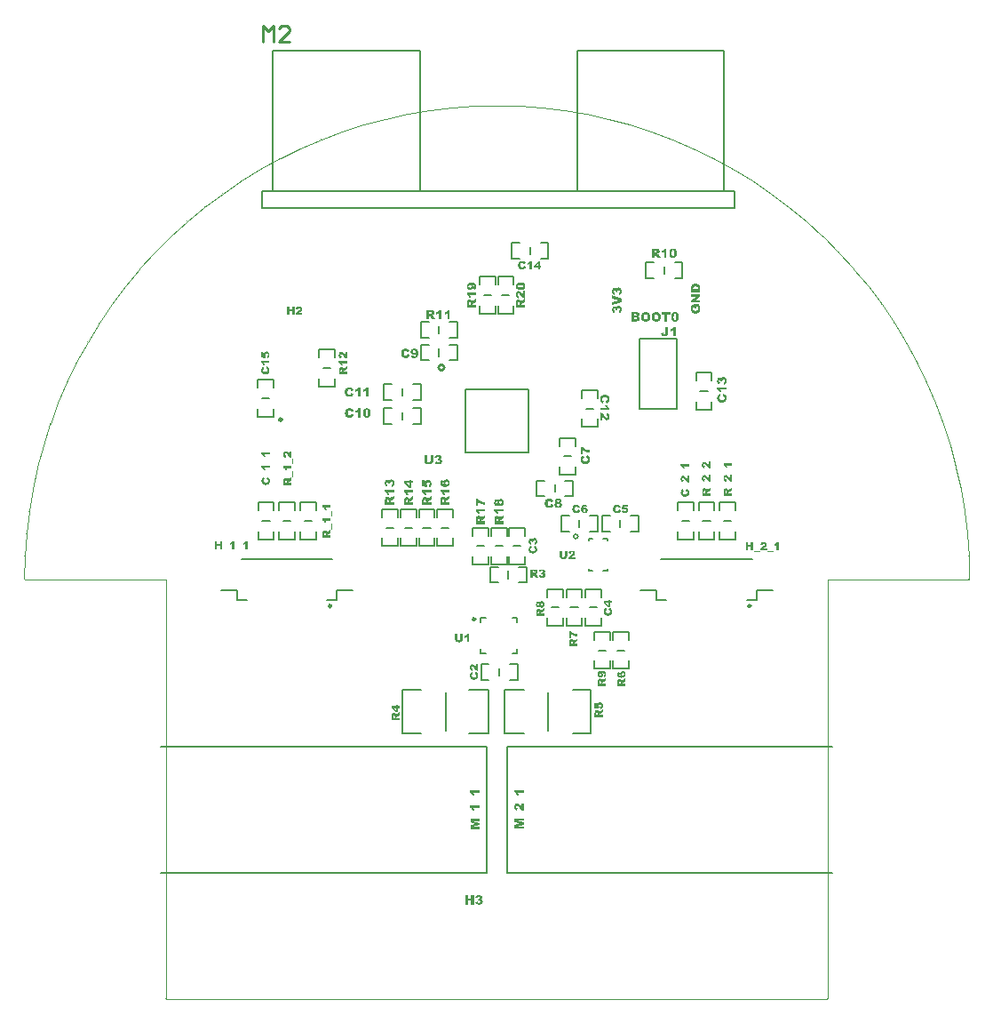
<source format=gto>
%FSLAX25Y25*%
%MOIN*%
G70*
G01*
G75*
G04 Layer_Color=65535*
G04:AMPARAMS|DCode=10|XSize=41.34mil|YSize=47.24mil|CornerRadius=10.34mil|HoleSize=0mil|Usage=FLASHONLY|Rotation=0.000|XOffset=0mil|YOffset=0mil|HoleType=Round|Shape=RoundedRectangle|*
%AMROUNDEDRECTD10*
21,1,0.04134,0.02658,0,0,0.0*
21,1,0.02067,0.04724,0,0,0.0*
1,1,0.02067,0.01034,-0.01329*
1,1,0.02067,-0.01034,-0.01329*
1,1,0.02067,-0.01034,0.01329*
1,1,0.02067,0.01034,0.01329*
%
%ADD10ROUNDEDRECTD10*%
G04:AMPARAMS|DCode=11|XSize=41.34mil|YSize=47.24mil|CornerRadius=10.34mil|HoleSize=0mil|Usage=FLASHONLY|Rotation=270.000|XOffset=0mil|YOffset=0mil|HoleType=Round|Shape=RoundedRectangle|*
%AMROUNDEDRECTD11*
21,1,0.04134,0.02658,0,0,270.0*
21,1,0.02067,0.04724,0,0,270.0*
1,1,0.02067,-0.01329,-0.01034*
1,1,0.02067,-0.01329,0.01034*
1,1,0.02067,0.01329,0.01034*
1,1,0.02067,0.01329,-0.01034*
%
%ADD11ROUNDEDRECTD11*%
%ADD12R,0.07087X0.07087*%
%ADD13O,0.00984X0.03543*%
%ADD14O,0.03543X0.00984*%
G04:AMPARAMS|DCode=15|XSize=21.65mil|YSize=39.37mil|CornerRadius=5.41mil|HoleSize=0mil|Usage=FLASHONLY|Rotation=270.000|XOffset=0mil|YOffset=0mil|HoleType=Round|Shape=RoundedRectangle|*
%AMROUNDEDRECTD15*
21,1,0.02165,0.02854,0,0,270.0*
21,1,0.01083,0.03937,0,0,270.0*
1,1,0.01083,-0.01427,-0.00541*
1,1,0.01083,-0.01427,0.00541*
1,1,0.01083,0.01427,0.00541*
1,1,0.01083,0.01427,-0.00541*
%
%ADD15ROUNDEDRECTD15*%
G04:AMPARAMS|DCode=16|XSize=145.67mil|YSize=59.06mil|CornerRadius=14.76mil|HoleSize=0mil|Usage=FLASHONLY|Rotation=270.000|XOffset=0mil|YOffset=0mil|HoleType=Round|Shape=RoundedRectangle|*
%AMROUNDEDRECTD16*
21,1,0.14567,0.02953,0,0,270.0*
21,1,0.11614,0.05906,0,0,270.0*
1,1,0.02953,-0.01476,-0.05807*
1,1,0.02953,-0.01476,0.05807*
1,1,0.02953,0.01476,0.05807*
1,1,0.02953,0.01476,-0.05807*
%
%ADD16ROUNDEDRECTD16*%
%ADD17R,0.03189X0.06299*%
%ADD18R,0.08268X0.11811*%
G04:AMPARAMS|DCode=19|XSize=41.34mil|YSize=47.24mil|CornerRadius=10.34mil|HoleSize=0mil|Usage=FLASHONLY|Rotation=360.000|XOffset=0mil|YOffset=0mil|HoleType=Round|Shape=RoundedRectangle|*
%AMROUNDEDRECTD19*
21,1,0.04134,0.02658,0,0,360.0*
21,1,0.02067,0.04724,0,0,360.0*
1,1,0.02067,0.01034,-0.01329*
1,1,0.02067,-0.01034,-0.01329*
1,1,0.02067,-0.01034,0.01329*
1,1,0.02067,0.01034,0.01329*
%
%ADD19ROUNDEDRECTD19*%
G04:AMPARAMS|DCode=20|XSize=98.43mil|YSize=196.85mil|CornerRadius=24.61mil|HoleSize=0mil|Usage=FLASHONLY|Rotation=180.000|XOffset=0mil|YOffset=0mil|HoleType=Round|Shape=RoundedRectangle|*
%AMROUNDEDRECTD20*
21,1,0.09843,0.14764,0,0,180.0*
21,1,0.04921,0.19685,0,0,180.0*
1,1,0.04921,-0.02461,0.07382*
1,1,0.04921,0.02461,0.07382*
1,1,0.04921,0.02461,-0.07382*
1,1,0.04921,-0.02461,-0.07382*
%
%ADD20ROUNDEDRECTD20*%
%ADD21C,0.05906*%
G04:AMPARAMS|DCode=22|XSize=11.81mil|YSize=47.24mil|CornerRadius=2.95mil|HoleSize=0mil|Usage=FLASHONLY|Rotation=180.000|XOffset=0mil|YOffset=0mil|HoleType=Round|Shape=RoundedRectangle|*
%AMROUNDEDRECTD22*
21,1,0.01181,0.04134,0,0,180.0*
21,1,0.00591,0.04724,0,0,180.0*
1,1,0.00591,-0.00295,0.02067*
1,1,0.00591,0.00295,0.02067*
1,1,0.00591,0.00295,-0.02067*
1,1,0.00591,-0.00295,-0.02067*
%
%ADD22ROUNDEDRECTD22*%
G04:AMPARAMS|DCode=23|XSize=11.81mil|YSize=47.24mil|CornerRadius=2.95mil|HoleSize=0mil|Usage=FLASHONLY|Rotation=90.000|XOffset=0mil|YOffset=0mil|HoleType=Round|Shape=RoundedRectangle|*
%AMROUNDEDRECTD23*
21,1,0.01181,0.04134,0,0,90.0*
21,1,0.00591,0.04724,0,0,90.0*
1,1,0.00591,0.02067,0.00295*
1,1,0.00591,0.02067,-0.00295*
1,1,0.00591,-0.02067,-0.00295*
1,1,0.00591,-0.02067,0.00295*
%
%ADD23ROUNDEDRECTD23*%
%ADD24C,0.00787*%
%ADD25C,0.01969*%
%ADD26C,0.03150*%
%ADD27C,0.00984*%
%ADD28C,0.00394*%
%ADD29C,0.00394*%
%ADD30O,0.07087X0.06299*%
G04:AMPARAMS|DCode=31|XSize=37.4mil|YSize=37.4mil|CornerRadius=9.35mil|HoleSize=0mil|Usage=FLASHONLY|Rotation=90.000|XOffset=0mil|YOffset=0mil|HoleType=Round|Shape=RoundedRectangle|*
%AMROUNDEDRECTD31*
21,1,0.03740,0.01870,0,0,90.0*
21,1,0.01870,0.03740,0,0,90.0*
1,1,0.01870,0.00935,0.00935*
1,1,0.01870,0.00935,-0.00935*
1,1,0.01870,-0.00935,-0.00935*
1,1,0.01870,-0.00935,0.00935*
%
%ADD31ROUNDEDRECTD31*%
%ADD32C,0.03740*%
%ADD33C,0.02953*%
%ADD34C,0.03937*%
%ADD35C,0.01969*%
%ADD36C,0.01000*%
G36*
X-34105Y243698D02*
X-34050D01*
X-33988Y243691D01*
X-33920Y243685D01*
X-33845Y243673D01*
X-33678Y243642D01*
X-33511Y243592D01*
X-33350Y243530D01*
X-33276Y243487D01*
X-33202Y243444D01*
X-33195D01*
X-33183Y243431D01*
X-33165Y243419D01*
X-33140Y243394D01*
X-33109Y243370D01*
X-33072Y243332D01*
X-33035Y243295D01*
X-32991Y243246D01*
X-32948Y243196D01*
X-32904Y243134D01*
X-32855Y243072D01*
X-32812Y242998D01*
X-32768Y242918D01*
X-32725Y242837D01*
X-32688Y242744D01*
X-32651Y242645D01*
X-33579Y242441D01*
Y242447D01*
X-33585Y242466D01*
X-33598Y242497D01*
X-33610Y242528D01*
X-33647Y242602D01*
X-33666Y242633D01*
X-33684Y242664D01*
X-33691Y242670D01*
X-33697Y242682D01*
X-33722Y242707D01*
X-33746Y242732D01*
X-33814Y242794D01*
X-33901Y242849D01*
X-33907Y242856D01*
X-33920Y242862D01*
X-33951Y242874D01*
X-33981Y242887D01*
X-34025Y242899D01*
X-34074Y242905D01*
X-34130Y242918D01*
X-34223D01*
X-34242Y242911D01*
X-34310Y242905D01*
X-34390Y242881D01*
X-34477Y242849D01*
X-34570Y242794D01*
X-34656Y242726D01*
X-34693Y242676D01*
X-34730Y242627D01*
X-34737Y242614D01*
X-34755Y242589D01*
X-34774Y242534D01*
X-34799Y242466D01*
X-34830Y242373D01*
X-34848Y242262D01*
X-34867Y242125D01*
X-34873Y241964D01*
Y241958D01*
Y241940D01*
Y241909D01*
Y241872D01*
X-34867Y241828D01*
Y241773D01*
X-34854Y241655D01*
X-34830Y241531D01*
X-34805Y241401D01*
X-34762Y241283D01*
X-34737Y241234D01*
X-34706Y241191D01*
X-34700Y241184D01*
X-34675Y241160D01*
X-34631Y241129D01*
X-34582Y241092D01*
X-34514Y241048D01*
X-34427Y241017D01*
X-34334Y240992D01*
X-34223Y240986D01*
X-34173D01*
X-34118Y240992D01*
X-34050Y241005D01*
X-33975Y241030D01*
X-33901Y241054D01*
X-33827Y241098D01*
X-33765Y241154D01*
X-33759Y241160D01*
X-33740Y241184D01*
X-33709Y241221D01*
X-33678Y241277D01*
X-33641Y241345D01*
X-33604Y241432D01*
X-33567Y241531D01*
X-33536Y241649D01*
X-32620Y241364D01*
Y241358D01*
X-32626Y241345D01*
X-32632Y241327D01*
X-32638Y241302D01*
X-32657Y241228D01*
X-32694Y241141D01*
X-32731Y241036D01*
X-32787Y240931D01*
X-32843Y240825D01*
X-32917Y240720D01*
X-32923Y240708D01*
X-32954Y240677D01*
X-32997Y240634D01*
X-33053Y240572D01*
X-33127Y240510D01*
X-33208Y240448D01*
X-33307Y240386D01*
X-33412Y240330D01*
X-33418D01*
X-33424Y240324D01*
X-33443Y240318D01*
X-33462Y240312D01*
X-33530Y240287D01*
X-33616Y240268D01*
X-33722Y240244D01*
X-33852Y240219D01*
X-34000Y240206D01*
X-34161Y240200D01*
X-34254D01*
X-34303Y240206D01*
X-34353D01*
X-34415Y240213D01*
X-34483Y240219D01*
X-34625Y240237D01*
X-34780Y240268D01*
X-34929Y240305D01*
X-35071Y240355D01*
X-35077D01*
X-35083Y240361D01*
X-35102Y240373D01*
X-35127Y240386D01*
X-35195Y240429D01*
X-35275Y240485D01*
X-35368Y240565D01*
X-35473Y240658D01*
X-35572Y240776D01*
X-35671Y240918D01*
Y240924D01*
X-35684Y240937D01*
X-35696Y240962D01*
X-35709Y240992D01*
X-35727Y241030D01*
X-35752Y241079D01*
X-35777Y241135D01*
X-35795Y241203D01*
X-35820Y241271D01*
X-35845Y241352D01*
X-35863Y241438D01*
X-35888Y241531D01*
X-35900Y241630D01*
X-35913Y241735D01*
X-35925Y241958D01*
Y241970D01*
Y241995D01*
X-35919Y242039D01*
Y242094D01*
X-35913Y242169D01*
X-35900Y242249D01*
X-35888Y242336D01*
X-35870Y242435D01*
X-35845Y242540D01*
X-35814Y242645D01*
X-35783Y242751D01*
X-35739Y242862D01*
X-35684Y242967D01*
X-35628Y243066D01*
X-35560Y243165D01*
X-35480Y243252D01*
X-35473Y243258D01*
X-35461Y243270D01*
X-35430Y243295D01*
X-35399Y243320D01*
X-35350Y243357D01*
X-35294Y243394D01*
X-35232Y243438D01*
X-35151Y243481D01*
X-35071Y243518D01*
X-34972Y243561D01*
X-34867Y243599D01*
X-34755Y243636D01*
X-34631Y243660D01*
X-34501Y243685D01*
X-34359Y243698D01*
X-34211Y243704D01*
X-34149D01*
X-34105Y243698D01*
D02*
G37*
G36*
X23112Y187497D02*
X23168D01*
X23236Y187491D01*
X23304Y187484D01*
X23385Y187472D01*
X23546Y187441D01*
X23713Y187391D01*
X23874Y187330D01*
X23942Y187286D01*
X24010Y187243D01*
X24016D01*
X24022Y187231D01*
X24059Y187194D01*
X24115Y187138D01*
X24177Y187064D01*
X24233Y186971D01*
X24288Y186859D01*
X24326Y186735D01*
X24332Y186667D01*
X24338Y186593D01*
Y186581D01*
Y186556D01*
X24332Y186513D01*
X24319Y186457D01*
X24307Y186389D01*
X24282Y186314D01*
X24251Y186240D01*
X24208Y186166D01*
X24202Y186160D01*
X24189Y186141D01*
X24165Y186110D01*
X24134Y186073D01*
X24090Y186030D01*
X24035Y185986D01*
X23973Y185931D01*
X23899Y185881D01*
X23905D01*
X23911Y185875D01*
X23942Y185856D01*
X23991Y185826D01*
X24053Y185788D01*
X24121Y185739D01*
X24189Y185677D01*
X24258Y185609D01*
X24313Y185528D01*
X24319Y185516D01*
X24332Y185491D01*
X24357Y185448D01*
X24381Y185386D01*
X24406Y185318D01*
X24431Y185231D01*
X24443Y185145D01*
X24449Y185046D01*
Y185033D01*
Y185002D01*
X24443Y184953D01*
X24437Y184891D01*
X24419Y184817D01*
X24400Y184736D01*
X24369Y184655D01*
X24332Y184569D01*
X24326Y184556D01*
X24313Y184532D01*
X24288Y184495D01*
X24251Y184445D01*
X24208Y184389D01*
X24159Y184334D01*
X24103Y184278D01*
X24041Y184228D01*
X24035Y184222D01*
X24010Y184210D01*
X23973Y184191D01*
X23923Y184160D01*
X23861Y184136D01*
X23793Y184105D01*
X23707Y184080D01*
X23614Y184055D01*
X23601D01*
X23570Y184049D01*
X23521Y184037D01*
X23453Y184030D01*
X23372Y184018D01*
X23280Y184006D01*
X23180Y183999D01*
X22989D01*
X22939Y184006D01*
X22889D01*
X22772Y184018D01*
X22636Y184030D01*
X22500Y184049D01*
X22363Y184080D01*
X22246Y184123D01*
X22233Y184129D01*
X22196Y184148D01*
X22147Y184179D01*
X22085Y184222D01*
X22017Y184272D01*
X21942Y184340D01*
X21874Y184414D01*
X21813Y184501D01*
X21806Y184513D01*
X21788Y184544D01*
X21769Y184594D01*
X21744Y184662D01*
X21713Y184742D01*
X21695Y184835D01*
X21676Y184940D01*
X21670Y185052D01*
Y185058D01*
Y185064D01*
Y185101D01*
X21676Y185157D01*
X21689Y185231D01*
X21701Y185312D01*
X21726Y185392D01*
X21763Y185479D01*
X21806Y185559D01*
X21813Y185572D01*
X21831Y185596D01*
X21862Y185634D01*
X21912Y185677D01*
X21973Y185733D01*
X22041Y185782D01*
X22134Y185838D01*
X22233Y185881D01*
X22221Y185887D01*
X22196Y185900D01*
X22159Y185924D01*
X22110Y185955D01*
X22060Y185999D01*
X22004Y186042D01*
X21955Y186092D01*
X21912Y186141D01*
X21905Y186147D01*
X21893Y186178D01*
X21868Y186215D01*
X21843Y186271D01*
X21819Y186339D01*
X21794Y186420D01*
X21781Y186506D01*
X21775Y186599D01*
Y186605D01*
Y186618D01*
Y186643D01*
X21781Y186667D01*
X21788Y186704D01*
X21794Y186748D01*
X21825Y186847D01*
X21874Y186952D01*
X21905Y187014D01*
X21942Y187070D01*
X21986Y187125D01*
X22041Y187187D01*
X22103Y187243D01*
X22172Y187293D01*
X22178D01*
X22184Y187299D01*
X22202Y187311D01*
X22227Y187323D01*
X22258Y187342D01*
X22301Y187361D01*
X22345Y187379D01*
X22394Y187398D01*
X22512Y187435D01*
X22654Y187472D01*
X22815Y187497D01*
X23001Y187503D01*
X23069D01*
X23112Y187497D01*
D02*
G37*
G36*
X-30862Y243698D02*
X-30812D01*
X-30701Y243679D01*
X-30571Y243660D01*
X-30435Y243630D01*
X-30305Y243586D01*
X-30181Y243524D01*
X-30175D01*
X-30169Y243518D01*
X-30131Y243493D01*
X-30076Y243450D01*
X-30001Y243388D01*
X-29921Y243314D01*
X-29840Y243215D01*
X-29760Y243103D01*
X-29686Y242967D01*
Y242961D01*
X-29680Y242949D01*
X-29667Y242930D01*
X-29655Y242899D01*
X-29642Y242862D01*
X-29624Y242812D01*
X-29611Y242763D01*
X-29593Y242701D01*
X-29574Y242633D01*
X-29556Y242559D01*
X-29543Y242472D01*
X-29531Y242385D01*
X-29518Y242286D01*
X-29506Y242187D01*
X-29500Y241964D01*
Y241952D01*
Y241927D01*
Y241878D01*
X-29506Y241816D01*
X-29512Y241741D01*
X-29518Y241655D01*
X-29531Y241556D01*
X-29550Y241451D01*
X-29593Y241234D01*
X-29624Y241123D01*
X-29667Y241011D01*
X-29710Y240906D01*
X-29760Y240801D01*
X-29822Y240708D01*
X-29890Y240621D01*
X-29896Y240615D01*
X-29908Y240603D01*
X-29927Y240584D01*
X-29958Y240553D01*
X-30001Y240522D01*
X-30045Y240491D01*
X-30100Y240448D01*
X-30169Y240411D01*
X-30237Y240373D01*
X-30317Y240336D01*
X-30404Y240299D01*
X-30503Y240268D01*
X-30602Y240237D01*
X-30713Y240219D01*
X-30831Y240206D01*
X-30955Y240200D01*
X-31023D01*
X-31097Y240206D01*
X-31190Y240213D01*
X-31289Y240225D01*
X-31400Y240237D01*
X-31506Y240262D01*
X-31598Y240293D01*
X-31611Y240299D01*
X-31635Y240312D01*
X-31679Y240330D01*
X-31735Y240361D01*
X-31790Y240398D01*
X-31858Y240448D01*
X-31920Y240504D01*
X-31982Y240565D01*
X-31988Y240572D01*
X-32007Y240596D01*
X-32038Y240640D01*
X-32069Y240689D01*
X-32106Y240757D01*
X-32149Y240832D01*
X-32186Y240918D01*
X-32217Y241017D01*
X-31283Y241141D01*
Y241135D01*
X-31277Y241110D01*
X-31270Y241073D01*
X-31258Y241030D01*
X-31221Y240943D01*
X-31196Y240900D01*
X-31165Y240862D01*
X-31159Y240856D01*
X-31146Y240850D01*
X-31128Y240838D01*
X-31103Y240825D01*
X-31035Y240794D01*
X-30992Y240788D01*
X-30948Y240782D01*
X-30936D01*
X-30911Y240788D01*
X-30868Y240794D01*
X-30819Y240813D01*
X-30763Y240838D01*
X-30701Y240875D01*
X-30645Y240931D01*
X-30596Y241005D01*
X-30589Y241011D01*
X-30577Y241042D01*
X-30565Y241092D01*
X-30552Y241123D01*
X-30540Y241160D01*
X-30534Y241203D01*
X-30521Y241259D01*
X-30509Y241314D01*
X-30497Y241383D01*
X-30484Y241457D01*
X-30472Y241537D01*
X-30466Y241624D01*
X-30453Y241723D01*
X-30459Y241717D01*
X-30484Y241692D01*
X-30515Y241661D01*
X-30565Y241624D01*
X-30614Y241587D01*
X-30676Y241543D01*
X-30738Y241506D01*
X-30806Y241469D01*
X-30812Y241463D01*
X-30837Y241457D01*
X-30874Y241444D01*
X-30924Y241432D01*
X-30979Y241413D01*
X-31054Y241401D01*
X-31128Y241395D01*
X-31215Y241389D01*
X-31258D01*
X-31289Y241395D01*
X-31326Y241401D01*
X-31376Y241407D01*
X-31481Y241432D01*
X-31598Y241469D01*
X-31728Y241525D01*
X-31797Y241562D01*
X-31858Y241605D01*
X-31920Y241655D01*
X-31982Y241711D01*
X-31988Y241717D01*
X-31995Y241723D01*
X-32013Y241741D01*
X-32032Y241766D01*
X-32056Y241803D01*
X-32081Y241841D01*
X-32106Y241884D01*
X-32137Y241933D01*
X-32193Y242051D01*
X-32242Y242193D01*
X-32279Y242348D01*
X-32285Y242435D01*
X-32292Y242528D01*
Y242534D01*
Y242540D01*
Y242559D01*
Y242583D01*
X-32285Y242645D01*
X-32273Y242732D01*
X-32254Y242825D01*
X-32224Y242930D01*
X-32186Y243035D01*
X-32137Y243141D01*
Y243147D01*
X-32131Y243153D01*
X-32106Y243184D01*
X-32069Y243233D01*
X-32019Y243295D01*
X-31957Y243363D01*
X-31883Y243438D01*
X-31797Y243506D01*
X-31697Y243561D01*
X-31691D01*
X-31685Y243568D01*
X-31648Y243586D01*
X-31586Y243605D01*
X-31506Y243636D01*
X-31400Y243660D01*
X-31283Y243679D01*
X-31146Y243698D01*
X-30992Y243704D01*
X-30905D01*
X-30862Y243698D01*
D02*
G37*
G36*
X-51166Y217891D02*
X-52119D01*
Y220144D01*
X-52131Y220138D01*
X-52156Y220113D01*
X-52206Y220082D01*
X-52261Y220039D01*
X-52329Y219995D01*
X-52410Y219946D01*
X-52490Y219896D01*
X-52571Y219853D01*
X-52583Y219847D01*
X-52608Y219834D01*
X-52657Y219816D01*
X-52719Y219791D01*
X-52800Y219760D01*
X-52886Y219723D01*
X-52992Y219692D01*
X-53109Y219655D01*
Y220422D01*
X-53103D01*
X-53091Y220428D01*
X-53066Y220441D01*
X-53029Y220447D01*
X-52992Y220466D01*
X-52942Y220484D01*
X-52837Y220528D01*
X-52719Y220583D01*
X-52596Y220645D01*
X-52472Y220713D01*
X-52367Y220794D01*
X-52360D01*
X-52354Y220806D01*
X-52323Y220831D01*
X-52274Y220880D01*
X-52212Y220948D01*
X-52144Y221023D01*
X-52076Y221115D01*
X-52008Y221221D01*
X-51946Y221338D01*
X-51166D01*
Y217891D01*
D02*
G37*
G36*
X-55146Y221332D02*
X-55090D01*
X-55028Y221326D01*
X-54960Y221320D01*
X-54886Y221307D01*
X-54719Y221276D01*
X-54552Y221227D01*
X-54391Y221165D01*
X-54316Y221122D01*
X-54242Y221078D01*
X-54236D01*
X-54224Y221066D01*
X-54205Y221054D01*
X-54180Y221029D01*
X-54149Y221004D01*
X-54112Y220967D01*
X-54075Y220930D01*
X-54032Y220880D01*
X-53988Y220831D01*
X-53945Y220769D01*
X-53895Y220707D01*
X-53852Y220633D01*
X-53809Y220552D01*
X-53765Y220472D01*
X-53728Y220379D01*
X-53691Y220280D01*
X-54620Y220076D01*
Y220082D01*
X-54626Y220100D01*
X-54638Y220131D01*
X-54651Y220162D01*
X-54688Y220237D01*
X-54706Y220268D01*
X-54725Y220299D01*
X-54731Y220305D01*
X-54737Y220317D01*
X-54762Y220342D01*
X-54787Y220367D01*
X-54855Y220428D01*
X-54942Y220484D01*
X-54948Y220490D01*
X-54960Y220497D01*
X-54991Y220509D01*
X-55022Y220521D01*
X-55065Y220534D01*
X-55115Y220540D01*
X-55171Y220552D01*
X-55263D01*
X-55282Y220546D01*
X-55350Y220540D01*
X-55431Y220515D01*
X-55517Y220484D01*
X-55610Y220428D01*
X-55697Y220360D01*
X-55734Y220311D01*
X-55771Y220261D01*
X-55777Y220249D01*
X-55796Y220224D01*
X-55814Y220168D01*
X-55839Y220100D01*
X-55870Y220007D01*
X-55889Y219896D01*
X-55907Y219760D01*
X-55913Y219599D01*
Y219593D01*
Y219574D01*
Y219543D01*
Y219506D01*
X-55907Y219463D01*
Y219407D01*
X-55895Y219289D01*
X-55870Y219166D01*
X-55845Y219036D01*
X-55802Y218918D01*
X-55777Y218869D01*
X-55746Y218825D01*
X-55740Y218819D01*
X-55715Y218794D01*
X-55672Y218763D01*
X-55623Y218726D01*
X-55554Y218683D01*
X-55468Y218652D01*
X-55375Y218627D01*
X-55263Y218621D01*
X-55214D01*
X-55158Y218627D01*
X-55090Y218639D01*
X-55016Y218664D01*
X-54942Y218689D01*
X-54867Y218732D01*
X-54805Y218788D01*
X-54799Y218794D01*
X-54781Y218819D01*
X-54750Y218856D01*
X-54719Y218912D01*
X-54682Y218980D01*
X-54644Y219067D01*
X-54607Y219166D01*
X-54576Y219283D01*
X-53660Y218999D01*
Y218992D01*
X-53666Y218980D01*
X-53673Y218961D01*
X-53679Y218937D01*
X-53697Y218862D01*
X-53734Y218776D01*
X-53772Y218671D01*
X-53827Y218565D01*
X-53883Y218460D01*
X-53957Y218355D01*
X-53964Y218342D01*
X-53995Y218312D01*
X-54038Y218268D01*
X-54093Y218206D01*
X-54168Y218144D01*
X-54248Y218082D01*
X-54347Y218021D01*
X-54453Y217965D01*
X-54459D01*
X-54465Y217959D01*
X-54483Y217952D01*
X-54502Y217946D01*
X-54570Y217921D01*
X-54657Y217903D01*
X-54762Y217878D01*
X-54892Y217853D01*
X-55041Y217841D01*
X-55202Y217835D01*
X-55294D01*
X-55344Y217841D01*
X-55393D01*
X-55455Y217847D01*
X-55523Y217853D01*
X-55666Y217872D01*
X-55821Y217903D01*
X-55969Y217940D01*
X-56112Y217990D01*
X-56118D01*
X-56124Y217996D01*
X-56142Y218008D01*
X-56167Y218021D01*
X-56235Y218064D01*
X-56316Y218120D01*
X-56409Y218200D01*
X-56514Y218293D01*
X-56613Y218410D01*
X-56712Y218553D01*
Y218559D01*
X-56724Y218571D01*
X-56737Y218596D01*
X-56749Y218627D01*
X-56768Y218664D01*
X-56792Y218714D01*
X-56817Y218770D01*
X-56836Y218838D01*
X-56861Y218906D01*
X-56885Y218986D01*
X-56904Y219073D01*
X-56928Y219166D01*
X-56941Y219265D01*
X-56953Y219370D01*
X-56966Y219593D01*
Y219605D01*
Y219630D01*
X-56959Y219673D01*
Y219729D01*
X-56953Y219803D01*
X-56941Y219884D01*
X-56928Y219970D01*
X-56910Y220069D01*
X-56885Y220175D01*
X-56854Y220280D01*
X-56823Y220385D01*
X-56780Y220497D01*
X-56724Y220602D01*
X-56669Y220701D01*
X-56600Y220800D01*
X-56520Y220886D01*
X-56514Y220893D01*
X-56501Y220905D01*
X-56471Y220930D01*
X-56440Y220955D01*
X-56390Y220992D01*
X-56334Y221029D01*
X-56272Y221072D01*
X-56192Y221115D01*
X-56112Y221153D01*
X-56012Y221196D01*
X-55907Y221233D01*
X-55796Y221270D01*
X-55672Y221295D01*
X-55542Y221320D01*
X-55400Y221332D01*
X-55251Y221338D01*
X-55189D01*
X-55146Y221332D01*
D02*
G37*
G36*
X10088Y66721D02*
X7501D01*
X10088Y66058D01*
Y65278D01*
X7501Y64622D01*
X10088D01*
Y63762D01*
X6696D01*
Y65142D01*
X8764Y65668D01*
X6696Y66201D01*
Y67581D01*
X10088D01*
Y66721D01*
D02*
G37*
G36*
X10683Y67878D02*
X10447D01*
Y70298D01*
X10683D01*
Y67878D01*
D02*
G37*
G36*
X32222Y206851D02*
X32228Y206839D01*
X32246Y206820D01*
X32271Y206796D01*
X32339Y206727D01*
X32426Y206647D01*
X32525Y206548D01*
X32649Y206449D01*
X32779Y206344D01*
X32915Y206251D01*
X32921Y206245D01*
X32934Y206238D01*
X32958Y206226D01*
X32995Y206201D01*
X33039Y206176D01*
X33088Y206152D01*
X33150Y206121D01*
X33212Y206084D01*
X33286Y206047D01*
X33367Y206009D01*
X33540Y205935D01*
X33732Y205861D01*
X33936Y205793D01*
X33942D01*
X33955Y205787D01*
X33980Y205780D01*
X34010Y205768D01*
X34054Y205762D01*
X34103Y205749D01*
X34159Y205731D01*
X34227Y205718D01*
X34301Y205706D01*
X34376Y205687D01*
X34555Y205663D01*
X34747Y205632D01*
X34964Y205613D01*
Y204672D01*
X34951D01*
X34927Y204679D01*
X34883Y204685D01*
X34828Y204691D01*
X34753Y204703D01*
X34673Y204716D01*
X34580Y204734D01*
X34481Y204753D01*
X34370Y204778D01*
X34258Y204802D01*
X34029Y204864D01*
X33794Y204932D01*
X33683Y204976D01*
X33577Y205019D01*
X33571D01*
X33553Y205031D01*
X33522Y205044D01*
X33478Y205062D01*
X33429Y205093D01*
X33367Y205124D01*
X33292Y205161D01*
X33212Y205205D01*
X33125Y205254D01*
X33033Y205310D01*
X32934Y205372D01*
X32828Y205440D01*
X32723Y205514D01*
X32605Y205595D01*
X32488Y205681D01*
X32370Y205774D01*
Y204103D01*
X31572D01*
Y206857D01*
X32215D01*
X32222Y206851D01*
D02*
G37*
G36*
X19832Y187497D02*
X19887D01*
X19949Y187491D01*
X20017Y187484D01*
X20092Y187472D01*
X20259Y187441D01*
X20426Y187391D01*
X20587Y187330D01*
X20661Y187286D01*
X20735Y187243D01*
X20742D01*
X20754Y187231D01*
X20773Y187218D01*
X20797Y187194D01*
X20828Y187169D01*
X20865Y187132D01*
X20902Y187094D01*
X20946Y187045D01*
X20989Y186995D01*
X21033Y186934D01*
X21082Y186872D01*
X21125Y186797D01*
X21169Y186717D01*
X21212Y186636D01*
X21249Y186544D01*
X21286Y186444D01*
X20358Y186240D01*
Y186246D01*
X20352Y186265D01*
X20339Y186296D01*
X20327Y186327D01*
X20290Y186401D01*
X20271Y186432D01*
X20253Y186463D01*
X20246Y186469D01*
X20240Y186482D01*
X20215Y186506D01*
X20191Y186531D01*
X20123Y186593D01*
X20036Y186649D01*
X20030Y186655D01*
X20017Y186661D01*
X19986Y186673D01*
X19955Y186686D01*
X19912Y186698D01*
X19863Y186704D01*
X19807Y186717D01*
X19714D01*
X19695Y186711D01*
X19627Y186704D01*
X19547Y186680D01*
X19460Y186649D01*
X19367Y186593D01*
X19281Y186525D01*
X19244Y186475D01*
X19207Y186426D01*
X19200Y186414D01*
X19182Y186389D01*
X19163Y186333D01*
X19138Y186265D01*
X19107Y186172D01*
X19089Y186061D01*
X19070Y185924D01*
X19064Y185764D01*
Y185757D01*
Y185739D01*
Y185708D01*
Y185671D01*
X19070Y185627D01*
Y185572D01*
X19083Y185454D01*
X19107Y185330D01*
X19132Y185200D01*
X19175Y185083D01*
X19200Y185033D01*
X19231Y184990D01*
X19237Y184984D01*
X19262Y184959D01*
X19306Y184928D01*
X19355Y184891D01*
X19423Y184847D01*
X19510Y184817D01*
X19603Y184792D01*
X19714Y184785D01*
X19764D01*
X19819Y184792D01*
X19887Y184804D01*
X19962Y184829D01*
X20036Y184854D01*
X20110Y184897D01*
X20172Y184953D01*
X20178Y184959D01*
X20197Y184984D01*
X20228Y185021D01*
X20259Y185076D01*
X20296Y185145D01*
X20333Y185231D01*
X20370Y185330D01*
X20401Y185448D01*
X21317Y185163D01*
Y185157D01*
X21311Y185145D01*
X21305Y185126D01*
X21299Y185101D01*
X21280Y185027D01*
X21243Y184940D01*
X21206Y184835D01*
X21150Y184730D01*
X21094Y184625D01*
X21020Y184519D01*
X21014Y184507D01*
X20983Y184476D01*
X20940Y184433D01*
X20884Y184371D01*
X20810Y184309D01*
X20729Y184247D01*
X20630Y184185D01*
X20525Y184129D01*
X20519D01*
X20513Y184123D01*
X20494Y184117D01*
X20475Y184111D01*
X20407Y184086D01*
X20321Y184067D01*
X20215Y184043D01*
X20086Y184018D01*
X19937Y184006D01*
X19776Y183999D01*
X19683D01*
X19634Y184006D01*
X19584D01*
X19522Y184012D01*
X19454Y184018D01*
X19312Y184037D01*
X19157Y184067D01*
X19008Y184105D01*
X18866Y184154D01*
X18860D01*
X18854Y184160D01*
X18835Y184173D01*
X18810Y184185D01*
X18742Y184228D01*
X18662Y184284D01*
X18569Y184365D01*
X18464Y184458D01*
X18365Y184575D01*
X18266Y184718D01*
Y184724D01*
X18253Y184736D01*
X18241Y184761D01*
X18228Y184792D01*
X18210Y184829D01*
X18185Y184878D01*
X18160Y184934D01*
X18142Y185002D01*
X18117Y185070D01*
X18092Y185151D01*
X18074Y185237D01*
X18049Y185330D01*
X18037Y185429D01*
X18024Y185535D01*
X18012Y185757D01*
Y185770D01*
Y185794D01*
X18018Y185838D01*
Y185894D01*
X18024Y185968D01*
X18037Y186048D01*
X18049Y186135D01*
X18067Y186234D01*
X18092Y186339D01*
X18123Y186444D01*
X18154Y186550D01*
X18198Y186661D01*
X18253Y186766D01*
X18309Y186865D01*
X18377Y186964D01*
X18458Y187051D01*
X18464Y187057D01*
X18476Y187070D01*
X18507Y187094D01*
X18538Y187119D01*
X18587Y187156D01*
X18643Y187194D01*
X18705Y187237D01*
X18786Y187280D01*
X18866Y187317D01*
X18965Y187361D01*
X19070Y187398D01*
X19182Y187435D01*
X19306Y187460D01*
X19435Y187484D01*
X19578Y187497D01*
X19726Y187503D01*
X19788D01*
X19832Y187497D01*
D02*
G37*
G36*
X33874Y203725D02*
X33893Y203719D01*
X33918Y203713D01*
X33992Y203694D01*
X34079Y203657D01*
X34184Y203620D01*
X34289Y203564D01*
X34394Y203509D01*
X34499Y203434D01*
X34512Y203428D01*
X34543Y203397D01*
X34586Y203354D01*
X34648Y203298D01*
X34710Y203224D01*
X34772Y203143D01*
X34834Y203044D01*
X34890Y202939D01*
Y202933D01*
X34896Y202927D01*
X34902Y202908D01*
X34908Y202890D01*
X34933Y202822D01*
X34951Y202735D01*
X34976Y202630D01*
X35001Y202500D01*
X35013Y202351D01*
X35019Y202190D01*
Y202184D01*
Y202165D01*
Y202134D01*
Y202097D01*
X35013Y202048D01*
Y201998D01*
X35007Y201936D01*
X35001Y201868D01*
X34982Y201726D01*
X34951Y201571D01*
X34914Y201423D01*
X34865Y201280D01*
Y201274D01*
X34859Y201268D01*
X34846Y201249D01*
X34834Y201224D01*
X34791Y201156D01*
X34735Y201076D01*
X34654Y200983D01*
X34561Y200878D01*
X34444Y200779D01*
X34301Y200680D01*
X34295D01*
X34283Y200667D01*
X34258Y200655D01*
X34227Y200643D01*
X34190Y200624D01*
X34141Y200599D01*
X34085Y200575D01*
X34017Y200556D01*
X33949Y200531D01*
X33868Y200506D01*
X33781Y200488D01*
X33689Y200463D01*
X33590Y200451D01*
X33484Y200438D01*
X33261Y200426D01*
X33224D01*
X33181Y200432D01*
X33125D01*
X33051Y200438D01*
X32971Y200451D01*
X32884Y200463D01*
X32785Y200482D01*
X32680Y200506D01*
X32574Y200537D01*
X32469Y200568D01*
X32358Y200612D01*
X32253Y200667D01*
X32153Y200723D01*
X32054Y200791D01*
X31968Y200872D01*
X31962Y200878D01*
X31949Y200890D01*
X31925Y200921D01*
X31900Y200952D01*
X31863Y201002D01*
X31826Y201057D01*
X31782Y201119D01*
X31739Y201200D01*
X31702Y201280D01*
X31658Y201379D01*
X31621Y201484D01*
X31584Y201596D01*
X31559Y201720D01*
X31534Y201850D01*
X31522Y201992D01*
X31516Y202141D01*
Y202147D01*
Y202172D01*
Y202203D01*
X31522Y202246D01*
Y202302D01*
X31528Y202363D01*
X31534Y202432D01*
X31547Y202506D01*
X31578Y202673D01*
X31627Y202840D01*
X31689Y203001D01*
X31733Y203075D01*
X31776Y203150D01*
Y203156D01*
X31788Y203168D01*
X31801Y203187D01*
X31826Y203211D01*
X31850Y203242D01*
X31887Y203280D01*
X31925Y203317D01*
X31974Y203360D01*
X32024Y203403D01*
X32085Y203447D01*
X32147Y203496D01*
X32222Y203540D01*
X32302Y203583D01*
X32383Y203626D01*
X32475Y203663D01*
X32574Y203700D01*
X32779Y202772D01*
X32772D01*
X32754Y202766D01*
X32723Y202753D01*
X32692Y202741D01*
X32618Y202704D01*
X32587Y202685D01*
X32556Y202667D01*
X32550Y202661D01*
X32537Y202654D01*
X32513Y202630D01*
X32488Y202605D01*
X32426Y202537D01*
X32370Y202450D01*
X32364Y202444D01*
X32358Y202432D01*
X32345Y202401D01*
X32333Y202370D01*
X32321Y202326D01*
X32315Y202277D01*
X32302Y202221D01*
Y202165D01*
Y202159D01*
Y202147D01*
Y202128D01*
X32308Y202110D01*
X32315Y202042D01*
X32339Y201961D01*
X32370Y201874D01*
X32426Y201782D01*
X32494Y201695D01*
X32544Y201658D01*
X32593Y201621D01*
X32605Y201614D01*
X32630Y201596D01*
X32686Y201577D01*
X32754Y201553D01*
X32847Y201522D01*
X32958Y201503D01*
X33094Y201484D01*
X33255Y201478D01*
X33348D01*
X33391Y201484D01*
X33447D01*
X33565Y201497D01*
X33689Y201522D01*
X33819Y201546D01*
X33936Y201590D01*
X33986Y201614D01*
X34029Y201645D01*
X34035Y201652D01*
X34060Y201676D01*
X34091Y201720D01*
X34128Y201769D01*
X34172Y201837D01*
X34202Y201924D01*
X34227Y202017D01*
X34233Y202128D01*
Y202134D01*
Y202141D01*
Y202178D01*
X34227Y202234D01*
X34215Y202302D01*
X34190Y202376D01*
X34165Y202450D01*
X34122Y202524D01*
X34066Y202586D01*
X34060Y202592D01*
X34035Y202611D01*
X33998Y202642D01*
X33942Y202673D01*
X33874Y202710D01*
X33788Y202747D01*
X33689Y202784D01*
X33571Y202815D01*
X33856Y203731D01*
X33862D01*
X33874Y203725D01*
D02*
G37*
G36*
X-48615Y221332D02*
X-48535Y221326D01*
X-48448Y221320D01*
X-48355Y221301D01*
X-48263Y221283D01*
X-48176Y221252D01*
X-48164Y221246D01*
X-48139Y221239D01*
X-48095Y221215D01*
X-48046Y221190D01*
X-47990Y221159D01*
X-47928Y221122D01*
X-47873Y221078D01*
X-47817Y221029D01*
X-47811Y221023D01*
X-47792Y221004D01*
X-47767Y220979D01*
X-47736Y220942D01*
X-47699Y220905D01*
X-47662Y220856D01*
X-47594Y220744D01*
X-47588Y220738D01*
X-47582Y220719D01*
X-47563Y220688D01*
X-47545Y220645D01*
X-47526Y220596D01*
X-47507Y220534D01*
X-47483Y220472D01*
X-47464Y220397D01*
Y220391D01*
X-47458Y220379D01*
X-47452Y220360D01*
X-47445Y220329D01*
X-47439Y220299D01*
X-47433Y220255D01*
X-47414Y220156D01*
X-47396Y220039D01*
X-47377Y219908D01*
X-47371Y219760D01*
X-47365Y219611D01*
Y219599D01*
Y219568D01*
Y219525D01*
X-47371Y219463D01*
X-47377Y219382D01*
X-47384Y219296D01*
X-47390Y219203D01*
X-47402Y219098D01*
X-47439Y218875D01*
X-47495Y218652D01*
X-47532Y218547D01*
X-47576Y218442D01*
X-47625Y218349D01*
X-47681Y218262D01*
X-47687Y218256D01*
X-47693Y218243D01*
X-47712Y218225D01*
X-47743Y218194D01*
X-47780Y218163D01*
X-47823Y218126D01*
X-47873Y218089D01*
X-47934Y218052D01*
X-48003Y218008D01*
X-48083Y217971D01*
X-48170Y217934D01*
X-48269Y217903D01*
X-48374Y217872D01*
X-48492Y217853D01*
X-48622Y217841D01*
X-48758Y217835D01*
X-48832D01*
X-48869Y217841D01*
X-48906D01*
X-49005Y217853D01*
X-49117Y217866D01*
X-49234Y217891D01*
X-49352Y217928D01*
X-49457Y217971D01*
X-49470Y217977D01*
X-49501Y217996D01*
X-49550Y218027D01*
X-49606Y218070D01*
X-49680Y218126D01*
X-49748Y218194D01*
X-49822Y218274D01*
X-49891Y218367D01*
X-49897Y218373D01*
X-49909Y218404D01*
X-49934Y218442D01*
X-49959Y218503D01*
X-49990Y218571D01*
X-50020Y218658D01*
X-50051Y218763D01*
X-50076Y218875D01*
Y218881D01*
Y218887D01*
X-50082Y218906D01*
X-50089Y218931D01*
X-50095Y218999D01*
X-50107Y219091D01*
X-50120Y219197D01*
X-50132Y219320D01*
X-50138Y219457D01*
X-50144Y219599D01*
Y219611D01*
Y219642D01*
Y219692D01*
X-50138Y219754D01*
X-50132Y219834D01*
X-50126Y219927D01*
X-50113Y220026D01*
X-50101Y220131D01*
X-50058Y220354D01*
X-49996Y220577D01*
X-49959Y220682D01*
X-49909Y220781D01*
X-49860Y220868D01*
X-49798Y220948D01*
X-49791Y220955D01*
X-49779Y220967D01*
X-49760Y220986D01*
X-49730Y221010D01*
X-49692Y221041D01*
X-49649Y221072D01*
X-49593Y221109D01*
X-49531Y221146D01*
X-49463Y221177D01*
X-49383Y221215D01*
X-49296Y221246D01*
X-49203Y221276D01*
X-49098Y221301D01*
X-48987Y221320D01*
X-48863Y221332D01*
X-48733Y221338D01*
X-48677D01*
X-48615Y221332D01*
D02*
G37*
G36*
X85173Y233042D02*
X85247Y233030D01*
X85340Y233011D01*
X85433Y232980D01*
X85532Y232943D01*
X85637Y232887D01*
X85650Y232881D01*
X85681Y232856D01*
X85730Y232826D01*
X85792Y232776D01*
X85860Y232708D01*
X85928Y232634D01*
X85996Y232547D01*
X86058Y232442D01*
Y232436D01*
X86064Y232429D01*
X86071Y232411D01*
X86083Y232386D01*
X86089Y232361D01*
X86102Y232324D01*
X86126Y232238D01*
X86157Y232126D01*
X86176Y231996D01*
X86194Y231841D01*
X86201Y231674D01*
Y231668D01*
Y231656D01*
Y231631D01*
Y231600D01*
X86194Y231563D01*
Y231513D01*
X86188Y231414D01*
X86176Y231297D01*
X86157Y231173D01*
X86133Y231055D01*
X86095Y230944D01*
X86089Y230931D01*
X86077Y230901D01*
X86052Y230851D01*
X86015Y230789D01*
X85972Y230721D01*
X85916Y230647D01*
X85854Y230572D01*
X85780Y230504D01*
X85767Y230498D01*
X85742Y230473D01*
X85699Y230442D01*
X85637Y230405D01*
X85557Y230362D01*
X85470Y230325D01*
X85365Y230281D01*
X85254Y230244D01*
X85123Y231185D01*
X85136D01*
X85167Y231198D01*
X85216Y231210D01*
X85278Y231228D01*
X85408Y231278D01*
X85470Y231315D01*
X85520Y231352D01*
X85526Y231359D01*
X85538Y231371D01*
X85551Y231402D01*
X85569Y231433D01*
X85594Y231476D01*
X85606Y231532D01*
X85619Y231588D01*
X85625Y231656D01*
Y231662D01*
Y231687D01*
X85619Y231724D01*
X85606Y231767D01*
X85594Y231817D01*
X85569Y231872D01*
X85532Y231922D01*
X85489Y231971D01*
X85483Y231978D01*
X85464Y231990D01*
X85433Y232015D01*
X85390Y232039D01*
X85340Y232058D01*
X85272Y232083D01*
X85198Y232095D01*
X85117Y232101D01*
X85080D01*
X85037Y232095D01*
X84981Y232089D01*
X84926Y232070D01*
X84864Y232052D01*
X84808Y232021D01*
X84752Y231978D01*
X84746Y231971D01*
X84734Y231953D01*
X84709Y231928D01*
X84684Y231891D01*
X84666Y231841D01*
X84641Y231786D01*
X84628Y231717D01*
X84622Y231643D01*
Y231637D01*
Y231625D01*
Y231600D01*
X84628Y231563D01*
X84635Y231520D01*
X84647Y231470D01*
X84659Y231408D01*
X84678Y231340D01*
X84009Y231383D01*
Y231389D01*
Y231396D01*
Y231427D01*
X84016Y231470D01*
Y231507D01*
Y231513D01*
Y231538D01*
X84009Y231575D01*
X84003Y231618D01*
X83991Y231662D01*
X83966Y231717D01*
X83941Y231767D01*
X83904Y231817D01*
X83898Y231823D01*
X83886Y231835D01*
X83861Y231860D01*
X83824Y231885D01*
X83786Y231903D01*
X83737Y231928D01*
X83681Y231940D01*
X83626Y231947D01*
X83601D01*
X83570Y231940D01*
X83539Y231934D01*
X83496Y231922D01*
X83458Y231909D01*
X83415Y231885D01*
X83378Y231854D01*
X83372Y231848D01*
X83366Y231835D01*
X83347Y231817D01*
X83328Y231786D01*
X83316Y231749D01*
X83297Y231705D01*
X83291Y231656D01*
X83285Y231594D01*
Y231588D01*
Y231569D01*
X83291Y231538D01*
X83297Y231495D01*
X83310Y231451D01*
X83328Y231408D01*
X83353Y231365D01*
X83390Y231321D01*
X83397Y231315D01*
X83409Y231303D01*
X83434Y231290D01*
X83471Y231266D01*
X83520Y231247D01*
X83576Y231222D01*
X83650Y231204D01*
X83737Y231185D01*
X83582Y230294D01*
X83576D01*
X83564Y230300D01*
X83539Y230306D01*
X83514Y230312D01*
X83477Y230331D01*
X83434Y230343D01*
X83341Y230387D01*
X83236Y230442D01*
X83124Y230517D01*
X83019Y230603D01*
X82926Y230715D01*
Y230721D01*
X82914Y230727D01*
X82907Y230746D01*
X82889Y230777D01*
X82870Y230808D01*
X82852Y230845D01*
X82833Y230894D01*
X82809Y230950D01*
X82790Y231006D01*
X82771Y231074D01*
X82753Y231148D01*
X82734Y231228D01*
X82716Y231315D01*
X82709Y231408D01*
X82697Y231612D01*
Y231618D01*
Y231643D01*
Y231674D01*
X82703Y231724D01*
Y231779D01*
X82709Y231841D01*
X82716Y231909D01*
X82728Y231984D01*
X82759Y232145D01*
X82802Y232299D01*
X82864Y232454D01*
X82901Y232516D01*
X82945Y232578D01*
Y232584D01*
X82957Y232590D01*
X82988Y232628D01*
X83044Y232671D01*
X83118Y232727D01*
X83205Y232782D01*
X83310Y232832D01*
X83434Y232863D01*
X83502Y232869D01*
X83570Y232875D01*
X83607D01*
X83650Y232869D01*
X83700Y232863D01*
X83762Y232844D01*
X83830Y232826D01*
X83898Y232795D01*
X83966Y232751D01*
X83972Y232745D01*
X83997Y232727D01*
X84028Y232702D01*
X84071Y232665D01*
X84115Y232615D01*
X84170Y232553D01*
X84226Y232479D01*
X84276Y232392D01*
Y232398D01*
X84282Y232423D01*
X84294Y232460D01*
X84307Y232504D01*
X84344Y232596D01*
X84362Y232646D01*
X84387Y232689D01*
X84393Y232696D01*
X84405Y232714D01*
X84430Y232745D01*
X84461Y232782D01*
X84498Y232826D01*
X84548Y232869D01*
X84604Y232912D01*
X84666Y232949D01*
X84672Y232956D01*
X84696Y232968D01*
X84734Y232980D01*
X84777Y232999D01*
X84839Y233017D01*
X84907Y233036D01*
X84981Y233042D01*
X85068Y233048D01*
X85117D01*
X85173Y233042D01*
D02*
G37*
G36*
X38899Y219688D02*
X38923Y219682D01*
X38960Y219676D01*
X39004Y219670D01*
X39109Y219639D01*
X39226Y219601D01*
X39356Y219552D01*
X39499Y219484D01*
X39635Y219404D01*
X39641Y219397D01*
X39654Y219391D01*
X39672Y219379D01*
X39703Y219354D01*
X39734Y219323D01*
X39777Y219292D01*
X39827Y219243D01*
X39883Y219193D01*
X39945Y219137D01*
X40013Y219069D01*
X40081Y218995D01*
X40161Y218908D01*
X40242Y218815D01*
X40328Y218710D01*
X40415Y218599D01*
X40508Y218475D01*
X40514Y218469D01*
X40520Y218456D01*
X40539Y218438D01*
X40557Y218407D01*
X40613Y218339D01*
X40681Y218252D01*
X40762Y218165D01*
X40836Y218073D01*
X40910Y217998D01*
X40947Y217967D01*
X40978Y217943D01*
X40984Y217936D01*
X41003Y217924D01*
X41034Y217905D01*
X41077Y217881D01*
X41121Y217862D01*
X41176Y217844D01*
X41226Y217831D01*
X41282Y217825D01*
X41306D01*
X41337Y217831D01*
X41374Y217837D01*
X41418Y217856D01*
X41461Y217875D01*
X41504Y217905D01*
X41548Y217943D01*
X41554Y217949D01*
X41566Y217961D01*
X41585Y217986D01*
X41603Y218023D01*
X41622Y218066D01*
X41641Y218116D01*
X41653Y218172D01*
X41659Y218234D01*
Y218240D01*
Y218265D01*
X41653Y218296D01*
X41647Y218339D01*
X41628Y218382D01*
X41610Y218432D01*
X41579Y218481D01*
X41542Y218531D01*
X41535Y218537D01*
X41523Y218549D01*
X41492Y218568D01*
X41449Y218593D01*
X41393Y218617D01*
X41325Y218642D01*
X41245Y218661D01*
X41145Y218679D01*
X41220Y219626D01*
X41238D01*
X41257Y219620D01*
X41288Y219614D01*
X41356Y219601D01*
X41449Y219583D01*
X41548Y219552D01*
X41647Y219521D01*
X41746Y219478D01*
X41839Y219428D01*
X41851Y219422D01*
X41876Y219404D01*
X41913Y219366D01*
X41963Y219317D01*
X42018Y219261D01*
X42074Y219187D01*
X42130Y219106D01*
X42179Y219007D01*
Y219001D01*
X42185Y218995D01*
X42198Y218958D01*
X42216Y218896D01*
X42241Y218809D01*
X42266Y218704D01*
X42284Y218574D01*
X42297Y218425D01*
X42303Y218258D01*
Y218252D01*
Y218234D01*
Y218209D01*
Y218178D01*
X42297Y218134D01*
Y218085D01*
X42291Y217974D01*
X42272Y217850D01*
X42253Y217720D01*
X42222Y217596D01*
X42185Y217485D01*
Y217478D01*
X42179Y217472D01*
X42167Y217441D01*
X42136Y217386D01*
X42099Y217324D01*
X42049Y217255D01*
X41993Y217181D01*
X41919Y217107D01*
X41839Y217045D01*
X41826Y217039D01*
X41795Y217020D01*
X41752Y216996D01*
X41684Y216965D01*
X41610Y216934D01*
X41517Y216909D01*
X41418Y216890D01*
X41313Y216884D01*
X41263D01*
X41201Y216897D01*
X41121Y216909D01*
X41034Y216928D01*
X40929Y216965D01*
X40824Y217008D01*
X40718Y217070D01*
X40706Y217076D01*
X40669Y217107D01*
X40613Y217150D01*
X40539Y217218D01*
X40446Y217311D01*
X40396Y217367D01*
X40341Y217423D01*
X40285Y217491D01*
X40223Y217565D01*
X40161Y217646D01*
X40099Y217732D01*
X40093Y217744D01*
X40068Y217776D01*
X40031Y217825D01*
X39988Y217887D01*
X39945Y217949D01*
X39901Y218017D01*
X39858Y218073D01*
X39821Y218116D01*
X39815Y218122D01*
X39808Y218134D01*
X39790Y218153D01*
X39771Y218178D01*
X39703Y218246D01*
X39623Y218339D01*
Y216859D01*
X38855D01*
Y219694D01*
X38874D01*
X38899Y219688D01*
D02*
G37*
G36*
X86145Y228294D02*
X83892D01*
X83898Y228282D01*
X83923Y228257D01*
X83954Y228208D01*
X83997Y228152D01*
X84040Y228084D01*
X84090Y228004D01*
X84139Y227923D01*
X84183Y227843D01*
X84189Y227830D01*
X84201Y227805D01*
X84220Y227756D01*
X84245Y227694D01*
X84276Y227614D01*
X84313Y227527D01*
X84344Y227422D01*
X84381Y227304D01*
X83613D01*
Y227310D01*
X83607Y227323D01*
X83595Y227347D01*
X83588Y227384D01*
X83570Y227422D01*
X83551Y227471D01*
X83508Y227576D01*
X83452Y227694D01*
X83390Y227818D01*
X83322Y227942D01*
X83242Y228047D01*
Y228053D01*
X83229Y228059D01*
X83205Y228090D01*
X83155Y228140D01*
X83087Y228202D01*
X83013Y228270D01*
X82920Y228338D01*
X82815Y228406D01*
X82697Y228468D01*
Y229248D01*
X86145D01*
Y228294D01*
D02*
G37*
G36*
X64392Y249950D02*
Y249944D01*
Y249925D01*
Y249894D01*
Y249857D01*
Y249808D01*
X64386Y249752D01*
X64379Y249622D01*
X64367Y249479D01*
X64348Y249331D01*
X64324Y249188D01*
X64305Y249127D01*
X64287Y249065D01*
Y249059D01*
X64280Y249052D01*
X64268Y249015D01*
X64237Y248959D01*
X64194Y248885D01*
X64138Y248805D01*
X64070Y248718D01*
X63977Y248631D01*
X63872Y248551D01*
X63866D01*
X63859Y248545D01*
X63841Y248532D01*
X63816Y248520D01*
X63785Y248501D01*
X63748Y248489D01*
X63655Y248452D01*
X63544Y248409D01*
X63407Y248378D01*
X63247Y248353D01*
X63073Y248347D01*
X62987D01*
X62943Y248353D01*
X62894D01*
X62782Y248365D01*
X62652Y248378D01*
X62522Y248402D01*
X62392Y248440D01*
X62275Y248483D01*
X62262Y248489D01*
X62231Y248508D01*
X62176Y248538D01*
X62114Y248582D01*
X62046Y248644D01*
X61978Y248712D01*
X61903Y248792D01*
X61841Y248885D01*
Y248891D01*
X61835Y248898D01*
X61817Y248935D01*
X61792Y248990D01*
X61761Y249071D01*
X61730Y249170D01*
X61699Y249281D01*
X61674Y249411D01*
X61662Y249554D01*
X62665Y249690D01*
Y249677D01*
Y249653D01*
Y249609D01*
X62671Y249560D01*
X62683Y249448D01*
X62690Y249399D01*
X62702Y249349D01*
Y249343D01*
X62708Y249331D01*
X62721Y249312D01*
X62733Y249288D01*
X62770Y249232D01*
X62826Y249182D01*
X62838Y249176D01*
X62869Y249164D01*
X62925Y249145D01*
X62999Y249139D01*
X63030D01*
X63061Y249145D01*
X63098Y249158D01*
X63135Y249170D01*
X63178Y249195D01*
X63222Y249226D01*
X63253Y249269D01*
X63259Y249275D01*
X63265Y249294D01*
X63278Y249325D01*
X63296Y249374D01*
X63315Y249436D01*
X63327Y249510D01*
X63333Y249603D01*
X63339Y249709D01*
Y251795D01*
X64392D01*
Y249950D01*
D02*
G37*
G36*
X85055Y226747D02*
X85074Y226741D01*
X85099Y226735D01*
X85173Y226716D01*
X85260Y226679D01*
X85365Y226642D01*
X85470Y226586D01*
X85575Y226530D01*
X85681Y226456D01*
X85693Y226450D01*
X85724Y226419D01*
X85767Y226376D01*
X85829Y226320D01*
X85891Y226246D01*
X85953Y226165D01*
X86015Y226066D01*
X86071Y225961D01*
Y225955D01*
X86077Y225949D01*
X86083Y225930D01*
X86089Y225911D01*
X86114Y225843D01*
X86133Y225757D01*
X86157Y225651D01*
X86182Y225521D01*
X86194Y225373D01*
X86201Y225212D01*
Y225206D01*
Y225187D01*
Y225156D01*
Y225119D01*
X86194Y225069D01*
Y225020D01*
X86188Y224958D01*
X86182Y224890D01*
X86164Y224748D01*
X86133Y224593D01*
X86095Y224444D01*
X86046Y224302D01*
Y224296D01*
X86040Y224289D01*
X86027Y224271D01*
X86015Y224246D01*
X85972Y224178D01*
X85916Y224098D01*
X85835Y224005D01*
X85742Y223900D01*
X85625Y223800D01*
X85483Y223702D01*
X85476D01*
X85464Y223689D01*
X85439Y223677D01*
X85408Y223664D01*
X85371Y223646D01*
X85322Y223621D01*
X85266Y223596D01*
X85198Y223578D01*
X85130Y223553D01*
X85049Y223528D01*
X84963Y223510D01*
X84870Y223485D01*
X84771Y223472D01*
X84666Y223460D01*
X84443Y223448D01*
X84405D01*
X84362Y223454D01*
X84307D01*
X84232Y223460D01*
X84152Y223472D01*
X84065Y223485D01*
X83966Y223503D01*
X83861Y223528D01*
X83756Y223559D01*
X83650Y223590D01*
X83539Y223633D01*
X83434Y223689D01*
X83335Y223745D01*
X83236Y223813D01*
X83149Y223893D01*
X83143Y223900D01*
X83130Y223912D01*
X83106Y223943D01*
X83081Y223974D01*
X83044Y224023D01*
X83007Y224079D01*
X82963Y224141D01*
X82920Y224221D01*
X82883Y224302D01*
X82839Y224401D01*
X82802Y224506D01*
X82765Y224618D01*
X82740Y224741D01*
X82716Y224871D01*
X82703Y225014D01*
X82697Y225162D01*
Y225168D01*
Y225193D01*
Y225224D01*
X82703Y225268D01*
Y225323D01*
X82709Y225385D01*
X82716Y225453D01*
X82728Y225528D01*
X82759Y225695D01*
X82809Y225862D01*
X82870Y226023D01*
X82914Y226097D01*
X82957Y226171D01*
Y226178D01*
X82969Y226190D01*
X82982Y226208D01*
X83007Y226233D01*
X83031Y226264D01*
X83069Y226301D01*
X83106Y226338D01*
X83155Y226382D01*
X83205Y226425D01*
X83267Y226468D01*
X83328Y226518D01*
X83403Y226561D01*
X83483Y226605D01*
X83564Y226648D01*
X83657Y226685D01*
X83756Y226722D01*
X83960Y225794D01*
X83954D01*
X83935Y225787D01*
X83904Y225775D01*
X83873Y225763D01*
X83799Y225726D01*
X83768Y225707D01*
X83737Y225689D01*
X83731Y225682D01*
X83718Y225676D01*
X83694Y225651D01*
X83669Y225627D01*
X83607Y225558D01*
X83551Y225472D01*
X83545Y225466D01*
X83539Y225453D01*
X83526Y225422D01*
X83514Y225391D01*
X83502Y225348D01*
X83496Y225299D01*
X83483Y225243D01*
Y225187D01*
Y225181D01*
Y225168D01*
Y225150D01*
X83489Y225131D01*
X83496Y225063D01*
X83520Y224983D01*
X83551Y224896D01*
X83607Y224803D01*
X83675Y224717D01*
X83725Y224679D01*
X83774Y224642D01*
X83786Y224636D01*
X83811Y224618D01*
X83867Y224599D01*
X83935Y224574D01*
X84028Y224543D01*
X84139Y224525D01*
X84276Y224506D01*
X84437Y224500D01*
X84529D01*
X84573Y224506D01*
X84628D01*
X84746Y224519D01*
X84870Y224543D01*
X85000Y224568D01*
X85117Y224611D01*
X85167Y224636D01*
X85210Y224667D01*
X85216Y224673D01*
X85241Y224698D01*
X85272Y224741D01*
X85309Y224791D01*
X85353Y224859D01*
X85383Y224946D01*
X85408Y225039D01*
X85414Y225150D01*
Y225156D01*
Y225162D01*
Y225200D01*
X85408Y225255D01*
X85396Y225323D01*
X85371Y225398D01*
X85346Y225472D01*
X85303Y225546D01*
X85247Y225608D01*
X85241Y225614D01*
X85216Y225633D01*
X85179Y225664D01*
X85123Y225695D01*
X85055Y225732D01*
X84969Y225769D01*
X84870Y225806D01*
X84752Y225837D01*
X85037Y226753D01*
X85043D01*
X85055Y226747D01*
D02*
G37*
G36*
X-48077Y225765D02*
X-49031D01*
Y228018D01*
X-49043Y228011D01*
X-49068Y227987D01*
X-49117Y227956D01*
X-49173Y227912D01*
X-49241Y227869D01*
X-49322Y227820D01*
X-49402Y227770D01*
X-49483Y227727D01*
X-49495Y227721D01*
X-49520Y227708D01*
X-49569Y227690D01*
X-49631Y227665D01*
X-49712Y227634D01*
X-49798Y227597D01*
X-49904Y227566D01*
X-50021Y227529D01*
Y228296D01*
X-50015D01*
X-50003Y228303D01*
X-49978Y228315D01*
X-49941Y228321D01*
X-49904Y228340D01*
X-49854Y228358D01*
X-49749Y228401D01*
X-49631Y228457D01*
X-49507Y228519D01*
X-49384Y228587D01*
X-49278Y228668D01*
X-49272D01*
X-49266Y228680D01*
X-49235Y228705D01*
X-49185Y228754D01*
X-49124Y228822D01*
X-49055Y228897D01*
X-48987Y228990D01*
X-48919Y229095D01*
X-48857Y229212D01*
X-48077D01*
Y225765D01*
D02*
G37*
G36*
X-55221Y229206D02*
X-55165D01*
X-55103Y229200D01*
X-55035Y229194D01*
X-54961Y229181D01*
X-54794Y229151D01*
X-54627Y229101D01*
X-54466Y229039D01*
X-54391Y228996D01*
X-54317Y228952D01*
X-54311D01*
X-54298Y228940D01*
X-54280Y228928D01*
X-54255Y228903D01*
X-54224Y228878D01*
X-54187Y228841D01*
X-54150Y228804D01*
X-54107Y228754D01*
X-54063Y228705D01*
X-54020Y228643D01*
X-53970Y228581D01*
X-53927Y228507D01*
X-53884Y228426D01*
X-53840Y228346D01*
X-53803Y228253D01*
X-53766Y228154D01*
X-54695Y227950D01*
Y227956D01*
X-54701Y227974D01*
X-54713Y228005D01*
X-54725Y228036D01*
X-54763Y228111D01*
X-54781Y228141D01*
X-54800Y228172D01*
X-54806Y228179D01*
X-54812Y228191D01*
X-54837Y228216D01*
X-54862Y228241D01*
X-54930Y228303D01*
X-55016Y228358D01*
X-55023Y228364D01*
X-55035Y228371D01*
X-55066Y228383D01*
X-55097Y228395D01*
X-55140Y228408D01*
X-55190Y228414D01*
X-55246Y228426D01*
X-55338D01*
X-55357Y228420D01*
X-55425Y228414D01*
X-55506Y228389D01*
X-55592Y228358D01*
X-55685Y228303D01*
X-55772Y228234D01*
X-55809Y228185D01*
X-55846Y228135D01*
X-55852Y228123D01*
X-55871Y228098D01*
X-55889Y228043D01*
X-55914Y227974D01*
X-55945Y227882D01*
X-55963Y227770D01*
X-55982Y227634D01*
X-55988Y227473D01*
Y227467D01*
Y227448D01*
Y227417D01*
Y227380D01*
X-55982Y227337D01*
Y227281D01*
X-55970Y227164D01*
X-55945Y227040D01*
X-55920Y226910D01*
X-55877Y226792D01*
X-55852Y226743D01*
X-55821Y226699D01*
X-55815Y226693D01*
X-55790Y226668D01*
X-55747Y226637D01*
X-55697Y226600D01*
X-55629Y226557D01*
X-55543Y226526D01*
X-55450Y226501D01*
X-55338Y226495D01*
X-55289D01*
X-55233Y226501D01*
X-55165Y226514D01*
X-55091Y226538D01*
X-55016Y226563D01*
X-54942Y226606D01*
X-54880Y226662D01*
X-54874Y226668D01*
X-54856Y226693D01*
X-54825Y226730D01*
X-54794Y226786D01*
X-54756Y226854D01*
X-54719Y226941D01*
X-54682Y227040D01*
X-54651Y227157D01*
X-53735Y226873D01*
Y226866D01*
X-53741Y226854D01*
X-53747Y226835D01*
X-53754Y226811D01*
X-53772Y226736D01*
X-53809Y226650D01*
X-53847Y226544D01*
X-53902Y226439D01*
X-53958Y226334D01*
X-54032Y226229D01*
X-54039Y226216D01*
X-54069Y226185D01*
X-54113Y226142D01*
X-54168Y226080D01*
X-54243Y226018D01*
X-54323Y225957D01*
X-54422Y225895D01*
X-54527Y225839D01*
X-54534D01*
X-54540Y225833D01*
X-54558Y225827D01*
X-54577Y225820D01*
X-54645Y225796D01*
X-54732Y225777D01*
X-54837Y225752D01*
X-54967Y225727D01*
X-55115Y225715D01*
X-55277Y225709D01*
X-55369D01*
X-55419Y225715D01*
X-55468D01*
X-55530Y225721D01*
X-55598Y225727D01*
X-55741Y225746D01*
X-55896Y225777D01*
X-56044Y225814D01*
X-56186Y225864D01*
X-56193D01*
X-56199Y225870D01*
X-56217Y225882D01*
X-56242Y225895D01*
X-56310Y225938D01*
X-56391Y225994D01*
X-56484Y226074D01*
X-56589Y226167D01*
X-56688Y226285D01*
X-56787Y226427D01*
Y226433D01*
X-56799Y226446D01*
X-56812Y226470D01*
X-56824Y226501D01*
X-56842Y226538D01*
X-56867Y226588D01*
X-56892Y226644D01*
X-56911Y226712D01*
X-56935Y226780D01*
X-56960Y226860D01*
X-56979Y226947D01*
X-57003Y227040D01*
X-57016Y227139D01*
X-57028Y227244D01*
X-57041Y227467D01*
Y227479D01*
Y227504D01*
X-57034Y227547D01*
Y227603D01*
X-57028Y227677D01*
X-57016Y227758D01*
X-57003Y227844D01*
X-56985Y227943D01*
X-56960Y228049D01*
X-56929Y228154D01*
X-56898Y228259D01*
X-56855Y228371D01*
X-56799Y228476D01*
X-56744Y228575D01*
X-56675Y228674D01*
X-56595Y228761D01*
X-56589Y228767D01*
X-56576Y228779D01*
X-56545Y228804D01*
X-56515Y228829D01*
X-56465Y228866D01*
X-56409Y228903D01*
X-56347Y228946D01*
X-56267Y228990D01*
X-56186Y229027D01*
X-56087Y229070D01*
X-55982Y229107D01*
X-55871Y229144D01*
X-55747Y229169D01*
X-55617Y229194D01*
X-55475Y229206D01*
X-55326Y229212D01*
X-55264D01*
X-55221Y229206D01*
D02*
G37*
G36*
X-51241Y225765D02*
X-52194D01*
Y228018D01*
X-52206Y228011D01*
X-52231Y227987D01*
X-52280Y227956D01*
X-52336Y227912D01*
X-52404Y227869D01*
X-52485Y227820D01*
X-52565Y227770D01*
X-52646Y227727D01*
X-52658Y227721D01*
X-52683Y227708D01*
X-52732Y227690D01*
X-52794Y227665D01*
X-52875Y227634D01*
X-52961Y227597D01*
X-53067Y227566D01*
X-53184Y227529D01*
Y228296D01*
X-53178D01*
X-53166Y228303D01*
X-53141Y228315D01*
X-53104Y228321D01*
X-53067Y228340D01*
X-53017Y228358D01*
X-52912Y228401D01*
X-52794Y228457D01*
X-52671Y228519D01*
X-52547Y228587D01*
X-52441Y228668D01*
X-52435D01*
X-52429Y228680D01*
X-52398Y228705D01*
X-52349Y228754D01*
X-52287Y228822D01*
X-52219Y228897D01*
X-52150Y228990D01*
X-52082Y229095D01*
X-52021Y229212D01*
X-51241D01*
Y225765D01*
D02*
G37*
G36*
X41387Y222585D02*
X41393Y222573D01*
X41405Y222548D01*
X41412Y222511D01*
X41430Y222474D01*
X41449Y222424D01*
X41492Y222319D01*
X41548Y222201D01*
X41610Y222078D01*
X41678Y221954D01*
X41758Y221849D01*
Y221842D01*
X41771Y221836D01*
X41795Y221805D01*
X41845Y221756D01*
X41913Y221694D01*
X41987Y221626D01*
X42080Y221558D01*
X42185Y221490D01*
X42303Y221428D01*
Y220648D01*
X38855D01*
Y221601D01*
X41108D01*
X41102Y221613D01*
X41077Y221638D01*
X41046Y221688D01*
X41003Y221743D01*
X40960Y221811D01*
X40910Y221892D01*
X40861Y221972D01*
X40817Y222053D01*
X40811Y222065D01*
X40799Y222090D01*
X40780Y222139D01*
X40756Y222201D01*
X40725Y222282D01*
X40687Y222369D01*
X40656Y222474D01*
X40619Y222591D01*
X41387D01*
Y222585D01*
D02*
G37*
G36*
X40638Y226442D02*
X40694D01*
X40768Y226435D01*
X40848Y226423D01*
X40935Y226411D01*
X41034Y226392D01*
X41139Y226367D01*
X41245Y226336D01*
X41350Y226305D01*
X41461Y226262D01*
X41566Y226206D01*
X41665Y226151D01*
X41764Y226082D01*
X41851Y226002D01*
X41857Y225996D01*
X41870Y225983D01*
X41894Y225953D01*
X41919Y225922D01*
X41956Y225872D01*
X41993Y225816D01*
X42037Y225754D01*
X42080Y225674D01*
X42117Y225593D01*
X42161Y225494D01*
X42198Y225389D01*
X42235Y225278D01*
X42260Y225154D01*
X42284Y225024D01*
X42297Y224882D01*
X42303Y224733D01*
Y224727D01*
Y224702D01*
Y224671D01*
X42297Y224628D01*
Y224572D01*
X42291Y224510D01*
X42284Y224442D01*
X42272Y224368D01*
X42241Y224201D01*
X42191Y224034D01*
X42130Y223873D01*
X42086Y223798D01*
X42043Y223724D01*
Y223718D01*
X42031Y223706D01*
X42018Y223687D01*
X41993Y223662D01*
X41969Y223631D01*
X41932Y223594D01*
X41894Y223557D01*
X41845Y223514D01*
X41795Y223470D01*
X41734Y223427D01*
X41672Y223377D01*
X41597Y223334D01*
X41517Y223291D01*
X41436Y223248D01*
X41344Y223210D01*
X41245Y223173D01*
X41040Y224102D01*
X41046D01*
X41065Y224108D01*
X41096Y224120D01*
X41127Y224133D01*
X41201Y224170D01*
X41232Y224188D01*
X41263Y224207D01*
X41269Y224213D01*
X41282Y224219D01*
X41306Y224244D01*
X41331Y224269D01*
X41393Y224337D01*
X41449Y224424D01*
X41455Y224430D01*
X41461Y224442D01*
X41473Y224473D01*
X41486Y224504D01*
X41498Y224547D01*
X41504Y224597D01*
X41517Y224653D01*
Y224708D01*
Y224714D01*
Y224727D01*
Y224745D01*
X41511Y224764D01*
X41504Y224832D01*
X41480Y224913D01*
X41449Y224999D01*
X41393Y225092D01*
X41325Y225179D01*
X41275Y225216D01*
X41226Y225253D01*
X41214Y225259D01*
X41189Y225278D01*
X41133Y225296D01*
X41065Y225321D01*
X40972Y225352D01*
X40861Y225371D01*
X40725Y225389D01*
X40564Y225395D01*
X40471D01*
X40427Y225389D01*
X40372D01*
X40254Y225377D01*
X40130Y225352D01*
X40000Y225327D01*
X39883Y225284D01*
X39833Y225259D01*
X39790Y225228D01*
X39784Y225222D01*
X39759Y225197D01*
X39728Y225154D01*
X39691Y225104D01*
X39647Y225036D01*
X39617Y224950D01*
X39592Y224857D01*
X39586Y224745D01*
Y224739D01*
Y224733D01*
Y224696D01*
X39592Y224640D01*
X39604Y224572D01*
X39629Y224498D01*
X39654Y224424D01*
X39697Y224349D01*
X39753Y224287D01*
X39759Y224281D01*
X39784Y224263D01*
X39821Y224232D01*
X39876Y224201D01*
X39945Y224164D01*
X40031Y224126D01*
X40130Y224089D01*
X40248Y224058D01*
X39963Y223142D01*
X39957D01*
X39945Y223148D01*
X39926Y223155D01*
X39901Y223161D01*
X39827Y223179D01*
X39740Y223217D01*
X39635Y223254D01*
X39530Y223309D01*
X39425Y223365D01*
X39319Y223439D01*
X39307Y223446D01*
X39276Y223477D01*
X39233Y223520D01*
X39171Y223575D01*
X39109Y223650D01*
X39047Y223730D01*
X38985Y223829D01*
X38929Y223935D01*
Y223941D01*
X38923Y223947D01*
X38917Y223966D01*
X38911Y223984D01*
X38886Y224052D01*
X38868Y224139D01*
X38843Y224244D01*
X38818Y224374D01*
X38806Y224523D01*
X38799Y224683D01*
Y224690D01*
Y224708D01*
Y224739D01*
Y224776D01*
X38806Y224826D01*
Y224875D01*
X38812Y224937D01*
X38818Y225005D01*
X38837Y225148D01*
X38868Y225303D01*
X38905Y225451D01*
X38954Y225593D01*
Y225600D01*
X38960Y225606D01*
X38973Y225624D01*
X38985Y225649D01*
X39028Y225717D01*
X39084Y225798D01*
X39165Y225891D01*
X39257Y225996D01*
X39375Y226095D01*
X39518Y226194D01*
X39524D01*
X39536Y226206D01*
X39561Y226219D01*
X39592Y226231D01*
X39629Y226250D01*
X39678Y226274D01*
X39734Y226299D01*
X39802Y226318D01*
X39870Y226343D01*
X39951Y226367D01*
X40037Y226386D01*
X40130Y226411D01*
X40229Y226423D01*
X40334Y226435D01*
X40557Y226448D01*
X40595D01*
X40638Y226442D01*
D02*
G37*
G36*
X10088Y70398D02*
X10070D01*
X10045Y70404D01*
X10020Y70410D01*
X9983Y70416D01*
X9940Y70422D01*
X9834Y70453D01*
X9717Y70490D01*
X9587Y70540D01*
X9444Y70608D01*
X9308Y70688D01*
X9302Y70695D01*
X9290Y70701D01*
X9271Y70713D01*
X9240Y70738D01*
X9209Y70769D01*
X9166Y70800D01*
X9116Y70849D01*
X9061Y70899D01*
X8999Y70955D01*
X8931Y71023D01*
X8863Y71097D01*
X8782Y71184D01*
X8702Y71276D01*
X8615Y71382D01*
X8528Y71493D01*
X8435Y71617D01*
X8429Y71623D01*
X8423Y71636D01*
X8405Y71654D01*
X8386Y71685D01*
X8330Y71753D01*
X8262Y71840D01*
X8182Y71926D01*
X8107Y72019D01*
X8033Y72094D01*
X7996Y72124D01*
X7965Y72149D01*
X7959Y72155D01*
X7940Y72168D01*
X7909Y72186D01*
X7866Y72211D01*
X7823Y72230D01*
X7767Y72248D01*
X7717Y72261D01*
X7662Y72267D01*
X7637D01*
X7606Y72261D01*
X7569Y72255D01*
X7525Y72236D01*
X7482Y72217D01*
X7439Y72186D01*
X7396Y72149D01*
X7389Y72143D01*
X7377Y72131D01*
X7358Y72106D01*
X7340Y72069D01*
X7321Y72026D01*
X7303Y71976D01*
X7290Y71920D01*
X7284Y71858D01*
Y71852D01*
Y71827D01*
X7290Y71797D01*
X7297Y71753D01*
X7315Y71710D01*
X7334Y71660D01*
X7365Y71611D01*
X7402Y71561D01*
X7408Y71555D01*
X7420Y71543D01*
X7451Y71524D01*
X7495Y71499D01*
X7550Y71475D01*
X7618Y71450D01*
X7699Y71431D01*
X7798Y71413D01*
X7724Y70466D01*
X7705D01*
X7687Y70472D01*
X7655Y70478D01*
X7587Y70490D01*
X7495Y70509D01*
X7396Y70540D01*
X7297Y70571D01*
X7198Y70614D01*
X7105Y70664D01*
X7092Y70670D01*
X7068Y70688D01*
X7030Y70726D01*
X6981Y70775D01*
X6925Y70831D01*
X6869Y70905D01*
X6814Y70986D01*
X6764Y71085D01*
Y71091D01*
X6758Y71097D01*
X6746Y71134D01*
X6727Y71196D01*
X6702Y71283D01*
X6678Y71388D01*
X6659Y71518D01*
X6647Y71667D01*
X6640Y71834D01*
Y71840D01*
Y71858D01*
Y71883D01*
Y71914D01*
X6647Y71957D01*
Y72007D01*
X6653Y72118D01*
X6671Y72242D01*
X6690Y72372D01*
X6721Y72496D01*
X6758Y72607D01*
Y72614D01*
X6764Y72620D01*
X6777Y72651D01*
X6808Y72706D01*
X6845Y72768D01*
X6894Y72836D01*
X6950Y72911D01*
X7024Y72985D01*
X7105Y73047D01*
X7117Y73053D01*
X7148Y73072D01*
X7191Y73096D01*
X7259Y73127D01*
X7334Y73158D01*
X7427Y73183D01*
X7525Y73202D01*
X7631Y73208D01*
X7680D01*
X7742Y73195D01*
X7823Y73183D01*
X7909Y73164D01*
X8015Y73127D01*
X8120Y73084D01*
X8225Y73022D01*
X8237Y73016D01*
X8275Y72985D01*
X8330Y72942D01*
X8405Y72874D01*
X8497Y72781D01*
X8547Y72725D01*
X8603Y72669D01*
X8658Y72601D01*
X8720Y72527D01*
X8782Y72446D01*
X8844Y72360D01*
X8850Y72347D01*
X8875Y72316D01*
X8912Y72267D01*
X8955Y72205D01*
X8999Y72143D01*
X9042Y72075D01*
X9085Y72019D01*
X9123Y71976D01*
X9129Y71970D01*
X9135Y71957D01*
X9154Y71939D01*
X9172Y71914D01*
X9240Y71846D01*
X9321Y71753D01*
Y73233D01*
X10088D01*
Y70398D01*
D02*
G37*
G36*
X45234Y185172D02*
X45284D01*
X45340Y185167D01*
X45401Y185161D01*
X45467Y185150D01*
X45617Y185123D01*
X45767Y185078D01*
X45911Y185023D01*
X45978Y184984D01*
X46044Y184945D01*
X46050D01*
X46061Y184934D01*
X46078Y184923D01*
X46100Y184900D01*
X46128Y184878D01*
X46161Y184845D01*
X46194Y184812D01*
X46233Y184767D01*
X46272Y184723D01*
X46311Y184667D01*
X46355Y184612D01*
X46394Y184545D01*
X46433Y184473D01*
X46472Y184401D01*
X46505Y184318D01*
X46538Y184229D01*
X45706Y184046D01*
Y184051D01*
X45700Y184068D01*
X45689Y184096D01*
X45678Y184124D01*
X45645Y184190D01*
X45628Y184218D01*
X45612Y184246D01*
X45606Y184251D01*
X45600Y184262D01*
X45578Y184284D01*
X45556Y184307D01*
X45495Y184362D01*
X45417Y184412D01*
X45412Y184418D01*
X45401Y184423D01*
X45373Y184434D01*
X45345Y184445D01*
X45306Y184457D01*
X45262Y184462D01*
X45212Y184473D01*
X45129D01*
X45112Y184468D01*
X45051Y184462D01*
X44979Y184440D01*
X44901Y184412D01*
X44818Y184362D01*
X44740Y184301D01*
X44707Y184257D01*
X44673Y184212D01*
X44668Y184201D01*
X44651Y184179D01*
X44635Y184129D01*
X44613Y184068D01*
X44585Y183985D01*
X44568Y183885D01*
X44551Y183763D01*
X44546Y183618D01*
Y183613D01*
Y183596D01*
Y183569D01*
Y183535D01*
X44551Y183496D01*
Y183446D01*
X44563Y183341D01*
X44585Y183230D01*
X44607Y183113D01*
X44646Y183008D01*
X44668Y182964D01*
X44696Y182925D01*
X44701Y182919D01*
X44723Y182897D01*
X44762Y182869D01*
X44807Y182836D01*
X44868Y182797D01*
X44945Y182769D01*
X45029Y182747D01*
X45129Y182741D01*
X45173D01*
X45223Y182747D01*
X45284Y182758D01*
X45351Y182780D01*
X45417Y182803D01*
X45484Y182841D01*
X45539Y182891D01*
X45545Y182897D01*
X45562Y182919D01*
X45589Y182952D01*
X45617Y183002D01*
X45650Y183063D01*
X45684Y183141D01*
X45717Y183230D01*
X45745Y183335D01*
X46566Y183080D01*
Y183074D01*
X46560Y183063D01*
X46555Y183047D01*
X46549Y183025D01*
X46533Y182958D01*
X46499Y182880D01*
X46466Y182786D01*
X46416Y182692D01*
X46366Y182597D01*
X46300Y182503D01*
X46294Y182492D01*
X46266Y182464D01*
X46227Y182425D01*
X46178Y182370D01*
X46111Y182314D01*
X46039Y182259D01*
X45950Y182203D01*
X45856Y182153D01*
X45850D01*
X45845Y182148D01*
X45828Y182142D01*
X45811Y182137D01*
X45750Y182114D01*
X45673Y182098D01*
X45578Y182076D01*
X45462Y182053D01*
X45328Y182042D01*
X45184Y182037D01*
X45101D01*
X45057Y182042D01*
X45012D01*
X44957Y182048D01*
X44895Y182053D01*
X44768Y182070D01*
X44629Y182098D01*
X44496Y182131D01*
X44368Y182175D01*
X44363D01*
X44357Y182181D01*
X44341Y182192D01*
X44318Y182203D01*
X44257Y182242D01*
X44185Y182292D01*
X44102Y182364D01*
X44008Y182447D01*
X43919Y182553D01*
X43830Y182680D01*
Y182686D01*
X43819Y182697D01*
X43808Y182719D01*
X43797Y182747D01*
X43780Y182780D01*
X43758Y182825D01*
X43736Y182875D01*
X43719Y182936D01*
X43697Y182997D01*
X43674Y183069D01*
X43658Y183147D01*
X43636Y183230D01*
X43625Y183319D01*
X43613Y183413D01*
X43602Y183613D01*
Y183624D01*
Y183646D01*
X43608Y183685D01*
Y183735D01*
X43613Y183802D01*
X43625Y183874D01*
X43636Y183951D01*
X43652Y184040D01*
X43674Y184135D01*
X43702Y184229D01*
X43730Y184323D01*
X43769Y184423D01*
X43819Y184518D01*
X43869Y184606D01*
X43930Y184695D01*
X44002Y184773D01*
X44008Y184778D01*
X44019Y184790D01*
X44046Y184812D01*
X44074Y184834D01*
X44118Y184867D01*
X44168Y184900D01*
X44224Y184939D01*
X44296Y184978D01*
X44368Y185011D01*
X44457Y185050D01*
X44551Y185084D01*
X44651Y185117D01*
X44762Y185139D01*
X44879Y185161D01*
X45006Y185172D01*
X45140Y185178D01*
X45195D01*
X45234Y185172D01*
D02*
G37*
G36*
X29978Y185172D02*
X30028D01*
X30084Y185167D01*
X30145Y185161D01*
X30211Y185150D01*
X30361Y185123D01*
X30511Y185078D01*
X30655Y185023D01*
X30722Y184984D01*
X30788Y184945D01*
X30794D01*
X30805Y184934D01*
X30822Y184923D01*
X30844Y184900D01*
X30872Y184878D01*
X30905Y184845D01*
X30938Y184812D01*
X30977Y184767D01*
X31016Y184723D01*
X31055Y184667D01*
X31099Y184612D01*
X31138Y184545D01*
X31177Y184473D01*
X31216Y184401D01*
X31249Y184318D01*
X31282Y184229D01*
X30450Y184046D01*
Y184051D01*
X30444Y184068D01*
X30433Y184096D01*
X30422Y184124D01*
X30389Y184190D01*
X30372Y184218D01*
X30356Y184246D01*
X30350Y184251D01*
X30345Y184262D01*
X30322Y184284D01*
X30300Y184307D01*
X30239Y184362D01*
X30161Y184412D01*
X30156Y184418D01*
X30145Y184423D01*
X30117Y184434D01*
X30089Y184445D01*
X30050Y184457D01*
X30006Y184462D01*
X29956Y184473D01*
X29873D01*
X29856Y184468D01*
X29795Y184462D01*
X29723Y184440D01*
X29645Y184412D01*
X29562Y184362D01*
X29484Y184301D01*
X29451Y184257D01*
X29418Y184212D01*
X29412Y184201D01*
X29395Y184179D01*
X29379Y184129D01*
X29357Y184068D01*
X29329Y183985D01*
X29312Y183885D01*
X29296Y183763D01*
X29290Y183618D01*
Y183613D01*
Y183596D01*
Y183569D01*
Y183535D01*
X29296Y183496D01*
Y183446D01*
X29307Y183341D01*
X29329Y183230D01*
X29351Y183113D01*
X29390Y183008D01*
X29412Y182964D01*
X29440Y182925D01*
X29445Y182919D01*
X29467Y182897D01*
X29506Y182869D01*
X29551Y182836D01*
X29612Y182797D01*
X29690Y182769D01*
X29773Y182747D01*
X29873Y182741D01*
X29917D01*
X29967Y182747D01*
X30028Y182758D01*
X30095Y182780D01*
X30161Y182803D01*
X30228Y182841D01*
X30283Y182891D01*
X30289Y182897D01*
X30306Y182919D01*
X30333Y182952D01*
X30361Y183002D01*
X30394Y183063D01*
X30428Y183141D01*
X30461Y183230D01*
X30489Y183335D01*
X31310Y183080D01*
Y183074D01*
X31305Y183063D01*
X31299Y183047D01*
X31293Y183025D01*
X31277Y182958D01*
X31244Y182880D01*
X31210Y182786D01*
X31160Y182692D01*
X31110Y182597D01*
X31044Y182503D01*
X31038Y182492D01*
X31010Y182464D01*
X30972Y182425D01*
X30922Y182370D01*
X30855Y182314D01*
X30783Y182259D01*
X30694Y182203D01*
X30600Y182153D01*
X30594D01*
X30589Y182148D01*
X30572Y182142D01*
X30555Y182137D01*
X30494Y182114D01*
X30417Y182098D01*
X30322Y182076D01*
X30206Y182053D01*
X30073Y182042D01*
X29928Y182037D01*
X29845D01*
X29801Y182042D01*
X29756D01*
X29701Y182048D01*
X29640Y182053D01*
X29512Y182070D01*
X29373Y182098D01*
X29240Y182131D01*
X29112Y182175D01*
X29107D01*
X29101Y182181D01*
X29085Y182192D01*
X29062Y182203D01*
X29001Y182242D01*
X28929Y182292D01*
X28846Y182364D01*
X28752Y182447D01*
X28663Y182553D01*
X28574Y182680D01*
Y182686D01*
X28563Y182697D01*
X28552Y182719D01*
X28541Y182747D01*
X28524Y182780D01*
X28502Y182825D01*
X28480Y182875D01*
X28463Y182936D01*
X28441Y182997D01*
X28419Y183069D01*
X28402Y183147D01*
X28380Y183230D01*
X28369Y183319D01*
X28357Y183413D01*
X28346Y183613D01*
Y183624D01*
Y183646D01*
X28352Y183685D01*
Y183735D01*
X28357Y183802D01*
X28369Y183874D01*
X28380Y183951D01*
X28396Y184040D01*
X28419Y184135D01*
X28446Y184229D01*
X28474Y184323D01*
X28513Y184423D01*
X28563Y184518D01*
X28613Y184606D01*
X28674Y184695D01*
X28746Y184773D01*
X28752Y184778D01*
X28763Y184790D01*
X28790Y184812D01*
X28818Y184834D01*
X28863Y184867D01*
X28912Y184900D01*
X28968Y184939D01*
X29040Y184978D01*
X29112Y185011D01*
X29201Y185050D01*
X29296Y185084D01*
X29395Y185117D01*
X29506Y185139D01*
X29623Y185161D01*
X29751Y185172D01*
X29884Y185178D01*
X29939D01*
X29978Y185172D01*
D02*
G37*
G36*
X49236Y184451D02*
X47870D01*
X47798Y183996D01*
X47804Y184001D01*
X47820Y184007D01*
X47854Y184018D01*
X47887Y184035D01*
X47931Y184051D01*
X47981Y184068D01*
X48081Y184096D01*
X48087D01*
X48103Y184101D01*
X48131Y184107D01*
X48170Y184112D01*
X48209Y184118D01*
X48253Y184124D01*
X48353Y184129D01*
X48398D01*
X48431Y184124D01*
X48470D01*
X48514Y184112D01*
X48614Y184096D01*
X48736Y184062D01*
X48858Y184012D01*
X48919Y183979D01*
X48980Y183946D01*
X49036Y183902D01*
X49091Y183852D01*
X49097Y183846D01*
X49102Y183840D01*
X49119Y183824D01*
X49136Y183802D01*
X49158Y183774D01*
X49180Y183740D01*
X49236Y183663D01*
X49291Y183563D01*
X49336Y183441D01*
X49369Y183308D01*
X49374Y183236D01*
X49380Y183158D01*
Y183152D01*
Y183147D01*
Y183130D01*
Y183108D01*
X49374Y183052D01*
X49363Y182975D01*
X49341Y182891D01*
X49319Y182797D01*
X49280Y182692D01*
X49230Y182592D01*
Y182586D01*
X49224Y182581D01*
X49202Y182547D01*
X49169Y182497D01*
X49125Y182436D01*
X49064Y182370D01*
X48991Y182303D01*
X48908Y182237D01*
X48814Y182175D01*
X48808D01*
X48803Y182170D01*
X48786Y182164D01*
X48764Y182153D01*
X48742Y182142D01*
X48708Y182131D01*
X48631Y182109D01*
X48531Y182081D01*
X48409Y182059D01*
X48276Y182042D01*
X48126Y182037D01*
X48076D01*
X48020Y182042D01*
X47948D01*
X47870Y182048D01*
X47782Y182059D01*
X47693Y182076D01*
X47609Y182092D01*
X47598Y182098D01*
X47576Y182103D01*
X47537Y182114D01*
X47487Y182137D01*
X47426Y182159D01*
X47365Y182186D01*
X47243Y182259D01*
X47238Y182264D01*
X47221Y182281D01*
X47193Y182303D01*
X47154Y182336D01*
X47115Y182370D01*
X47077Y182414D01*
X46999Y182514D01*
X46993Y182519D01*
X46982Y182542D01*
X46966Y182570D01*
X46949Y182614D01*
X46921Y182664D01*
X46899Y182725D01*
X46871Y182797D01*
X46849Y182875D01*
X47704Y182969D01*
Y182958D01*
X47709Y182936D01*
X47721Y182897D01*
X47732Y182852D01*
X47748Y182803D01*
X47776Y182753D01*
X47804Y182703D01*
X47843Y182658D01*
X47848Y182653D01*
X47865Y182642D01*
X47887Y182625D01*
X47920Y182608D01*
X47959Y182586D01*
X48009Y182570D01*
X48065Y182558D01*
X48120Y182553D01*
X48148D01*
X48181Y182558D01*
X48226Y182570D01*
X48270Y182586D01*
X48320Y182608D01*
X48370Y182642D01*
X48414Y182686D01*
X48420Y182692D01*
X48431Y182714D01*
X48453Y182741D01*
X48475Y182786D01*
X48492Y182841D01*
X48514Y182908D01*
X48525Y182986D01*
X48531Y183080D01*
Y183086D01*
Y183091D01*
Y183124D01*
X48525Y183174D01*
X48514Y183230D01*
X48503Y183297D01*
X48481Y183363D01*
X48453Y183424D01*
X48414Y183480D01*
X48409Y183485D01*
X48392Y183502D01*
X48370Y183519D01*
X48331Y183546D01*
X48287Y183569D01*
X48237Y183585D01*
X48170Y183602D01*
X48103Y183607D01*
X48081D01*
X48059Y183602D01*
X48026D01*
X47954Y183580D01*
X47909Y183569D01*
X47865Y183546D01*
X47859D01*
X47848Y183535D01*
X47831Y183524D01*
X47809Y183507D01*
X47782Y183485D01*
X47748Y183458D01*
X47715Y183424D01*
X47676Y183385D01*
X46960Y183491D01*
X47227Y185128D01*
X49236D01*
Y184451D01*
D02*
G37*
G36*
X42232Y146561D02*
X42248Y146555D01*
X42271Y146549D01*
X42337Y146533D01*
X42415Y146500D01*
X42509Y146466D01*
X42604Y146416D01*
X42698Y146366D01*
X42792Y146300D01*
X42803Y146294D01*
X42831Y146266D01*
X42870Y146228D01*
X42926Y146178D01*
X42981Y146111D01*
X43037Y146039D01*
X43092Y145950D01*
X43142Y145856D01*
Y145850D01*
X43148Y145845D01*
X43153Y145828D01*
X43159Y145811D01*
X43181Y145750D01*
X43198Y145673D01*
X43220Y145578D01*
X43242Y145462D01*
X43253Y145328D01*
X43259Y145184D01*
Y145179D01*
Y145162D01*
Y145134D01*
Y145101D01*
X43253Y145056D01*
Y145012D01*
X43248Y144957D01*
X43242Y144896D01*
X43225Y144768D01*
X43198Y144629D01*
X43164Y144496D01*
X43120Y144368D01*
Y144363D01*
X43114Y144357D01*
X43103Y144341D01*
X43092Y144318D01*
X43053Y144257D01*
X43003Y144185D01*
X42931Y144102D01*
X42848Y144008D01*
X42742Y143919D01*
X42615Y143830D01*
X42609D01*
X42598Y143819D01*
X42576Y143808D01*
X42548Y143797D01*
X42515Y143780D01*
X42470Y143758D01*
X42421Y143736D01*
X42360Y143719D01*
X42298Y143697D01*
X42226Y143675D01*
X42149Y143658D01*
X42065Y143636D01*
X41977Y143625D01*
X41882Y143614D01*
X41682Y143602D01*
X41649D01*
X41610Y143608D01*
X41560D01*
X41494Y143614D01*
X41422Y143625D01*
X41344Y143636D01*
X41255Y143652D01*
X41161Y143675D01*
X41066Y143702D01*
X40972Y143730D01*
X40872Y143769D01*
X40778Y143819D01*
X40689Y143869D01*
X40600Y143930D01*
X40523Y144002D01*
X40517Y144008D01*
X40506Y144019D01*
X40484Y144046D01*
X40461Y144074D01*
X40428Y144118D01*
X40395Y144168D01*
X40356Y144224D01*
X40317Y144296D01*
X40284Y144368D01*
X40245Y144457D01*
X40212Y144551D01*
X40178Y144651D01*
X40156Y144762D01*
X40134Y144879D01*
X40123Y145007D01*
X40117Y145140D01*
Y145145D01*
Y145168D01*
Y145195D01*
X40123Y145234D01*
Y145284D01*
X40128Y145340D01*
X40134Y145401D01*
X40145Y145467D01*
X40173Y145617D01*
X40217Y145767D01*
X40273Y145911D01*
X40312Y145978D01*
X40350Y146044D01*
Y146050D01*
X40361Y146061D01*
X40373Y146078D01*
X40395Y146100D01*
X40417Y146128D01*
X40450Y146161D01*
X40484Y146194D01*
X40528Y146233D01*
X40572Y146272D01*
X40628Y146311D01*
X40683Y146355D01*
X40750Y146394D01*
X40822Y146433D01*
X40894Y146472D01*
X40978Y146505D01*
X41066Y146538D01*
X41249Y145706D01*
X41244D01*
X41227Y145700D01*
X41200Y145689D01*
X41172Y145678D01*
X41105Y145645D01*
X41078Y145628D01*
X41050Y145612D01*
X41044Y145606D01*
X41033Y145600D01*
X41011Y145578D01*
X40989Y145556D01*
X40933Y145495D01*
X40883Y145417D01*
X40878Y145412D01*
X40872Y145401D01*
X40861Y145373D01*
X40850Y145345D01*
X40839Y145306D01*
X40833Y145262D01*
X40822Y145212D01*
Y145162D01*
Y145156D01*
Y145145D01*
Y145129D01*
X40828Y145112D01*
X40833Y145051D01*
X40856Y144979D01*
X40883Y144901D01*
X40933Y144818D01*
X40994Y144740D01*
X41039Y144707D01*
X41083Y144674D01*
X41094Y144668D01*
X41116Y144651D01*
X41166Y144635D01*
X41227Y144613D01*
X41311Y144585D01*
X41410Y144568D01*
X41533Y144551D01*
X41677Y144546D01*
X41760D01*
X41799Y144551D01*
X41849D01*
X41954Y144562D01*
X42065Y144585D01*
X42182Y144607D01*
X42287Y144646D01*
X42332Y144668D01*
X42371Y144696D01*
X42376Y144701D01*
X42398Y144723D01*
X42426Y144762D01*
X42459Y144807D01*
X42498Y144868D01*
X42526Y144946D01*
X42548Y145029D01*
X42554Y145129D01*
Y145134D01*
Y145140D01*
Y145173D01*
X42548Y145223D01*
X42537Y145284D01*
X42515Y145351D01*
X42493Y145417D01*
X42454Y145484D01*
X42404Y145539D01*
X42398Y145545D01*
X42376Y145562D01*
X42343Y145589D01*
X42293Y145617D01*
X42232Y145650D01*
X42154Y145684D01*
X42065Y145717D01*
X41960Y145745D01*
X42215Y146566D01*
X42221D01*
X42232Y146561D01*
D02*
G37*
G36*
X42643Y149080D02*
X43209D01*
Y148342D01*
X42643D01*
Y146799D01*
X41949D01*
X40117Y148342D01*
Y149080D01*
X41988D01*
Y149463D01*
X42643D01*
Y149080D01*
D02*
G37*
G36*
X9604Y276609D02*
X9654D01*
X9710Y276604D01*
X9771Y276598D01*
X9837Y276587D01*
X9987Y276559D01*
X10137Y276515D01*
X10281Y276460D01*
X10348Y276421D01*
X10414Y276382D01*
X10420D01*
X10431Y276371D01*
X10448Y276360D01*
X10470Y276338D01*
X10498Y276315D01*
X10531Y276282D01*
X10564Y276249D01*
X10603Y276204D01*
X10642Y276160D01*
X10681Y276104D01*
X10725Y276049D01*
X10764Y275982D01*
X10803Y275910D01*
X10842Y275838D01*
X10875Y275755D01*
X10908Y275666D01*
X10076Y275483D01*
Y275488D01*
X10070Y275505D01*
X10059Y275533D01*
X10048Y275560D01*
X10015Y275627D01*
X9998Y275655D01*
X9982Y275683D01*
X9976Y275688D01*
X9970Y275699D01*
X9948Y275721D01*
X9926Y275744D01*
X9865Y275799D01*
X9787Y275849D01*
X9782Y275855D01*
X9771Y275860D01*
X9743Y275871D01*
X9715Y275882D01*
X9676Y275893D01*
X9632Y275899D01*
X9582Y275910D01*
X9499D01*
X9482Y275905D01*
X9421Y275899D01*
X9349Y275877D01*
X9271Y275849D01*
X9188Y275799D01*
X9110Y275738D01*
X9077Y275694D01*
X9044Y275649D01*
X9038Y275638D01*
X9021Y275616D01*
X9005Y275566D01*
X8982Y275505D01*
X8955Y275422D01*
X8938Y275322D01*
X8922Y275200D01*
X8916Y275055D01*
Y275050D01*
Y275033D01*
Y275006D01*
Y274972D01*
X8922Y274933D01*
Y274883D01*
X8933Y274778D01*
X8955Y274667D01*
X8977Y274550D01*
X9016Y274445D01*
X9038Y274400D01*
X9066Y274362D01*
X9071Y274356D01*
X9093Y274334D01*
X9132Y274306D01*
X9177Y274273D01*
X9238Y274234D01*
X9315Y274206D01*
X9399Y274184D01*
X9499Y274179D01*
X9543D01*
X9593Y274184D01*
X9654Y274195D01*
X9721Y274217D01*
X9787Y274240D01*
X9854Y274278D01*
X9909Y274328D01*
X9915Y274334D01*
X9932Y274356D01*
X9959Y274389D01*
X9987Y274439D01*
X10020Y274500D01*
X10054Y274578D01*
X10087Y274667D01*
X10115Y274772D01*
X10936Y274517D01*
Y274512D01*
X10931Y274500D01*
X10925Y274484D01*
X10920Y274462D01*
X10903Y274395D01*
X10870Y274317D01*
X10836Y274223D01*
X10786Y274129D01*
X10736Y274034D01*
X10670Y273940D01*
X10664Y273929D01*
X10636Y273901D01*
X10598Y273862D01*
X10548Y273807D01*
X10481Y273751D01*
X10409Y273696D01*
X10320Y273640D01*
X10226Y273590D01*
X10220D01*
X10215Y273585D01*
X10198Y273579D01*
X10181Y273574D01*
X10120Y273551D01*
X10043Y273535D01*
X9948Y273513D01*
X9832Y273490D01*
X9698Y273479D01*
X9554Y273474D01*
X9471D01*
X9426Y273479D01*
X9382D01*
X9327Y273485D01*
X9266Y273490D01*
X9138Y273507D01*
X8999Y273535D01*
X8866Y273568D01*
X8738Y273612D01*
X8733D01*
X8727Y273618D01*
X8711Y273629D01*
X8688Y273640D01*
X8627Y273679D01*
X8555Y273729D01*
X8472Y273801D01*
X8378Y273884D01*
X8289Y273990D01*
X8200Y274117D01*
Y274123D01*
X8189Y274134D01*
X8178Y274156D01*
X8167Y274184D01*
X8150Y274217D01*
X8128Y274262D01*
X8106Y274312D01*
X8089Y274373D01*
X8067Y274434D01*
X8045Y274506D01*
X8028Y274584D01*
X8006Y274667D01*
X7995Y274756D01*
X7983Y274850D01*
X7972Y275050D01*
Y275061D01*
Y275083D01*
X7978Y275122D01*
Y275172D01*
X7983Y275239D01*
X7995Y275311D01*
X8006Y275388D01*
X8022Y275477D01*
X8045Y275572D01*
X8072Y275666D01*
X8100Y275760D01*
X8139Y275860D01*
X8189Y275955D01*
X8239Y276043D01*
X8300Y276132D01*
X8372Y276210D01*
X8378Y276215D01*
X8389Y276226D01*
X8416Y276249D01*
X8444Y276271D01*
X8489Y276304D01*
X8539Y276338D01*
X8594Y276376D01*
X8666Y276415D01*
X8738Y276448D01*
X8827Y276487D01*
X8922Y276521D01*
X9021Y276554D01*
X9132Y276576D01*
X9249Y276598D01*
X9377Y276609D01*
X9510Y276615D01*
X9565D01*
X9604Y276609D01*
D02*
G37*
G36*
X-86312Y237013D02*
X-86295Y237008D01*
X-86273Y237002D01*
X-86206Y236985D01*
X-86128Y236952D01*
X-86034Y236919D01*
X-85940Y236869D01*
X-85845Y236819D01*
X-85751Y236752D01*
X-85740Y236747D01*
X-85712Y236719D01*
X-85673Y236680D01*
X-85618Y236630D01*
X-85562Y236564D01*
X-85507Y236492D01*
X-85451Y236403D01*
X-85401Y236308D01*
Y236303D01*
X-85396Y236297D01*
X-85390Y236281D01*
X-85385Y236264D01*
X-85362Y236203D01*
X-85346Y236125D01*
X-85324Y236031D01*
X-85301Y235914D01*
X-85290Y235781D01*
X-85285Y235637D01*
Y235631D01*
Y235615D01*
Y235587D01*
Y235554D01*
X-85290Y235509D01*
Y235465D01*
X-85296Y235409D01*
X-85301Y235348D01*
X-85318Y235221D01*
X-85346Y235082D01*
X-85379Y234949D01*
X-85423Y234821D01*
Y234816D01*
X-85429Y234810D01*
X-85440Y234793D01*
X-85451Y234771D01*
X-85490Y234710D01*
X-85540Y234638D01*
X-85612Y234555D01*
X-85695Y234460D01*
X-85801Y234371D01*
X-85928Y234283D01*
X-85934D01*
X-85945Y234272D01*
X-85967Y234261D01*
X-85995Y234249D01*
X-86028Y234233D01*
X-86073Y234210D01*
X-86123Y234188D01*
X-86184Y234172D01*
X-86245Y234150D01*
X-86317Y234127D01*
X-86395Y234111D01*
X-86478Y234088D01*
X-86567Y234077D01*
X-86661Y234066D01*
X-86861Y234055D01*
X-86894D01*
X-86933Y234061D01*
X-86983D01*
X-87050Y234066D01*
X-87122Y234077D01*
X-87199Y234088D01*
X-87288Y234105D01*
X-87383Y234127D01*
X-87477Y234155D01*
X-87571Y234183D01*
X-87671Y234222D01*
X-87766Y234272D01*
X-87854Y234321D01*
X-87943Y234383D01*
X-88021Y234455D01*
X-88026Y234460D01*
X-88038Y234471D01*
X-88060Y234499D01*
X-88082Y234527D01*
X-88115Y234571D01*
X-88148Y234621D01*
X-88187Y234677D01*
X-88226Y234749D01*
X-88260Y234821D01*
X-88298Y234910D01*
X-88332Y235004D01*
X-88365Y235104D01*
X-88387Y235215D01*
X-88409Y235332D01*
X-88420Y235459D01*
X-88426Y235593D01*
Y235598D01*
Y235620D01*
Y235648D01*
X-88420Y235687D01*
Y235737D01*
X-88415Y235792D01*
X-88409Y235853D01*
X-88398Y235920D01*
X-88371Y236070D01*
X-88326Y236220D01*
X-88271Y236364D01*
X-88232Y236431D01*
X-88193Y236497D01*
Y236503D01*
X-88182Y236514D01*
X-88171Y236530D01*
X-88148Y236553D01*
X-88126Y236580D01*
X-88093Y236614D01*
X-88060Y236647D01*
X-88015Y236686D01*
X-87971Y236725D01*
X-87915Y236764D01*
X-87860Y236808D01*
X-87793Y236847D01*
X-87721Y236886D01*
X-87649Y236925D01*
X-87566Y236958D01*
X-87477Y236991D01*
X-87294Y236159D01*
X-87299D01*
X-87316Y236153D01*
X-87344Y236142D01*
X-87371Y236131D01*
X-87438Y236098D01*
X-87466Y236081D01*
X-87494Y236064D01*
X-87499Y236059D01*
X-87510Y236053D01*
X-87532Y236031D01*
X-87555Y236009D01*
X-87610Y235948D01*
X-87660Y235870D01*
X-87666Y235864D01*
X-87671Y235853D01*
X-87682Y235826D01*
X-87693Y235798D01*
X-87704Y235759D01*
X-87710Y235715D01*
X-87721Y235665D01*
Y235615D01*
Y235609D01*
Y235598D01*
Y235581D01*
X-87716Y235565D01*
X-87710Y235504D01*
X-87688Y235432D01*
X-87660Y235354D01*
X-87610Y235271D01*
X-87549Y235193D01*
X-87505Y235160D01*
X-87460Y235126D01*
X-87449Y235121D01*
X-87427Y235104D01*
X-87377Y235087D01*
X-87316Y235065D01*
X-87233Y235037D01*
X-87133Y235021D01*
X-87011Y235004D01*
X-86866Y234999D01*
X-86783D01*
X-86744Y235004D01*
X-86694D01*
X-86589Y235015D01*
X-86478Y235037D01*
X-86361Y235060D01*
X-86256Y235099D01*
X-86212Y235121D01*
X-86173Y235149D01*
X-86167Y235154D01*
X-86145Y235176D01*
X-86117Y235215D01*
X-86084Y235260D01*
X-86045Y235320D01*
X-86017Y235398D01*
X-85995Y235482D01*
X-85989Y235581D01*
Y235587D01*
Y235593D01*
Y235626D01*
X-85995Y235676D01*
X-86006Y235737D01*
X-86028Y235803D01*
X-86051Y235870D01*
X-86089Y235937D01*
X-86139Y235992D01*
X-86145Y235998D01*
X-86167Y236014D01*
X-86200Y236042D01*
X-86250Y236070D01*
X-86312Y236103D01*
X-86389Y236136D01*
X-86478Y236170D01*
X-86583Y236197D01*
X-86328Y237019D01*
X-86323D01*
X-86312Y237013D01*
D02*
G37*
G36*
X16286Y274745D02*
X16669D01*
Y274090D01*
X16286D01*
Y273524D01*
X15548D01*
Y274090D01*
X14005D01*
Y274783D01*
X15548Y276615D01*
X16286D01*
Y274745D01*
D02*
G37*
G36*
X33064Y185172D02*
X33142Y185167D01*
X33236Y185156D01*
X33330Y185139D01*
X33425Y185117D01*
X33508Y185089D01*
X33519Y185084D01*
X33541Y185073D01*
X33580Y185056D01*
X33630Y185028D01*
X33686Y184995D01*
X33747Y184950D01*
X33802Y184900D01*
X33858Y184845D01*
X33863Y184839D01*
X33880Y184817D01*
X33907Y184778D01*
X33935Y184734D01*
X33974Y184673D01*
X34007Y184606D01*
X34041Y184523D01*
X34074Y184434D01*
X33236Y184334D01*
Y184340D01*
X33231Y184362D01*
X33219Y184395D01*
X33208Y184429D01*
X33169Y184512D01*
X33147Y184545D01*
X33119Y184579D01*
X33114Y184584D01*
X33108Y184590D01*
X33092Y184601D01*
X33070Y184617D01*
X33008Y184645D01*
X32970Y184651D01*
X32931Y184656D01*
X32920D01*
X32897Y184651D01*
X32859Y184645D01*
X32814Y184628D01*
X32759Y184606D01*
X32709Y184567D01*
X32653Y184518D01*
X32609Y184445D01*
X32603Y184440D01*
X32598Y184412D01*
X32581Y184373D01*
X32570Y184345D01*
X32564Y184312D01*
X32553Y184268D01*
X32542Y184223D01*
X32531Y184173D01*
X32520Y184112D01*
X32515Y184046D01*
X32503Y183974D01*
X32492Y183896D01*
X32487Y183807D01*
X32492Y183813D01*
X32515Y183835D01*
X32542Y183863D01*
X32581Y183896D01*
X32631Y183929D01*
X32681Y183968D01*
X32737Y184007D01*
X32798Y184035D01*
X32803Y184040D01*
X32825Y184046D01*
X32859Y184057D01*
X32903Y184073D01*
X32958Y184090D01*
X33020Y184101D01*
X33092Y184107D01*
X33164Y184112D01*
X33203D01*
X33231Y184107D01*
X33269Y184101D01*
X33308Y184096D01*
X33402Y184073D01*
X33514Y184040D01*
X33630Y183990D01*
X33691Y183957D01*
X33747Y183918D01*
X33802Y183868D01*
X33858Y183818D01*
X33863Y183813D01*
X33869Y183807D01*
X33885Y183791D01*
X33902Y183768D01*
X33924Y183740D01*
X33946Y183702D01*
X33974Y183663D01*
X34002Y183618D01*
X34052Y183513D01*
X34096Y183385D01*
X34130Y183247D01*
X34135Y183169D01*
X34141Y183086D01*
Y183080D01*
Y183074D01*
Y183058D01*
Y183036D01*
X34135Y182980D01*
X34124Y182903D01*
X34107Y182819D01*
X34080Y182725D01*
X34046Y182631D01*
X33996Y182536D01*
X33991Y182525D01*
X33969Y182497D01*
X33935Y182453D01*
X33891Y182397D01*
X33835Y182336D01*
X33769Y182270D01*
X33686Y182214D01*
X33597Y182159D01*
X33586Y182153D01*
X33552Y182142D01*
X33497Y182120D01*
X33425Y182098D01*
X33336Y182076D01*
X33225Y182053D01*
X33103Y182042D01*
X32970Y182037D01*
X32892D01*
X32853Y182042D01*
X32809Y182048D01*
X32709Y182059D01*
X32592Y182076D01*
X32470Y182103D01*
X32348Y182142D01*
X32237Y182192D01*
X32232D01*
X32226Y182198D01*
X32193Y182220D01*
X32143Y182259D01*
X32076Y182314D01*
X32009Y182381D01*
X31932Y182464D01*
X31860Y182570D01*
X31793Y182686D01*
Y182692D01*
X31787Y182703D01*
X31776Y182719D01*
X31771Y182747D01*
X31754Y182780D01*
X31743Y182825D01*
X31726Y182869D01*
X31715Y182925D01*
X31699Y182986D01*
X31682Y183058D01*
X31671Y183130D01*
X31660Y183213D01*
X31649Y183297D01*
X31638Y183391D01*
X31632Y183485D01*
Y183591D01*
Y183602D01*
Y183630D01*
Y183668D01*
X31638Y183724D01*
X31643Y183791D01*
X31649Y183868D01*
X31660Y183957D01*
X31676Y184051D01*
X31715Y184246D01*
X31743Y184345D01*
X31776Y184445D01*
X31815Y184540D01*
X31865Y184634D01*
X31915Y184717D01*
X31976Y184795D01*
X31982Y184801D01*
X31993Y184812D01*
X32009Y184828D01*
X32037Y184856D01*
X32076Y184884D01*
X32120Y184917D01*
X32170Y184950D01*
X32226Y184989D01*
X32293Y185023D01*
X32365Y185056D01*
X32442Y185089D01*
X32526Y185117D01*
X32620Y185145D01*
X32720Y185161D01*
X32825Y185172D01*
X32936Y185178D01*
X32997D01*
X33064Y185172D01*
D02*
G37*
G36*
X13173Y273524D02*
X12318D01*
Y275544D01*
X12307Y275538D01*
X12285Y275516D01*
X12240Y275488D01*
X12190Y275449D01*
X12129Y275411D01*
X12057Y275366D01*
X11985Y275322D01*
X11913Y275283D01*
X11902Y275277D01*
X11880Y275266D01*
X11835Y275250D01*
X11780Y275227D01*
X11708Y275200D01*
X11630Y275166D01*
X11535Y275139D01*
X11430Y275105D01*
Y275794D01*
X11436D01*
X11447Y275799D01*
X11469Y275810D01*
X11502Y275816D01*
X11535Y275832D01*
X11580Y275849D01*
X11674Y275888D01*
X11780Y275938D01*
X11891Y275993D01*
X12002Y276054D01*
X12096Y276127D01*
X12102D01*
X12107Y276138D01*
X12135Y276160D01*
X12179Y276204D01*
X12235Y276265D01*
X12296Y276332D01*
X12357Y276415D01*
X12418Y276509D01*
X12473Y276615D01*
X13173D01*
Y273524D01*
D02*
G37*
G36*
X14188Y172696D02*
X14254Y172685D01*
X14338Y172668D01*
X14421Y172640D01*
X14510Y172607D01*
X14604Y172557D01*
X14615Y172551D01*
X14643Y172529D01*
X14687Y172501D01*
X14743Y172457D01*
X14804Y172396D01*
X14865Y172329D01*
X14926Y172252D01*
X14981Y172157D01*
Y172152D01*
X14987Y172146D01*
X14992Y172129D01*
X15004Y172107D01*
X15009Y172085D01*
X15020Y172052D01*
X15042Y171974D01*
X15070Y171874D01*
X15087Y171758D01*
X15103Y171619D01*
X15109Y171469D01*
Y171464D01*
Y171452D01*
Y171430D01*
Y171402D01*
X15103Y171369D01*
Y171325D01*
X15098Y171236D01*
X15087Y171131D01*
X15070Y171019D01*
X15048Y170914D01*
X15015Y170814D01*
X15009Y170803D01*
X14998Y170775D01*
X14976Y170731D01*
X14942Y170675D01*
X14904Y170614D01*
X14854Y170548D01*
X14798Y170481D01*
X14732Y170420D01*
X14720Y170414D01*
X14698Y170392D01*
X14660Y170365D01*
X14604Y170331D01*
X14532Y170292D01*
X14454Y170259D01*
X14360Y170220D01*
X14260Y170187D01*
X14143Y171031D01*
X14154D01*
X14182Y171042D01*
X14227Y171053D01*
X14282Y171069D01*
X14399Y171114D01*
X14454Y171147D01*
X14499Y171180D01*
X14504Y171186D01*
X14515Y171197D01*
X14526Y171225D01*
X14543Y171253D01*
X14565Y171291D01*
X14576Y171341D01*
X14587Y171391D01*
X14593Y171452D01*
Y171458D01*
Y171480D01*
X14587Y171513D01*
X14576Y171552D01*
X14565Y171597D01*
X14543Y171647D01*
X14510Y171691D01*
X14471Y171735D01*
X14465Y171741D01*
X14449Y171752D01*
X14421Y171774D01*
X14382Y171797D01*
X14338Y171813D01*
X14277Y171835D01*
X14210Y171846D01*
X14138Y171852D01*
X14105D01*
X14066Y171846D01*
X14016Y171841D01*
X13966Y171824D01*
X13910Y171808D01*
X13860Y171780D01*
X13810Y171741D01*
X13805Y171735D01*
X13794Y171719D01*
X13771Y171697D01*
X13749Y171663D01*
X13733Y171619D01*
X13710Y171569D01*
X13699Y171508D01*
X13694Y171441D01*
Y171436D01*
Y171425D01*
Y171402D01*
X13699Y171369D01*
X13705Y171330D01*
X13716Y171286D01*
X13727Y171230D01*
X13744Y171169D01*
X13144Y171208D01*
Y171214D01*
Y171219D01*
Y171247D01*
X13150Y171286D01*
Y171319D01*
Y171325D01*
Y171347D01*
X13144Y171380D01*
X13139Y171419D01*
X13128Y171458D01*
X13105Y171508D01*
X13083Y171552D01*
X13050Y171597D01*
X13044Y171602D01*
X13033Y171613D01*
X13011Y171635D01*
X12978Y171658D01*
X12945Y171674D01*
X12900Y171697D01*
X12850Y171708D01*
X12800Y171713D01*
X12778D01*
X12750Y171708D01*
X12722Y171702D01*
X12684Y171691D01*
X12650Y171680D01*
X12611Y171658D01*
X12578Y171630D01*
X12573Y171624D01*
X12567Y171613D01*
X12551Y171597D01*
X12534Y171569D01*
X12523Y171536D01*
X12506Y171497D01*
X12501Y171452D01*
X12495Y171397D01*
Y171391D01*
Y171375D01*
X12501Y171347D01*
X12506Y171308D01*
X12517Y171269D01*
X12534Y171230D01*
X12556Y171192D01*
X12589Y171153D01*
X12595Y171147D01*
X12606Y171136D01*
X12628Y171125D01*
X12662Y171103D01*
X12706Y171086D01*
X12756Y171064D01*
X12822Y171047D01*
X12900Y171031D01*
X12761Y170231D01*
X12756D01*
X12745Y170237D01*
X12722Y170243D01*
X12700Y170248D01*
X12667Y170265D01*
X12628Y170276D01*
X12545Y170315D01*
X12451Y170365D01*
X12351Y170431D01*
X12256Y170509D01*
X12173Y170609D01*
Y170614D01*
X12162Y170620D01*
X12156Y170636D01*
X12140Y170664D01*
X12123Y170692D01*
X12106Y170725D01*
X12090Y170770D01*
X12068Y170820D01*
X12051Y170870D01*
X12034Y170931D01*
X12018Y170997D01*
X12001Y171069D01*
X11984Y171147D01*
X11979Y171230D01*
X11968Y171414D01*
Y171419D01*
Y171441D01*
Y171469D01*
X11973Y171513D01*
Y171563D01*
X11979Y171619D01*
X11984Y171680D01*
X11996Y171747D01*
X12023Y171891D01*
X12062Y172030D01*
X12118Y172168D01*
X12151Y172224D01*
X12190Y172279D01*
Y172285D01*
X12201Y172290D01*
X12229Y172324D01*
X12279Y172363D01*
X12345Y172413D01*
X12423Y172462D01*
X12517Y172507D01*
X12628Y172535D01*
X12689Y172540D01*
X12750Y172546D01*
X12784D01*
X12822Y172540D01*
X12867Y172535D01*
X12922Y172518D01*
X12983Y172501D01*
X13044Y172474D01*
X13105Y172435D01*
X13111Y172429D01*
X13133Y172413D01*
X13161Y172390D01*
X13200Y172357D01*
X13239Y172313D01*
X13289Y172257D01*
X13339Y172190D01*
X13383Y172113D01*
Y172118D01*
X13388Y172141D01*
X13400Y172174D01*
X13411Y172213D01*
X13444Y172296D01*
X13461Y172340D01*
X13483Y172379D01*
X13488Y172385D01*
X13499Y172401D01*
X13522Y172429D01*
X13550Y172462D01*
X13583Y172501D01*
X13627Y172540D01*
X13677Y172579D01*
X13733Y172612D01*
X13738Y172618D01*
X13760Y172629D01*
X13794Y172640D01*
X13833Y172657D01*
X13888Y172673D01*
X13949Y172690D01*
X14016Y172696D01*
X14093Y172701D01*
X14138D01*
X14188Y172696D01*
D02*
G37*
G36*
X-5951Y67699D02*
X-6187D01*
Y70119D01*
X-5951D01*
Y67699D01*
D02*
G37*
G36*
X-6546Y71475D02*
X-8799D01*
X-8793Y71462D01*
X-8768Y71437D01*
X-8737Y71388D01*
X-8694Y71332D01*
X-8650Y71264D01*
X-8601Y71184D01*
X-8551Y71103D01*
X-8508Y71023D01*
X-8502Y71010D01*
X-8489Y70986D01*
X-8471Y70936D01*
X-8446Y70874D01*
X-8415Y70794D01*
X-8378Y70707D01*
X-8347Y70602D01*
X-8310Y70484D01*
X-9077D01*
Y70490D01*
X-9083Y70503D01*
X-9096Y70527D01*
X-9102Y70565D01*
X-9121Y70602D01*
X-9139Y70651D01*
X-9183Y70757D01*
X-9238Y70874D01*
X-9300Y70998D01*
X-9368Y71122D01*
X-9449Y71227D01*
Y71233D01*
X-9461Y71239D01*
X-9486Y71270D01*
X-9535Y71320D01*
X-9604Y71382D01*
X-9678Y71450D01*
X-9771Y71518D01*
X-9876Y71586D01*
X-9994Y71648D01*
Y72428D01*
X-6546D01*
Y71475D01*
D02*
G37*
G36*
Y66541D02*
X-9133D01*
X-6546Y65879D01*
Y65099D01*
X-9133Y64443D01*
X-6546D01*
Y63582D01*
X-9938D01*
Y64963D01*
X-7870Y65489D01*
X-9938Y66021D01*
Y67401D01*
X-6546D01*
Y66541D01*
D02*
G37*
G36*
X10683Y73412D02*
X10447D01*
Y75832D01*
X10683D01*
Y73412D01*
D02*
G37*
G36*
X10088Y77188D02*
X7835D01*
X7841Y77176D01*
X7866Y77151D01*
X7897Y77101D01*
X7940Y77046D01*
X7984Y76977D01*
X8033Y76897D01*
X8083Y76817D01*
X8126Y76736D01*
X8132Y76724D01*
X8145Y76699D01*
X8163Y76649D01*
X8188Y76587D01*
X8219Y76507D01*
X8256Y76420D01*
X8287Y76315D01*
X8324Y76198D01*
X7557D01*
Y76204D01*
X7550Y76216D01*
X7538Y76241D01*
X7532Y76278D01*
X7513Y76315D01*
X7495Y76365D01*
X7451Y76470D01*
X7396Y76587D01*
X7334Y76711D01*
X7266Y76835D01*
X7185Y76940D01*
Y76947D01*
X7173Y76953D01*
X7148Y76984D01*
X7098Y77033D01*
X7030Y77095D01*
X6956Y77163D01*
X6863Y77231D01*
X6758Y77299D01*
X6640Y77361D01*
Y78141D01*
X10088D01*
Y77188D01*
D02*
G37*
G36*
X-6988Y122806D02*
X-7005D01*
X-7027Y122811D01*
X-7049Y122817D01*
X-7083Y122822D01*
X-7121Y122828D01*
X-7216Y122856D01*
X-7321Y122889D01*
X-7438Y122933D01*
X-7565Y122994D01*
X-7688Y123066D01*
X-7693Y123072D01*
X-7704Y123078D01*
X-7721Y123089D01*
X-7749Y123111D01*
X-7776Y123139D01*
X-7815Y123166D01*
X-7859Y123211D01*
X-7909Y123255D01*
X-7965Y123305D01*
X-8026Y123366D01*
X-8087Y123433D01*
X-8159Y123511D01*
X-8231Y123594D01*
X-8309Y123688D01*
X-8387Y123788D01*
X-8470Y123899D01*
X-8476Y123905D01*
X-8481Y123916D01*
X-8498Y123932D01*
X-8514Y123960D01*
X-8564Y124021D01*
X-8625Y124099D01*
X-8698Y124177D01*
X-8764Y124260D01*
X-8831Y124326D01*
X-8864Y124354D01*
X-8892Y124376D01*
X-8897Y124382D01*
X-8914Y124393D01*
X-8942Y124410D01*
X-8981Y124432D01*
X-9020Y124448D01*
X-9069Y124465D01*
X-9114Y124476D01*
X-9164Y124482D01*
X-9186D01*
X-9214Y124476D01*
X-9247Y124471D01*
X-9286Y124454D01*
X-9325Y124437D01*
X-9364Y124410D01*
X-9402Y124376D01*
X-9408Y124371D01*
X-9419Y124360D01*
X-9436Y124337D01*
X-9452Y124304D01*
X-9469Y124265D01*
X-9486Y124221D01*
X-9497Y124171D01*
X-9502Y124115D01*
Y124110D01*
Y124088D01*
X-9497Y124060D01*
X-9491Y124021D01*
X-9475Y123982D01*
X-9458Y123938D01*
X-9430Y123893D01*
X-9397Y123849D01*
X-9391Y123844D01*
X-9380Y123832D01*
X-9352Y123816D01*
X-9314Y123793D01*
X-9264Y123771D01*
X-9203Y123749D01*
X-9131Y123732D01*
X-9042Y123716D01*
X-9108Y122867D01*
X-9125D01*
X-9142Y122872D01*
X-9169Y122878D01*
X-9230Y122889D01*
X-9314Y122906D01*
X-9402Y122933D01*
X-9491Y122961D01*
X-9580Y123000D01*
X-9663Y123044D01*
X-9674Y123050D01*
X-9697Y123066D01*
X-9730Y123100D01*
X-9774Y123144D01*
X-9824Y123194D01*
X-9874Y123261D01*
X-9924Y123333D01*
X-9968Y123422D01*
Y123427D01*
X-9974Y123433D01*
X-9985Y123466D01*
X-10002Y123522D01*
X-10024Y123599D01*
X-10046Y123694D01*
X-10063Y123810D01*
X-10074Y123943D01*
X-10080Y124093D01*
Y124099D01*
Y124115D01*
Y124138D01*
Y124165D01*
X-10074Y124204D01*
Y124249D01*
X-10068Y124348D01*
X-10052Y124460D01*
X-10035Y124576D01*
X-10007Y124687D01*
X-9974Y124787D01*
Y124793D01*
X-9968Y124798D01*
X-9957Y124826D01*
X-9930Y124876D01*
X-9896Y124931D01*
X-9852Y124992D01*
X-9802Y125059D01*
X-9735Y125126D01*
X-9663Y125181D01*
X-9652Y125187D01*
X-9624Y125203D01*
X-9586Y125225D01*
X-9525Y125253D01*
X-9458Y125281D01*
X-9375Y125303D01*
X-9286Y125320D01*
X-9191Y125325D01*
X-9147D01*
X-9092Y125314D01*
X-9020Y125303D01*
X-8942Y125286D01*
X-8847Y125253D01*
X-8753Y125214D01*
X-8659Y125159D01*
X-8648Y125153D01*
X-8614Y125126D01*
X-8564Y125087D01*
X-8498Y125026D01*
X-8415Y124942D01*
X-8370Y124892D01*
X-8320Y124843D01*
X-8270Y124781D01*
X-8215Y124715D01*
X-8159Y124643D01*
X-8104Y124565D01*
X-8098Y124554D01*
X-8076Y124526D01*
X-8043Y124482D01*
X-8004Y124426D01*
X-7965Y124371D01*
X-7926Y124310D01*
X-7887Y124260D01*
X-7854Y124221D01*
X-7848Y124215D01*
X-7843Y124204D01*
X-7826Y124188D01*
X-7810Y124165D01*
X-7749Y124104D01*
X-7676Y124021D01*
Y125347D01*
X-6988D01*
Y122806D01*
D02*
G37*
G36*
X14082Y169887D02*
X14099Y169882D01*
X14121Y169876D01*
X14188Y169860D01*
X14265Y169826D01*
X14360Y169793D01*
X14454Y169743D01*
X14548Y169693D01*
X14643Y169626D01*
X14654Y169621D01*
X14682Y169593D01*
X14720Y169554D01*
X14776Y169504D01*
X14831Y169438D01*
X14887Y169366D01*
X14942Y169277D01*
X14992Y169182D01*
Y169177D01*
X14998Y169171D01*
X15004Y169155D01*
X15009Y169138D01*
X15031Y169077D01*
X15048Y168999D01*
X15070Y168905D01*
X15092Y168788D01*
X15103Y168655D01*
X15109Y168511D01*
Y168505D01*
Y168489D01*
Y168461D01*
Y168428D01*
X15103Y168383D01*
Y168339D01*
X15098Y168283D01*
X15092Y168222D01*
X15076Y168095D01*
X15048Y167956D01*
X15015Y167823D01*
X14970Y167695D01*
Y167690D01*
X14965Y167684D01*
X14954Y167667D01*
X14942Y167645D01*
X14904Y167584D01*
X14854Y167512D01*
X14782Y167429D01*
X14698Y167334D01*
X14593Y167245D01*
X14465Y167157D01*
X14460D01*
X14449Y167146D01*
X14426Y167134D01*
X14399Y167123D01*
X14365Y167107D01*
X14321Y167085D01*
X14271Y167062D01*
X14210Y167046D01*
X14149Y167024D01*
X14077Y167001D01*
X13999Y166985D01*
X13916Y166962D01*
X13827Y166951D01*
X13733Y166940D01*
X13533Y166929D01*
X13499D01*
X13461Y166935D01*
X13411D01*
X13344Y166940D01*
X13272Y166951D01*
X13194Y166962D01*
X13105Y166979D01*
X13011Y167001D01*
X12917Y167029D01*
X12822Y167057D01*
X12722Y167096D01*
X12628Y167146D01*
X12539Y167195D01*
X12451Y167257D01*
X12373Y167329D01*
X12367Y167334D01*
X12356Y167345D01*
X12334Y167373D01*
X12312Y167401D01*
X12279Y167445D01*
X12245Y167495D01*
X12206Y167551D01*
X12167Y167623D01*
X12134Y167695D01*
X12095Y167784D01*
X12062Y167878D01*
X12029Y167978D01*
X12007Y168089D01*
X11984Y168206D01*
X11973Y168333D01*
X11968Y168466D01*
Y168472D01*
Y168494D01*
Y168522D01*
X11973Y168561D01*
Y168611D01*
X11979Y168666D01*
X11984Y168727D01*
X11996Y168794D01*
X12023Y168944D01*
X12068Y169094D01*
X12123Y169238D01*
X12162Y169305D01*
X12201Y169371D01*
Y169377D01*
X12212Y169388D01*
X12223Y169404D01*
X12245Y169427D01*
X12267Y169454D01*
X12301Y169488D01*
X12334Y169521D01*
X12378Y169560D01*
X12423Y169599D01*
X12478Y169638D01*
X12534Y169682D01*
X12600Y169721D01*
X12673Y169760D01*
X12745Y169799D01*
X12828Y169832D01*
X12917Y169865D01*
X13100Y169033D01*
X13094D01*
X13078Y169027D01*
X13050Y169016D01*
X13022Y169005D01*
X12956Y168972D01*
X12928Y168955D01*
X12900Y168938D01*
X12895Y168933D01*
X12883Y168927D01*
X12861Y168905D01*
X12839Y168883D01*
X12784Y168822D01*
X12734Y168744D01*
X12728Y168738D01*
X12722Y168727D01*
X12711Y168700D01*
X12700Y168672D01*
X12689Y168633D01*
X12684Y168589D01*
X12673Y168539D01*
Y168489D01*
Y168483D01*
Y168472D01*
Y168455D01*
X12678Y168439D01*
X12684Y168378D01*
X12706Y168306D01*
X12734Y168228D01*
X12784Y168145D01*
X12845Y168067D01*
X12889Y168034D01*
X12933Y168000D01*
X12945Y167995D01*
X12967Y167978D01*
X13017Y167961D01*
X13078Y167939D01*
X13161Y167912D01*
X13261Y167895D01*
X13383Y167878D01*
X13527Y167873D01*
X13611D01*
X13649Y167878D01*
X13699D01*
X13805Y167889D01*
X13916Y167912D01*
X14032Y167934D01*
X14138Y167973D01*
X14182Y167995D01*
X14221Y168023D01*
X14227Y168028D01*
X14249Y168050D01*
X14277Y168089D01*
X14310Y168133D01*
X14349Y168194D01*
X14376Y168272D01*
X14399Y168356D01*
X14404Y168455D01*
Y168461D01*
Y168466D01*
Y168500D01*
X14399Y168550D01*
X14388Y168611D01*
X14365Y168677D01*
X14343Y168744D01*
X14304Y168811D01*
X14254Y168866D01*
X14249Y168872D01*
X14227Y168888D01*
X14193Y168916D01*
X14143Y168944D01*
X14082Y168977D01*
X14005Y169010D01*
X13916Y169044D01*
X13810Y169071D01*
X14066Y169893D01*
X14071D01*
X14082Y169887D01*
D02*
G37*
G36*
X-7965Y122545D02*
X-7948Y122539D01*
X-7926Y122534D01*
X-7859Y122517D01*
X-7782Y122484D01*
X-7688Y122450D01*
X-7593Y122400D01*
X-7499Y122351D01*
X-7404Y122284D01*
X-7393Y122278D01*
X-7366Y122251D01*
X-7327Y122212D01*
X-7271Y122162D01*
X-7216Y122095D01*
X-7160Y122023D01*
X-7105Y121934D01*
X-7055Y121840D01*
Y121834D01*
X-7049Y121829D01*
X-7044Y121812D01*
X-7038Y121795D01*
X-7016Y121734D01*
X-6999Y121657D01*
X-6977Y121562D01*
X-6955Y121446D01*
X-6944Y121313D01*
X-6938Y121168D01*
Y121163D01*
Y121146D01*
Y121118D01*
Y121085D01*
X-6944Y121041D01*
Y120996D01*
X-6949Y120941D01*
X-6955Y120880D01*
X-6972Y120752D01*
X-6999Y120613D01*
X-7033Y120480D01*
X-7077Y120352D01*
Y120347D01*
X-7083Y120341D01*
X-7094Y120325D01*
X-7105Y120303D01*
X-7144Y120241D01*
X-7193Y120169D01*
X-7266Y120086D01*
X-7349Y119992D01*
X-7454Y119903D01*
X-7582Y119814D01*
X-7588D01*
X-7599Y119803D01*
X-7621Y119792D01*
X-7649Y119781D01*
X-7682Y119764D01*
X-7726Y119742D01*
X-7776Y119720D01*
X-7837Y119703D01*
X-7898Y119681D01*
X-7970Y119659D01*
X-8048Y119642D01*
X-8132Y119620D01*
X-8220Y119609D01*
X-8315Y119598D01*
X-8514Y119587D01*
X-8548D01*
X-8587Y119592D01*
X-8636D01*
X-8703Y119598D01*
X-8775Y119609D01*
X-8853Y119620D01*
X-8942Y119637D01*
X-9036Y119659D01*
X-9131Y119686D01*
X-9225Y119714D01*
X-9325Y119753D01*
X-9419Y119803D01*
X-9508Y119853D01*
X-9597Y119914D01*
X-9674Y119986D01*
X-9680Y119992D01*
X-9691Y120003D01*
X-9713Y120031D01*
X-9735Y120058D01*
X-9769Y120103D01*
X-9802Y120153D01*
X-9841Y120208D01*
X-9880Y120280D01*
X-9913Y120352D01*
X-9952Y120441D01*
X-9985Y120536D01*
X-10018Y120636D01*
X-10041Y120747D01*
X-10063Y120863D01*
X-10074Y120991D01*
X-10080Y121124D01*
Y121130D01*
Y121152D01*
Y121179D01*
X-10074Y121218D01*
Y121268D01*
X-10068Y121324D01*
X-10063Y121385D01*
X-10052Y121451D01*
X-10024Y121601D01*
X-9980Y121751D01*
X-9924Y121895D01*
X-9885Y121962D01*
X-9846Y122029D01*
Y122034D01*
X-9835Y122045D01*
X-9824Y122062D01*
X-9802Y122084D01*
X-9780Y122112D01*
X-9747Y122145D01*
X-9713Y122178D01*
X-9669Y122217D01*
X-9624Y122256D01*
X-9569Y122295D01*
X-9513Y122339D01*
X-9447Y122378D01*
X-9375Y122417D01*
X-9302Y122456D01*
X-9219Y122489D01*
X-9131Y122523D01*
X-8947Y121690D01*
X-8953D01*
X-8969Y121685D01*
X-8997Y121673D01*
X-9025Y121662D01*
X-9092Y121629D01*
X-9119Y121612D01*
X-9147Y121596D01*
X-9153Y121590D01*
X-9164Y121585D01*
X-9186Y121562D01*
X-9208Y121540D01*
X-9264Y121479D01*
X-9314Y121402D01*
X-9319Y121396D01*
X-9325Y121385D01*
X-9336Y121357D01*
X-9347Y121329D01*
X-9358Y121291D01*
X-9364Y121246D01*
X-9375Y121196D01*
Y121146D01*
Y121141D01*
Y121130D01*
Y121113D01*
X-9369Y121096D01*
X-9364Y121035D01*
X-9341Y120963D01*
X-9314Y120885D01*
X-9264Y120802D01*
X-9203Y120724D01*
X-9158Y120691D01*
X-9114Y120658D01*
X-9103Y120652D01*
X-9081Y120636D01*
X-9031Y120619D01*
X-8969Y120597D01*
X-8886Y120569D01*
X-8786Y120552D01*
X-8664Y120536D01*
X-8520Y120530D01*
X-8437D01*
X-8398Y120536D01*
X-8348D01*
X-8242Y120547D01*
X-8132Y120569D01*
X-8015Y120591D01*
X-7909Y120630D01*
X-7865Y120652D01*
X-7826Y120680D01*
X-7821Y120686D01*
X-7799Y120708D01*
X-7771Y120747D01*
X-7737Y120791D01*
X-7699Y120852D01*
X-7671Y120930D01*
X-7649Y121013D01*
X-7643Y121113D01*
Y121118D01*
Y121124D01*
Y121157D01*
X-7649Y121207D01*
X-7660Y121268D01*
X-7682Y121335D01*
X-7704Y121402D01*
X-7743Y121468D01*
X-7793Y121524D01*
X-7799Y121529D01*
X-7821Y121546D01*
X-7854Y121573D01*
X-7904Y121601D01*
X-7965Y121635D01*
X-8043Y121668D01*
X-8132Y121701D01*
X-8237Y121729D01*
X-7982Y122550D01*
X-7976D01*
X-7965Y122545D01*
D02*
G37*
G36*
X-5951Y73233D02*
X-6187D01*
Y75653D01*
X-5951D01*
Y73233D01*
D02*
G37*
G36*
X-6546Y77008D02*
X-8799D01*
X-8793Y76996D01*
X-8768Y76971D01*
X-8737Y76922D01*
X-8694Y76866D01*
X-8650Y76798D01*
X-8601Y76718D01*
X-8551Y76637D01*
X-8508Y76557D01*
X-8502Y76544D01*
X-8489Y76519D01*
X-8471Y76470D01*
X-8446Y76408D01*
X-8415Y76328D01*
X-8378Y76241D01*
X-8347Y76136D01*
X-8310Y76018D01*
X-9077D01*
Y76024D01*
X-9083Y76037D01*
X-9096Y76061D01*
X-9102Y76099D01*
X-9121Y76136D01*
X-9139Y76185D01*
X-9183Y76290D01*
X-9238Y76408D01*
X-9300Y76532D01*
X-9368Y76656D01*
X-9449Y76761D01*
Y76767D01*
X-9461Y76773D01*
X-9486Y76804D01*
X-9535Y76854D01*
X-9604Y76916D01*
X-9678Y76984D01*
X-9771Y77052D01*
X-9876Y77120D01*
X-9994Y77182D01*
Y77962D01*
X-6546D01*
Y77008D01*
D02*
G37*
G36*
X-24584Y187183D02*
X-25617Y186619D01*
X-25623Y186613D01*
X-25648Y186601D01*
X-25685Y186582D01*
X-25722Y186557D01*
X-25809Y186495D01*
X-25846Y186458D01*
X-25877Y186427D01*
X-25883Y186421D01*
X-25890Y186409D01*
X-25902Y186384D01*
X-25921Y186353D01*
X-25933Y186316D01*
X-25945Y186273D01*
X-25951Y186223D01*
X-25958Y186167D01*
Y186081D01*
X-24584D01*
Y185028D01*
X-27976D01*
Y186774D01*
Y186780D01*
Y186799D01*
Y186824D01*
Y186855D01*
Y186898D01*
X-27969Y186941D01*
X-27963Y187053D01*
X-27957Y187170D01*
X-27939Y187294D01*
X-27920Y187412D01*
X-27889Y187517D01*
X-27883Y187529D01*
X-27870Y187560D01*
X-27852Y187610D01*
X-27821Y187665D01*
X-27777Y187733D01*
X-27722Y187802D01*
X-27660Y187870D01*
X-27579Y187932D01*
X-27567Y187938D01*
X-27542Y187956D01*
X-27493Y187981D01*
X-27425Y188012D01*
X-27344Y188043D01*
X-27251Y188068D01*
X-27146Y188086D01*
X-27029Y188093D01*
X-26979D01*
X-26930Y188086D01*
X-26861Y188080D01*
X-26787Y188062D01*
X-26707Y188043D01*
X-26620Y188012D01*
X-26539Y187969D01*
X-26533Y187962D01*
X-26509Y187950D01*
X-26471Y187919D01*
X-26422Y187882D01*
X-26372Y187832D01*
X-26317Y187777D01*
X-26261Y187709D01*
X-26212Y187634D01*
X-26205Y187628D01*
X-26199Y187610D01*
X-26180Y187579D01*
X-26162Y187542D01*
X-26143Y187486D01*
X-26119Y187424D01*
X-26100Y187350D01*
X-26075Y187269D01*
Y187275D01*
X-26063Y187300D01*
X-26050Y187331D01*
X-26038Y187374D01*
X-25995Y187461D01*
X-25976Y187504D01*
X-25951Y187542D01*
X-25945Y187554D01*
X-25933Y187566D01*
X-25914Y187585D01*
X-25890Y187610D01*
X-25859Y187634D01*
X-25822Y187672D01*
X-25772Y187709D01*
X-25766Y187715D01*
X-25747Y187727D01*
X-25722Y187746D01*
X-25698Y187771D01*
X-25623Y187820D01*
X-25592Y187839D01*
X-25561Y187857D01*
X-24584Y188371D01*
Y187183D01*
D02*
G37*
G36*
Y189739D02*
X-26837D01*
X-26831Y189727D01*
X-26806Y189702D01*
X-26775Y189652D01*
X-26731Y189597D01*
X-26688Y189529D01*
X-26639Y189448D01*
X-26589Y189368D01*
X-26546Y189287D01*
X-26539Y189275D01*
X-26527Y189250D01*
X-26509Y189200D01*
X-26484Y189139D01*
X-26453Y189058D01*
X-26416Y188971D01*
X-26385Y188866D01*
X-26348Y188749D01*
X-27115D01*
Y188755D01*
X-27121Y188767D01*
X-27134Y188792D01*
X-27140Y188829D01*
X-27158Y188866D01*
X-27177Y188916D01*
X-27220Y189021D01*
X-27276Y189139D01*
X-27338Y189262D01*
X-27406Y189386D01*
X-27487Y189491D01*
Y189498D01*
X-27499Y189504D01*
X-27524Y189535D01*
X-27573Y189584D01*
X-27641Y189646D01*
X-27716Y189714D01*
X-27808Y189782D01*
X-27914Y189850D01*
X-28031Y189912D01*
Y190692D01*
X-24584D01*
Y189739D01*
D02*
G37*
G36*
X-18690Y194699D02*
X-18604Y194687D01*
X-18511Y194668D01*
X-18406Y194637D01*
X-18300Y194600D01*
X-18195Y194544D01*
X-18183Y194538D01*
X-18152Y194513D01*
X-18102Y194476D01*
X-18040Y194427D01*
X-17972Y194365D01*
X-17898Y194291D01*
X-17836Y194198D01*
X-17774Y194099D01*
X-17768Y194086D01*
X-17756Y194049D01*
X-17731Y193987D01*
X-17706Y193907D01*
X-17681Y193808D01*
X-17657Y193684D01*
X-17644Y193548D01*
X-17638Y193399D01*
Y193393D01*
Y193374D01*
Y193350D01*
Y193313D01*
X-17644Y193269D01*
X-17650Y193220D01*
X-17663Y193108D01*
X-17681Y192978D01*
X-17712Y192842D01*
X-17756Y192706D01*
X-17811Y192582D01*
Y192576D01*
X-17818Y192570D01*
X-17842Y192533D01*
X-17886Y192477D01*
X-17947Y192403D01*
X-18022Y192328D01*
X-18115Y192242D01*
X-18232Y192161D01*
X-18362Y192087D01*
X-18368D01*
X-18381Y192081D01*
X-18399Y192068D01*
X-18430Y192062D01*
X-18467Y192044D01*
X-18517Y192031D01*
X-18566Y192013D01*
X-18628Y192000D01*
X-18697Y191982D01*
X-18777Y191963D01*
X-18857Y191951D01*
X-18950Y191938D01*
X-19043Y191926D01*
X-19148Y191914D01*
X-19254Y191907D01*
X-19458D01*
X-19520Y191914D01*
X-19594Y191920D01*
X-19681Y191926D01*
X-19780Y191938D01*
X-19885Y191957D01*
X-20102Y192000D01*
X-20213Y192031D01*
X-20324Y192068D01*
X-20430Y192112D01*
X-20535Y192167D01*
X-20628Y192223D01*
X-20714Y192291D01*
X-20721Y192297D01*
X-20733Y192310D01*
X-20752Y192328D01*
X-20783Y192359D01*
X-20813Y192403D01*
X-20851Y192452D01*
X-20888Y192508D01*
X-20931Y192570D01*
X-20968Y192644D01*
X-21005Y192725D01*
X-21043Y192811D01*
X-21073Y192904D01*
X-21104Y193009D01*
X-21123Y193121D01*
X-21135Y193238D01*
X-21141Y193362D01*
Y193368D01*
Y193381D01*
Y193399D01*
Y193430D01*
X-21135Y193504D01*
X-21129Y193591D01*
X-21117Y193696D01*
X-21098Y193801D01*
X-21073Y193907D01*
X-21043Y194000D01*
X-21036Y194012D01*
X-21024Y194037D01*
X-21005Y194080D01*
X-20974Y194136D01*
X-20937Y194198D01*
X-20888Y194266D01*
X-20832Y194328D01*
X-20770Y194390D01*
X-20764Y194396D01*
X-20739Y194414D01*
X-20696Y194445D01*
X-20646Y194476D01*
X-20578Y194520D01*
X-20504Y194557D01*
X-20411Y194594D01*
X-20312Y194631D01*
X-20201Y193696D01*
X-20207D01*
X-20232Y193690D01*
X-20269Y193678D01*
X-20306Y193665D01*
X-20399Y193622D01*
X-20436Y193597D01*
X-20473Y193566D01*
X-20479Y193560D01*
X-20485Y193554D01*
X-20498Y193535D01*
X-20516Y193511D01*
X-20547Y193442D01*
X-20553Y193399D01*
X-20560Y193356D01*
Y193343D01*
X-20553Y193319D01*
X-20547Y193275D01*
X-20529Y193226D01*
X-20504Y193164D01*
X-20461Y193108D01*
X-20405Y193046D01*
X-20324Y192997D01*
X-20318Y192991D01*
X-20287Y192984D01*
X-20244Y192966D01*
X-20213Y192954D01*
X-20176Y192947D01*
X-20126Y192935D01*
X-20077Y192923D01*
X-20021Y192910D01*
X-19953Y192898D01*
X-19879Y192892D01*
X-19798Y192879D01*
X-19712Y192867D01*
X-19613Y192861D01*
X-19619Y192867D01*
X-19644Y192892D01*
X-19674Y192923D01*
X-19712Y192966D01*
X-19749Y193022D01*
X-19792Y193077D01*
X-19835Y193139D01*
X-19866Y193207D01*
X-19873Y193213D01*
X-19879Y193238D01*
X-19891Y193275D01*
X-19910Y193325D01*
X-19928Y193387D01*
X-19941Y193455D01*
X-19947Y193535D01*
X-19953Y193616D01*
Y193622D01*
Y193634D01*
Y193659D01*
X-19947Y193690D01*
X-19941Y193733D01*
X-19934Y193777D01*
X-19910Y193882D01*
X-19873Y194006D01*
X-19817Y194136D01*
X-19780Y194204D01*
X-19736Y194266D01*
X-19681Y194328D01*
X-19625Y194390D01*
X-19619Y194396D01*
X-19613Y194402D01*
X-19594Y194421D01*
X-19569Y194439D01*
X-19538Y194464D01*
X-19495Y194489D01*
X-19452Y194520D01*
X-19402Y194551D01*
X-19285Y194606D01*
X-19142Y194656D01*
X-18987Y194693D01*
X-18901Y194699D01*
X-18808Y194705D01*
X-18752D01*
X-18690Y194699D01*
D02*
G37*
G36*
X-17694Y187370D02*
X-18727Y186807D01*
X-18734Y186801D01*
X-18758Y186788D01*
X-18796Y186770D01*
X-18833Y186745D01*
X-18919Y186683D01*
X-18957Y186646D01*
X-18987Y186615D01*
X-18994Y186609D01*
X-19000Y186596D01*
X-19012Y186572D01*
X-19031Y186541D01*
X-19043Y186504D01*
X-19056Y186460D01*
X-19062Y186411D01*
X-19068Y186355D01*
Y186268D01*
X-17694D01*
Y185216D01*
X-21086D01*
Y186962D01*
Y186968D01*
Y186986D01*
Y187011D01*
Y187042D01*
Y187085D01*
X-21080Y187129D01*
X-21073Y187240D01*
X-21067Y187358D01*
X-21049Y187481D01*
X-21030Y187599D01*
X-20999Y187704D01*
X-20993Y187717D01*
X-20981Y187748D01*
X-20962Y187797D01*
X-20931Y187853D01*
X-20888Y187921D01*
X-20832Y187989D01*
X-20770Y188057D01*
X-20690Y188119D01*
X-20677Y188125D01*
X-20652Y188144D01*
X-20603Y188169D01*
X-20535Y188200D01*
X-20454Y188231D01*
X-20362Y188255D01*
X-20256Y188274D01*
X-20139Y188280D01*
X-20089D01*
X-20040Y188274D01*
X-19972Y188268D01*
X-19897Y188249D01*
X-19817Y188231D01*
X-19730Y188200D01*
X-19650Y188156D01*
X-19644Y188150D01*
X-19619Y188138D01*
X-19582Y188107D01*
X-19532Y188070D01*
X-19483Y188020D01*
X-19427Y187964D01*
X-19371Y187896D01*
X-19322Y187822D01*
X-19316Y187816D01*
X-19309Y187797D01*
X-19291Y187766D01*
X-19272Y187729D01*
X-19254Y187673D01*
X-19229Y187611D01*
X-19210Y187537D01*
X-19185Y187457D01*
Y187463D01*
X-19173Y187488D01*
X-19161Y187519D01*
X-19148Y187562D01*
X-19105Y187649D01*
X-19086Y187692D01*
X-19062Y187729D01*
X-19056Y187741D01*
X-19043Y187754D01*
X-19025Y187773D01*
X-19000Y187797D01*
X-18969Y187822D01*
X-18932Y187859D01*
X-18882Y187896D01*
X-18876Y187902D01*
X-18857Y187915D01*
X-18833Y187933D01*
X-18808Y187958D01*
X-18734Y188008D01*
X-18703Y188026D01*
X-18672Y188045D01*
X-17694Y188559D01*
Y187370D01*
D02*
G37*
G36*
Y189927D02*
X-19947D01*
X-19941Y189914D01*
X-19916Y189890D01*
X-19885Y189840D01*
X-19842Y189784D01*
X-19798Y189716D01*
X-19749Y189636D01*
X-19699Y189555D01*
X-19656Y189475D01*
X-19650Y189462D01*
X-19637Y189438D01*
X-19619Y189388D01*
X-19594Y189326D01*
X-19563Y189246D01*
X-19526Y189159D01*
X-19495Y189054D01*
X-19458Y188936D01*
X-20225D01*
Y188942D01*
X-20232Y188955D01*
X-20244Y188979D01*
X-20250Y189017D01*
X-20269Y189054D01*
X-20287Y189103D01*
X-20331Y189209D01*
X-20386Y189326D01*
X-20448Y189450D01*
X-20516Y189574D01*
X-20597Y189679D01*
Y189685D01*
X-20609Y189691D01*
X-20634Y189722D01*
X-20684Y189772D01*
X-20752Y189834D01*
X-20826Y189902D01*
X-20919Y189970D01*
X-21024Y190038D01*
X-21141Y190100D01*
Y190880D01*
X-17694D01*
Y189927D01*
D02*
G37*
G36*
X-31978Y194118D02*
X-31347D01*
Y193295D01*
X-31978D01*
Y191574D01*
X-32752D01*
X-34795Y193295D01*
Y194118D01*
X-32709D01*
Y194546D01*
X-31978D01*
Y194118D01*
D02*
G37*
G36*
X-38560Y187382D02*
X-39594Y186819D01*
X-39600Y186813D01*
X-39625Y186801D01*
X-39662Y186782D01*
X-39699Y186757D01*
X-39786Y186695D01*
X-39823Y186658D01*
X-39854Y186627D01*
X-39860Y186621D01*
X-39866Y186609D01*
X-39878Y186584D01*
X-39897Y186553D01*
X-39909Y186516D01*
X-39922Y186473D01*
X-39928Y186423D01*
X-39934Y186367D01*
Y186281D01*
X-38560D01*
Y185228D01*
X-41952D01*
Y186974D01*
Y186980D01*
Y186999D01*
Y187023D01*
Y187054D01*
Y187098D01*
X-41946Y187141D01*
X-41940Y187252D01*
X-41933Y187370D01*
X-41915Y187494D01*
X-41896Y187611D01*
X-41865Y187717D01*
X-41859Y187729D01*
X-41847Y187760D01*
X-41828Y187810D01*
X-41797Y187865D01*
X-41754Y187933D01*
X-41698Y188002D01*
X-41636Y188070D01*
X-41556Y188131D01*
X-41543Y188138D01*
X-41519Y188156D01*
X-41469Y188181D01*
X-41401Y188212D01*
X-41321Y188243D01*
X-41228Y188268D01*
X-41122Y188286D01*
X-41005Y188292D01*
X-40955D01*
X-40906Y188286D01*
X-40838Y188280D01*
X-40764Y188261D01*
X-40683Y188243D01*
X-40596Y188212D01*
X-40516Y188169D01*
X-40510Y188162D01*
X-40485Y188150D01*
X-40448Y188119D01*
X-40398Y188082D01*
X-40349Y188032D01*
X-40293Y187977D01*
X-40237Y187909D01*
X-40188Y187834D01*
X-40182Y187828D01*
X-40176Y187810D01*
X-40157Y187779D01*
X-40138Y187741D01*
X-40120Y187686D01*
X-40095Y187624D01*
X-40076Y187550D01*
X-40052Y187469D01*
Y187475D01*
X-40039Y187500D01*
X-40027Y187531D01*
X-40014Y187574D01*
X-39971Y187661D01*
X-39953Y187704D01*
X-39928Y187741D01*
X-39922Y187754D01*
X-39909Y187766D01*
X-39891Y187785D01*
X-39866Y187810D01*
X-39835Y187834D01*
X-39798Y187872D01*
X-39748Y187909D01*
X-39742Y187915D01*
X-39724Y187927D01*
X-39699Y187946D01*
X-39674Y187971D01*
X-39600Y188020D01*
X-39569Y188039D01*
X-39538Y188057D01*
X-38560Y188571D01*
Y187382D01*
D02*
G37*
G36*
X-31347Y189693D02*
X-33600D01*
X-33594Y189680D01*
X-33569Y189655D01*
X-33538Y189606D01*
X-33495Y189550D01*
X-33452Y189482D01*
X-33402Y189402D01*
X-33353Y189321D01*
X-33309Y189241D01*
X-33303Y189228D01*
X-33291Y189204D01*
X-33272Y189154D01*
X-33247Y189092D01*
X-33216Y189012D01*
X-33179Y188925D01*
X-33148Y188820D01*
X-33111Y188702D01*
X-33879D01*
Y188708D01*
X-33885Y188721D01*
X-33897Y188745D01*
X-33903Y188783D01*
X-33922Y188820D01*
X-33941Y188869D01*
X-33984Y188975D01*
X-34040Y189092D01*
X-34102Y189216D01*
X-34170Y189340D01*
X-34250Y189445D01*
Y189451D01*
X-34262Y189457D01*
X-34287Y189488D01*
X-34337Y189538D01*
X-34405Y189600D01*
X-34479Y189668D01*
X-34572Y189736D01*
X-34677Y189804D01*
X-34795Y189866D01*
Y190646D01*
X-31347D01*
Y189693D01*
D02*
G37*
G36*
X-25660Y194493D02*
X-25574Y194481D01*
X-25481Y194456D01*
X-25376Y194431D01*
X-25258Y194388D01*
X-25147Y194332D01*
X-25141D01*
X-25134Y194326D01*
X-25097Y194301D01*
X-25041Y194264D01*
X-24973Y194214D01*
X-24899Y194146D01*
X-24825Y194066D01*
X-24751Y193973D01*
X-24682Y193868D01*
Y193862D01*
X-24676Y193855D01*
X-24670Y193837D01*
X-24658Y193812D01*
X-24645Y193787D01*
X-24633Y193750D01*
X-24608Y193664D01*
X-24577Y193552D01*
X-24553Y193416D01*
X-24534Y193267D01*
X-24528Y193100D01*
Y193094D01*
Y193088D01*
Y193069D01*
Y193044D01*
X-24534Y192983D01*
Y192902D01*
X-24540Y192815D01*
X-24553Y192716D01*
X-24571Y192617D01*
X-24590Y192525D01*
X-24596Y192512D01*
X-24602Y192487D01*
X-24614Y192444D01*
X-24639Y192388D01*
X-24664Y192320D01*
X-24695Y192252D01*
X-24775Y192116D01*
X-24782Y192110D01*
X-24800Y192091D01*
X-24825Y192060D01*
X-24862Y192017D01*
X-24899Y191974D01*
X-24949Y191930D01*
X-25060Y191844D01*
X-25066Y191837D01*
X-25091Y191825D01*
X-25122Y191806D01*
X-25172Y191788D01*
X-25227Y191757D01*
X-25295Y191732D01*
X-25376Y191701D01*
X-25462Y191676D01*
X-25568Y192630D01*
X-25555D01*
X-25530Y192636D01*
X-25487Y192648D01*
X-25438Y192661D01*
X-25382Y192679D01*
X-25326Y192710D01*
X-25271Y192741D01*
X-25221Y192785D01*
X-25215Y192791D01*
X-25203Y192809D01*
X-25184Y192834D01*
X-25165Y192871D01*
X-25141Y192914D01*
X-25122Y192970D01*
X-25110Y193032D01*
X-25103Y193094D01*
Y193100D01*
Y193125D01*
X-25110Y193162D01*
X-25122Y193212D01*
X-25141Y193261D01*
X-25165Y193317D01*
X-25203Y193373D01*
X-25252Y193422D01*
X-25258Y193428D01*
X-25283Y193441D01*
X-25314Y193465D01*
X-25363Y193490D01*
X-25425Y193509D01*
X-25500Y193534D01*
X-25586Y193546D01*
X-25692Y193552D01*
X-25741D01*
X-25797Y193546D01*
X-25859Y193534D01*
X-25933Y193521D01*
X-26007Y193496D01*
X-26075Y193465D01*
X-26137Y193422D01*
X-26143Y193416D01*
X-26162Y193397D01*
X-26180Y193373D01*
X-26212Y193329D01*
X-26236Y193280D01*
X-26255Y193224D01*
X-26273Y193150D01*
X-26280Y193076D01*
Y193069D01*
Y193051D01*
X-26273Y193026D01*
Y192989D01*
X-26249Y192908D01*
X-26236Y192859D01*
X-26212Y192809D01*
Y192803D01*
X-26199Y192791D01*
X-26187Y192772D01*
X-26168Y192747D01*
X-26143Y192716D01*
X-26112Y192679D01*
X-26075Y192642D01*
X-26032Y192599D01*
X-26149Y191800D01*
X-27976Y192097D01*
Y194338D01*
X-27220D01*
Y192815D01*
X-26713Y192735D01*
X-26719Y192741D01*
X-26725Y192760D01*
X-26738Y192797D01*
X-26756Y192834D01*
X-26775Y192884D01*
X-26793Y192939D01*
X-26824Y193051D01*
Y193057D01*
X-26831Y193076D01*
X-26837Y193106D01*
X-26843Y193150D01*
X-26849Y193193D01*
X-26855Y193243D01*
X-26861Y193354D01*
Y193360D01*
Y193379D01*
Y193403D01*
X-26855Y193441D01*
Y193484D01*
X-26843Y193534D01*
X-26824Y193645D01*
X-26787Y193781D01*
X-26731Y193917D01*
X-26694Y193985D01*
X-26657Y194053D01*
X-26608Y194115D01*
X-26552Y194177D01*
X-26546Y194184D01*
X-26539Y194190D01*
X-26521Y194208D01*
X-26496Y194227D01*
X-26465Y194252D01*
X-26428Y194276D01*
X-26341Y194338D01*
X-26230Y194400D01*
X-26094Y194450D01*
X-25945Y194487D01*
X-25865Y194493D01*
X-25778Y194499D01*
X-25722D01*
X-25660Y194493D01*
D02*
G37*
G36*
X-31347Y187136D02*
X-32381Y186573D01*
X-32387Y186567D01*
X-32412Y186554D01*
X-32449Y186536D01*
X-32486Y186511D01*
X-32573Y186449D01*
X-32610Y186412D01*
X-32641Y186381D01*
X-32647Y186375D01*
X-32653Y186362D01*
X-32665Y186338D01*
X-32684Y186307D01*
X-32696Y186269D01*
X-32709Y186226D01*
X-32715Y186177D01*
X-32721Y186121D01*
Y186034D01*
X-31347D01*
Y184982D01*
X-34739D01*
Y186728D01*
Y186734D01*
Y186752D01*
Y186777D01*
Y186808D01*
Y186851D01*
X-34733Y186895D01*
X-34727Y187006D01*
X-34721Y187124D01*
X-34702Y187248D01*
X-34683Y187365D01*
X-34652Y187470D01*
X-34646Y187483D01*
X-34634Y187514D01*
X-34615Y187563D01*
X-34584Y187619D01*
X-34541Y187687D01*
X-34485Y187755D01*
X-34423Y187823D01*
X-34343Y187885D01*
X-34330Y187891D01*
X-34306Y187910D01*
X-34256Y187935D01*
X-34188Y187966D01*
X-34108Y187997D01*
X-34015Y188021D01*
X-33910Y188040D01*
X-33792Y188046D01*
X-33742D01*
X-33693Y188040D01*
X-33625Y188034D01*
X-33551Y188015D01*
X-33470Y187997D01*
X-33384Y187966D01*
X-33303Y187922D01*
X-33297Y187916D01*
X-33272Y187904D01*
X-33235Y187873D01*
X-33185Y187836D01*
X-33136Y187786D01*
X-33080Y187730D01*
X-33024Y187662D01*
X-32975Y187588D01*
X-32969Y187582D01*
X-32963Y187563D01*
X-32944Y187532D01*
X-32925Y187495D01*
X-32907Y187440D01*
X-32882Y187378D01*
X-32864Y187303D01*
X-32839Y187223D01*
Y187229D01*
X-32826Y187254D01*
X-32814Y187285D01*
X-32802Y187328D01*
X-32758Y187415D01*
X-32740Y187458D01*
X-32715Y187495D01*
X-32709Y187507D01*
X-32696Y187520D01*
X-32678Y187539D01*
X-32653Y187563D01*
X-32622Y187588D01*
X-32585Y187625D01*
X-32535Y187662D01*
X-32529Y187669D01*
X-32511Y187681D01*
X-32486Y187699D01*
X-32461Y187724D01*
X-32387Y187774D01*
X-32356Y187792D01*
X-32325Y187811D01*
X-31347Y188325D01*
Y187136D01*
D02*
G37*
G36*
X-7219Y187400D02*
X-7213Y187388D01*
X-7194Y187369D01*
X-7169Y187344D01*
X-7101Y187276D01*
X-7015Y187196D01*
X-6916Y187097D01*
X-6792Y186998D01*
X-6662Y186893D01*
X-6526Y186800D01*
X-6520Y186793D01*
X-6507Y186787D01*
X-6482Y186775D01*
X-6445Y186750D01*
X-6402Y186725D01*
X-6352Y186701D01*
X-6291Y186670D01*
X-6229Y186633D01*
X-6154Y186595D01*
X-6074Y186558D01*
X-5901Y186484D01*
X-5709Y186410D01*
X-5504Y186342D01*
X-5498D01*
X-5486Y186336D01*
X-5461Y186329D01*
X-5430Y186317D01*
X-5387Y186311D01*
X-5337Y186298D01*
X-5282Y186280D01*
X-5213Y186267D01*
X-5139Y186255D01*
X-5065Y186236D01*
X-4885Y186212D01*
X-4693Y186181D01*
X-4477Y186162D01*
Y185221D01*
X-4489D01*
X-4514Y185228D01*
X-4557Y185234D01*
X-4613Y185240D01*
X-4687Y185252D01*
X-4768Y185265D01*
X-4861Y185283D01*
X-4960Y185302D01*
X-5071Y185327D01*
X-5183Y185351D01*
X-5412Y185413D01*
X-5647Y185481D01*
X-5758Y185525D01*
X-5863Y185568D01*
X-5870D01*
X-5888Y185580D01*
X-5919Y185593D01*
X-5962Y185611D01*
X-6012Y185642D01*
X-6074Y185673D01*
X-6148Y185710D01*
X-6229Y185754D01*
X-6315Y185803D01*
X-6408Y185859D01*
X-6507Y185921D01*
X-6612Y185989D01*
X-6718Y186063D01*
X-6835Y186144D01*
X-6953Y186230D01*
X-7070Y186323D01*
Y184652D01*
X-7869D01*
Y187406D01*
X-7225D01*
X-7219Y187400D01*
D02*
G37*
G36*
X-7776Y263766D02*
X-10029D01*
X-10023Y263753D01*
X-9998Y263729D01*
X-9967Y263679D01*
X-9923Y263623D01*
X-9880Y263555D01*
X-9831Y263475D01*
X-9781Y263394D01*
X-9738Y263314D01*
X-9732Y263301D01*
X-9719Y263277D01*
X-9701Y263227D01*
X-9676Y263165D01*
X-9645Y263085D01*
X-9608Y262998D01*
X-9577Y262893D01*
X-9540Y262775D01*
X-10307D01*
Y262782D01*
X-10313Y262794D01*
X-10326Y262819D01*
X-10332Y262856D01*
X-10351Y262893D01*
X-10369Y262942D01*
X-10413Y263048D01*
X-10468Y263165D01*
X-10530Y263289D01*
X-10598Y263413D01*
X-10679Y263518D01*
Y263524D01*
X-10691Y263530D01*
X-10716Y263561D01*
X-10765Y263611D01*
X-10834Y263673D01*
X-10908Y263741D01*
X-11001Y263809D01*
X-11106Y263877D01*
X-11223Y263939D01*
Y264719D01*
X-7776D01*
Y263766D01*
D02*
G37*
G36*
X-9336Y268501D02*
X-9261Y268495D01*
X-9174Y268489D01*
X-9076Y268476D01*
X-8970Y268458D01*
X-8754Y268414D01*
X-8642Y268383D01*
X-8531Y268340D01*
X-8426Y268297D01*
X-8320Y268247D01*
X-8228Y268185D01*
X-8141Y268117D01*
X-8135Y268111D01*
X-8122Y268099D01*
X-8104Y268080D01*
X-8073Y268049D01*
X-8042Y268006D01*
X-8011Y267963D01*
X-7967Y267907D01*
X-7930Y267839D01*
X-7893Y267771D01*
X-7856Y267690D01*
X-7819Y267603D01*
X-7788Y267505D01*
X-7757Y267405D01*
X-7739Y267294D01*
X-7726Y267176D01*
X-7720Y267053D01*
Y267046D01*
Y267034D01*
Y267016D01*
Y266985D01*
X-7726Y266910D01*
X-7732Y266817D01*
X-7745Y266718D01*
X-7757Y266607D01*
X-7782Y266502D01*
X-7813Y266409D01*
X-7819Y266396D01*
X-7831Y266372D01*
X-7850Y266328D01*
X-7881Y266273D01*
X-7918Y266217D01*
X-7967Y266149D01*
X-8023Y266087D01*
X-8085Y266025D01*
X-8091Y266019D01*
X-8116Y266000D01*
X-8159Y265969D01*
X-8209Y265938D01*
X-8277Y265901D01*
X-8351Y265858D01*
X-8438Y265821D01*
X-8537Y265790D01*
X-8661Y266724D01*
X-8655D01*
X-8630Y266731D01*
X-8593Y266737D01*
X-8549Y266749D01*
X-8463Y266786D01*
X-8419Y266811D01*
X-8382Y266842D01*
X-8376Y266848D01*
X-8370Y266861D01*
X-8358Y266879D01*
X-8345Y266904D01*
X-8314Y266972D01*
X-8308Y267016D01*
X-8302Y267059D01*
Y267071D01*
X-8308Y267096D01*
X-8314Y267139D01*
X-8333Y267189D01*
X-8358Y267245D01*
X-8395Y267306D01*
X-8450Y267362D01*
X-8525Y267412D01*
X-8531Y267418D01*
X-8562Y267430D01*
X-8611Y267443D01*
X-8642Y267455D01*
X-8679Y267467D01*
X-8723Y267474D01*
X-8778Y267486D01*
X-8834Y267498D01*
X-8902Y267511D01*
X-8976Y267523D01*
X-9057Y267535D01*
X-9144Y267542D01*
X-9243Y267554D01*
X-9236Y267548D01*
X-9212Y267523D01*
X-9181Y267492D01*
X-9144Y267443D01*
X-9106Y267393D01*
X-9063Y267331D01*
X-9026Y267269D01*
X-8989Y267201D01*
X-8983Y267195D01*
X-8976Y267170D01*
X-8964Y267133D01*
X-8952Y267084D01*
X-8933Y267028D01*
X-8921Y266954D01*
X-8914Y266879D01*
X-8908Y266793D01*
Y266786D01*
Y266774D01*
Y266749D01*
X-8914Y266718D01*
X-8921Y266681D01*
X-8927Y266632D01*
X-8952Y266527D01*
X-8989Y266409D01*
X-9044Y266279D01*
X-9082Y266211D01*
X-9125Y266149D01*
X-9174Y266087D01*
X-9230Y266025D01*
X-9236Y266019D01*
X-9243Y266013D01*
X-9261Y265994D01*
X-9286Y265975D01*
X-9323Y265951D01*
X-9360Y265926D01*
X-9404Y265901D01*
X-9453Y265870D01*
X-9571Y265815D01*
X-9713Y265765D01*
X-9868Y265728D01*
X-9955Y265722D01*
X-10047Y265716D01*
X-10103D01*
X-10165Y265722D01*
X-10252Y265734D01*
X-10344Y265753D01*
X-10450Y265784D01*
X-10555Y265821D01*
X-10660Y265870D01*
X-10666D01*
X-10672Y265877D01*
X-10704Y265901D01*
X-10753Y265938D01*
X-10815Y265988D01*
X-10883Y266050D01*
X-10957Y266124D01*
X-11025Y266211D01*
X-11081Y266310D01*
Y266316D01*
X-11087Y266322D01*
X-11106Y266359D01*
X-11124Y266421D01*
X-11155Y266502D01*
X-11180Y266607D01*
X-11199Y266724D01*
X-11217Y266861D01*
X-11223Y267016D01*
Y267022D01*
Y267040D01*
Y267065D01*
Y267102D01*
X-11217Y267145D01*
Y267195D01*
X-11199Y267306D01*
X-11180Y267436D01*
X-11149Y267573D01*
X-11106Y267703D01*
X-11044Y267826D01*
Y267832D01*
X-11038Y267839D01*
X-11013Y267876D01*
X-10970Y267932D01*
X-10908Y268006D01*
X-10834Y268086D01*
X-10734Y268167D01*
X-10623Y268247D01*
X-10487Y268321D01*
X-10481D01*
X-10468Y268328D01*
X-10450Y268340D01*
X-10419Y268353D01*
X-10382Y268365D01*
X-10332Y268383D01*
X-10283Y268396D01*
X-10221Y268414D01*
X-10153Y268433D01*
X-10078Y268451D01*
X-9992Y268464D01*
X-9905Y268476D01*
X-9806Y268489D01*
X-9707Y268501D01*
X-9484Y268507D01*
X-9397D01*
X-9336Y268501D01*
D02*
G37*
G36*
X-7776Y261209D02*
X-8809Y260646D01*
X-8816Y260640D01*
X-8840Y260627D01*
X-8877Y260609D01*
X-8914Y260584D01*
X-9001Y260522D01*
X-9038Y260485D01*
X-9069Y260454D01*
X-9076Y260448D01*
X-9082Y260436D01*
X-9094Y260411D01*
X-9113Y260380D01*
X-9125Y260343D01*
X-9137Y260299D01*
X-9144Y260250D01*
X-9150Y260194D01*
Y260107D01*
X-7776D01*
Y259055D01*
X-11168D01*
Y260801D01*
Y260807D01*
Y260825D01*
Y260850D01*
Y260881D01*
Y260925D01*
X-11162Y260968D01*
X-11155Y261079D01*
X-11149Y261197D01*
X-11131Y261321D01*
X-11112Y261438D01*
X-11081Y261543D01*
X-11075Y261556D01*
X-11062Y261587D01*
X-11044Y261636D01*
X-11013Y261692D01*
X-10970Y261760D01*
X-10914Y261828D01*
X-10852Y261896D01*
X-10772Y261958D01*
X-10759Y261964D01*
X-10734Y261983D01*
X-10685Y262008D01*
X-10617Y262039D01*
X-10536Y262070D01*
X-10443Y262094D01*
X-10338Y262113D01*
X-10221Y262119D01*
X-10171D01*
X-10122Y262113D01*
X-10053Y262107D01*
X-9979Y262088D01*
X-9899Y262070D01*
X-9812Y262039D01*
X-9732Y261995D01*
X-9725Y261989D01*
X-9701Y261977D01*
X-9663Y261946D01*
X-9614Y261909D01*
X-9565Y261859D01*
X-9509Y261804D01*
X-9453Y261735D01*
X-9404Y261661D01*
X-9397Y261655D01*
X-9391Y261636D01*
X-9373Y261605D01*
X-9354Y261568D01*
X-9336Y261513D01*
X-9311Y261451D01*
X-9292Y261376D01*
X-9267Y261296D01*
Y261302D01*
X-9255Y261327D01*
X-9243Y261358D01*
X-9230Y261401D01*
X-9187Y261488D01*
X-9168Y261531D01*
X-9144Y261568D01*
X-9137Y261581D01*
X-9125Y261593D01*
X-9106Y261612D01*
X-9082Y261636D01*
X-9051Y261661D01*
X-9014Y261698D01*
X-8964Y261735D01*
X-8958Y261742D01*
X-8939Y261754D01*
X-8914Y261772D01*
X-8890Y261797D01*
X-8816Y261847D01*
X-8785Y261865D01*
X-8754Y261884D01*
X-7776Y262398D01*
Y261209D01*
D02*
G37*
G36*
X-6564Y38728D02*
X-6509D01*
X-6447Y38721D01*
X-6379Y38715D01*
X-6304Y38703D01*
X-6143Y38672D01*
X-5988Y38628D01*
X-5834Y38566D01*
X-5772Y38529D01*
X-5710Y38486D01*
X-5704D01*
X-5698Y38474D01*
X-5660Y38443D01*
X-5617Y38387D01*
X-5561Y38313D01*
X-5506Y38226D01*
X-5456Y38121D01*
X-5425Y37997D01*
X-5419Y37929D01*
X-5413Y37861D01*
Y37848D01*
Y37824D01*
X-5419Y37780D01*
X-5425Y37731D01*
X-5444Y37669D01*
X-5462Y37601D01*
X-5493Y37533D01*
X-5537Y37465D01*
X-5543Y37459D01*
X-5561Y37434D01*
X-5586Y37403D01*
X-5623Y37359D01*
X-5673Y37316D01*
X-5735Y37260D01*
X-5809Y37205D01*
X-5896Y37155D01*
X-5889D01*
X-5865Y37149D01*
X-5828Y37137D01*
X-5784Y37124D01*
X-5691Y37087D01*
X-5642Y37069D01*
X-5598Y37044D01*
X-5592Y37038D01*
X-5574Y37025D01*
X-5543Y37001D01*
X-5506Y36970D01*
X-5462Y36932D01*
X-5419Y36883D01*
X-5376Y36827D01*
X-5339Y36765D01*
X-5332Y36759D01*
X-5320Y36734D01*
X-5308Y36697D01*
X-5289Y36654D01*
X-5271Y36592D01*
X-5252Y36524D01*
X-5246Y36450D01*
X-5240Y36363D01*
Y36357D01*
Y36351D01*
Y36313D01*
X-5246Y36258D01*
X-5258Y36183D01*
X-5277Y36090D01*
X-5308Y35998D01*
X-5345Y35899D01*
X-5400Y35793D01*
X-5407Y35781D01*
X-5431Y35750D01*
X-5462Y35701D01*
X-5512Y35639D01*
X-5580Y35571D01*
X-5654Y35502D01*
X-5741Y35434D01*
X-5846Y35372D01*
X-5852D01*
X-5858Y35366D01*
X-5877Y35360D01*
X-5902Y35348D01*
X-5927Y35342D01*
X-5964Y35329D01*
X-6050Y35304D01*
X-6162Y35274D01*
X-6292Y35255D01*
X-6447Y35236D01*
X-6614Y35230D01*
X-6688D01*
X-6725Y35236D01*
X-6775D01*
X-6874Y35243D01*
X-6991Y35255D01*
X-7115Y35274D01*
X-7233Y35298D01*
X-7344Y35335D01*
X-7356Y35342D01*
X-7387Y35354D01*
X-7437Y35379D01*
X-7499Y35416D01*
X-7567Y35459D01*
X-7641Y35515D01*
X-7716Y35577D01*
X-7784Y35651D01*
X-7790Y35663D01*
X-7814Y35688D01*
X-7846Y35732D01*
X-7883Y35793D01*
X-7926Y35874D01*
X-7963Y35961D01*
X-8006Y36066D01*
X-8044Y36177D01*
X-7103Y36307D01*
Y36295D01*
X-7090Y36264D01*
X-7078Y36214D01*
X-7059Y36152D01*
X-7010Y36022D01*
X-6973Y35961D01*
X-6936Y35911D01*
X-6929Y35905D01*
X-6917Y35893D01*
X-6886Y35880D01*
X-6855Y35862D01*
X-6812Y35837D01*
X-6756Y35824D01*
X-6700Y35812D01*
X-6632Y35806D01*
X-6601D01*
X-6564Y35812D01*
X-6521Y35824D01*
X-6471Y35837D01*
X-6416Y35862D01*
X-6366Y35899D01*
X-6317Y35942D01*
X-6310Y35948D01*
X-6298Y35967D01*
X-6273Y35998D01*
X-6248Y36041D01*
X-6230Y36090D01*
X-6205Y36159D01*
X-6193Y36233D01*
X-6187Y36313D01*
Y36326D01*
Y36351D01*
X-6193Y36394D01*
X-6199Y36450D01*
X-6217Y36505D01*
X-6236Y36567D01*
X-6267Y36623D01*
X-6310Y36679D01*
X-6317Y36685D01*
X-6335Y36697D01*
X-6360Y36722D01*
X-6397Y36747D01*
X-6447Y36765D01*
X-6502Y36790D01*
X-6570Y36802D01*
X-6645Y36809D01*
X-6688D01*
X-6725Y36802D01*
X-6768Y36796D01*
X-6818Y36784D01*
X-6880Y36771D01*
X-6948Y36753D01*
X-6905Y37421D01*
X-6861D01*
X-6818Y37415D01*
X-6750D01*
X-6713Y37421D01*
X-6669Y37428D01*
X-6626Y37440D01*
X-6570Y37465D01*
X-6521Y37490D01*
X-6471Y37527D01*
X-6465Y37533D01*
X-6453Y37545D01*
X-6428Y37570D01*
X-6403Y37607D01*
X-6385Y37644D01*
X-6360Y37694D01*
X-6347Y37749D01*
X-6341Y37805D01*
Y37811D01*
Y37830D01*
X-6347Y37861D01*
X-6354Y37892D01*
X-6366Y37935D01*
X-6379Y37972D01*
X-6403Y38016D01*
X-6434Y38053D01*
X-6440Y38059D01*
X-6453Y38065D01*
X-6471Y38084D01*
X-6502Y38102D01*
X-6539Y38115D01*
X-6583Y38133D01*
X-6632Y38139D01*
X-6694Y38146D01*
X-6719D01*
X-6750Y38139D01*
X-6793Y38133D01*
X-6837Y38121D01*
X-6880Y38102D01*
X-6923Y38078D01*
X-6966Y38040D01*
X-6973Y38034D01*
X-6985Y38022D01*
X-6998Y37997D01*
X-7022Y37960D01*
X-7041Y37910D01*
X-7066Y37855D01*
X-7084Y37780D01*
X-7103Y37694D01*
X-7994Y37848D01*
Y37855D01*
X-7988Y37867D01*
X-7982Y37892D01*
X-7976Y37917D01*
X-7957Y37954D01*
X-7944Y37997D01*
X-7901Y38090D01*
X-7846Y38195D01*
X-7771Y38306D01*
X-7685Y38412D01*
X-7573Y38505D01*
X-7567D01*
X-7561Y38517D01*
X-7542Y38523D01*
X-7511Y38542D01*
X-7480Y38560D01*
X-7443Y38579D01*
X-7394Y38598D01*
X-7338Y38622D01*
X-7282Y38641D01*
X-7214Y38659D01*
X-7140Y38678D01*
X-7059Y38697D01*
X-6973Y38715D01*
X-6880Y38721D01*
X-6676Y38734D01*
X-6614D01*
X-6564Y38728D01*
D02*
G37*
G36*
X-8557Y35286D02*
X-9610D01*
Y36660D01*
X-10761D01*
Y35286D01*
X-11807D01*
Y38678D01*
X-10761D01*
Y37496D01*
X-9610D01*
Y38678D01*
X-8557D01*
Y35286D01*
D02*
G37*
G36*
X-4477Y180102D02*
X-5511Y179539D01*
X-5517Y179533D01*
X-5542Y179520D01*
X-5579Y179502D01*
X-5616Y179477D01*
X-5703Y179415D01*
X-5740Y179378D01*
X-5771Y179347D01*
X-5777Y179341D01*
X-5783Y179328D01*
X-5795Y179304D01*
X-5814Y179273D01*
X-5826Y179235D01*
X-5839Y179192D01*
X-5845Y179143D01*
X-5851Y179087D01*
Y179000D01*
X-4477D01*
Y177948D01*
X-7869D01*
Y179694D01*
Y179700D01*
Y179718D01*
Y179743D01*
Y179774D01*
Y179817D01*
X-7863Y179861D01*
X-7857Y179972D01*
X-7850Y180090D01*
X-7832Y180214D01*
X-7813Y180331D01*
X-7782Y180436D01*
X-7776Y180449D01*
X-7764Y180480D01*
X-7745Y180529D01*
X-7714Y180585D01*
X-7671Y180653D01*
X-7615Y180721D01*
X-7553Y180789D01*
X-7473Y180851D01*
X-7461Y180857D01*
X-7436Y180876D01*
X-7386Y180901D01*
X-7318Y180932D01*
X-7238Y180963D01*
X-7145Y180987D01*
X-7040Y181006D01*
X-6922Y181012D01*
X-6872D01*
X-6823Y181006D01*
X-6755Y181000D01*
X-6680Y180981D01*
X-6600Y180963D01*
X-6513Y180932D01*
X-6433Y180888D01*
X-6427Y180882D01*
X-6402Y180870D01*
X-6365Y180839D01*
X-6315Y180802D01*
X-6266Y180752D01*
X-6210Y180696D01*
X-6154Y180628D01*
X-6105Y180554D01*
X-6099Y180548D01*
X-6092Y180529D01*
X-6074Y180498D01*
X-6055Y180461D01*
X-6037Y180405D01*
X-6012Y180344D01*
X-5993Y180269D01*
X-5969Y180189D01*
Y180195D01*
X-5956Y180220D01*
X-5944Y180251D01*
X-5931Y180294D01*
X-5888Y180381D01*
X-5870Y180424D01*
X-5845Y180461D01*
X-5839Y180473D01*
X-5826Y180486D01*
X-5808Y180505D01*
X-5783Y180529D01*
X-5752Y180554D01*
X-5715Y180591D01*
X-5665Y180628D01*
X-5659Y180634D01*
X-5641Y180647D01*
X-5616Y180665D01*
X-5591Y180690D01*
X-5517Y180740D01*
X-5486Y180758D01*
X-5455Y180777D01*
X-4477Y181291D01*
Y180102D01*
D02*
G37*
G36*
Y182659D02*
X-6730D01*
X-6724Y182646D01*
X-6699Y182622D01*
X-6668Y182572D01*
X-6625Y182516D01*
X-6582Y182448D01*
X-6532Y182368D01*
X-6482Y182287D01*
X-6439Y182207D01*
X-6433Y182194D01*
X-6420Y182170D01*
X-6402Y182120D01*
X-6377Y182058D01*
X-6346Y181978D01*
X-6309Y181891D01*
X-6278Y181786D01*
X-6241Y181668D01*
X-7009D01*
Y181674D01*
X-7015Y181687D01*
X-7027Y181711D01*
X-7033Y181749D01*
X-7052Y181786D01*
X-7070Y181835D01*
X-7114Y181941D01*
X-7169Y182058D01*
X-7231Y182182D01*
X-7299Y182306D01*
X-7380Y182411D01*
Y182417D01*
X-7392Y182423D01*
X-7417Y182454D01*
X-7467Y182504D01*
X-7535Y182566D01*
X-7609Y182634D01*
X-7702Y182702D01*
X-7807Y182770D01*
X-7925Y182832D01*
Y183612D01*
X-4477D01*
Y182659D01*
D02*
G37*
G36*
X1586Y187403D02*
X1648Y187397D01*
X1722Y187379D01*
X1803Y187360D01*
X1883Y187329D01*
X1970Y187292D01*
X1982Y187286D01*
X2007Y187273D01*
X2044Y187249D01*
X2094Y187211D01*
X2149Y187168D01*
X2205Y187118D01*
X2261Y187063D01*
X2310Y187001D01*
X2316Y186995D01*
X2329Y186970D01*
X2347Y186933D01*
X2378Y186883D01*
X2403Y186821D01*
X2434Y186753D01*
X2459Y186667D01*
X2483Y186574D01*
Y186561D01*
X2490Y186530D01*
X2502Y186481D01*
X2508Y186413D01*
X2521Y186332D01*
X2533Y186240D01*
X2539Y186141D01*
Y186035D01*
Y186029D01*
Y186011D01*
Y185986D01*
Y185949D01*
X2533Y185899D01*
Y185849D01*
X2521Y185732D01*
X2508Y185596D01*
X2490Y185460D01*
X2459Y185323D01*
X2415Y185206D01*
X2409Y185193D01*
X2391Y185156D01*
X2360Y185107D01*
X2316Y185045D01*
X2267Y184977D01*
X2199Y184903D01*
X2124Y184834D01*
X2038Y184773D01*
X2025Y184766D01*
X1994Y184748D01*
X1945Y184729D01*
X1877Y184704D01*
X1796Y184674D01*
X1704Y184655D01*
X1598Y184636D01*
X1487Y184630D01*
X1437D01*
X1382Y184636D01*
X1307Y184649D01*
X1227Y184661D01*
X1146Y184686D01*
X1060Y184723D01*
X979Y184766D01*
X967Y184773D01*
X942Y184791D01*
X905Y184822D01*
X862Y184871D01*
X806Y184933D01*
X757Y185002D01*
X701Y185094D01*
X657Y185193D01*
X651Y185181D01*
X639Y185156D01*
X614Y185119D01*
X583Y185070D01*
X540Y185020D01*
X496Y184964D01*
X447Y184915D01*
X397Y184871D01*
X391Y184865D01*
X360Y184853D01*
X323Y184828D01*
X268Y184803D01*
X199Y184779D01*
X119Y184754D01*
X32Y184741D01*
X-61Y184735D01*
X-104D01*
X-129Y184741D01*
X-166Y184748D01*
X-209Y184754D01*
X-308Y184785D01*
X-414Y184834D01*
X-475Y184865D01*
X-531Y184903D01*
X-587Y184946D01*
X-649Y185002D01*
X-704Y185063D01*
X-754Y185132D01*
Y185138D01*
X-760Y185144D01*
X-772Y185162D01*
X-785Y185187D01*
X-803Y185218D01*
X-822Y185261D01*
X-841Y185305D01*
X-859Y185354D01*
X-896Y185472D01*
X-933Y185614D01*
X-958Y185775D01*
X-964Y185961D01*
Y185967D01*
Y185992D01*
Y186029D01*
X-958Y186072D01*
Y186128D01*
X-952Y186196D01*
X-946Y186264D01*
X-933Y186345D01*
X-903Y186506D01*
X-853Y186673D01*
X-791Y186834D01*
X-748Y186902D01*
X-704Y186970D01*
Y186976D01*
X-692Y186982D01*
X-655Y187020D01*
X-599Y187075D01*
X-525Y187137D01*
X-432Y187193D01*
X-321Y187249D01*
X-197Y187286D01*
X-129Y187292D01*
X-54Y187298D01*
X-17D01*
X26Y187292D01*
X82Y187279D01*
X150Y187267D01*
X224Y187242D01*
X298Y187211D01*
X373Y187168D01*
X379Y187162D01*
X397Y187150D01*
X428Y187125D01*
X465Y187094D01*
X509Y187050D01*
X552Y186995D01*
X608Y186933D01*
X657Y186858D01*
Y186865D01*
X664Y186871D01*
X682Y186902D01*
X713Y186951D01*
X750Y187013D01*
X800Y187081D01*
X862Y187150D01*
X930Y187217D01*
X1010Y187273D01*
X1023Y187279D01*
X1047Y187292D01*
X1091Y187317D01*
X1153Y187341D01*
X1221Y187366D01*
X1307Y187391D01*
X1394Y187403D01*
X1493Y187409D01*
X1536D01*
X1586Y187403D01*
D02*
G37*
G36*
X2483Y180099D02*
X1450Y179536D01*
X1443Y179530D01*
X1419Y179517D01*
X1382Y179499D01*
X1345Y179474D01*
X1258Y179412D01*
X1221Y179375D01*
X1190Y179344D01*
X1184Y179338D01*
X1177Y179325D01*
X1165Y179300D01*
X1146Y179270D01*
X1134Y179232D01*
X1122Y179189D01*
X1115Y179140D01*
X1109Y179084D01*
Y178997D01*
X2483D01*
Y177945D01*
X-909D01*
Y179691D01*
Y179697D01*
Y179715D01*
Y179740D01*
Y179771D01*
Y179814D01*
X-903Y179858D01*
X-896Y179969D01*
X-890Y180087D01*
X-872Y180210D01*
X-853Y180328D01*
X-822Y180433D01*
X-816Y180446D01*
X-803Y180477D01*
X-785Y180526D01*
X-754Y180582D01*
X-711Y180650D01*
X-655Y180718D01*
X-593Y180786D01*
X-513Y180848D01*
X-500Y180854D01*
X-475Y180873D01*
X-426Y180898D01*
X-358Y180929D01*
X-277Y180959D01*
X-184Y180984D01*
X-79Y181003D01*
X38Y181009D01*
X88D01*
X137Y181003D01*
X206Y180997D01*
X280Y180978D01*
X360Y180959D01*
X447Y180929D01*
X527Y180885D01*
X534Y180879D01*
X558Y180867D01*
X595Y180836D01*
X645Y180798D01*
X695Y180749D01*
X750Y180693D01*
X806Y180625D01*
X855Y180551D01*
X862Y180545D01*
X868Y180526D01*
X886Y180495D01*
X905Y180458D01*
X924Y180402D01*
X948Y180341D01*
X967Y180266D01*
X992Y180186D01*
Y180192D01*
X1004Y180217D01*
X1016Y180248D01*
X1029Y180291D01*
X1072Y180378D01*
X1091Y180421D01*
X1115Y180458D01*
X1122Y180470D01*
X1134Y180483D01*
X1153Y180501D01*
X1177Y180526D01*
X1208Y180551D01*
X1245Y180588D01*
X1295Y180625D01*
X1301Y180631D01*
X1320Y180644D01*
X1345Y180662D01*
X1369Y180687D01*
X1443Y180737D01*
X1474Y180755D01*
X1505Y180774D01*
X2483Y181288D01*
Y180099D01*
D02*
G37*
G36*
Y182656D02*
X230D01*
X237Y182643D01*
X261Y182618D01*
X292Y182569D01*
X335Y182513D01*
X379Y182445D01*
X428Y182365D01*
X478Y182284D01*
X521Y182204D01*
X527Y182191D01*
X540Y182167D01*
X558Y182117D01*
X583Y182055D01*
X614Y181975D01*
X651Y181888D01*
X682Y181783D01*
X719Y181665D01*
X-48D01*
Y181671D01*
X-54Y181684D01*
X-67Y181708D01*
X-73Y181746D01*
X-92Y181783D01*
X-110Y181832D01*
X-154Y181938D01*
X-209Y182055D01*
X-271Y182179D01*
X-339Y182303D01*
X-420Y182408D01*
Y182414D01*
X-432Y182420D01*
X-457Y182451D01*
X-506Y182501D01*
X-574Y182563D01*
X-649Y182631D01*
X-741Y182699D01*
X-847Y182767D01*
X-964Y182829D01*
Y183609D01*
X2483D01*
Y182656D01*
D02*
G37*
G36*
X-38560Y189939D02*
X-40813D01*
X-40807Y189927D01*
X-40782Y189902D01*
X-40751Y189852D01*
X-40708Y189797D01*
X-40664Y189728D01*
X-40615Y189648D01*
X-40565Y189568D01*
X-40522Y189487D01*
X-40516Y189475D01*
X-40503Y189450D01*
X-40485Y189400D01*
X-40460Y189339D01*
X-40429Y189258D01*
X-40392Y189171D01*
X-40361Y189066D01*
X-40324Y188949D01*
X-41092D01*
Y188955D01*
X-41098Y188967D01*
X-41110Y188992D01*
X-41116Y189029D01*
X-41135Y189066D01*
X-41153Y189116D01*
X-41197Y189221D01*
X-41252Y189339D01*
X-41314Y189462D01*
X-41383Y189586D01*
X-41463Y189691D01*
Y189698D01*
X-41475Y189704D01*
X-41500Y189735D01*
X-41550Y189784D01*
X-41618Y189846D01*
X-41692Y189914D01*
X-41785Y189982D01*
X-41890Y190050D01*
X-42008Y190112D01*
Y190892D01*
X-38560D01*
Y189939D01*
D02*
G37*
G36*
X-24564Y258110D02*
X-24452Y258104D01*
X-24335Y258098D01*
X-24211Y258079D01*
X-24093Y258061D01*
X-23988Y258030D01*
X-23976Y258024D01*
X-23945Y258011D01*
X-23895Y257993D01*
X-23839Y257962D01*
X-23771Y257918D01*
X-23703Y257863D01*
X-23635Y257801D01*
X-23573Y257720D01*
X-23567Y257708D01*
X-23549Y257683D01*
X-23524Y257634D01*
X-23493Y257566D01*
X-23462Y257485D01*
X-23437Y257392D01*
X-23418Y257287D01*
X-23412Y257170D01*
Y257157D01*
Y257120D01*
X-23418Y257070D01*
X-23425Y257002D01*
X-23443Y256928D01*
X-23462Y256848D01*
X-23493Y256761D01*
X-23536Y256680D01*
X-23542Y256674D01*
X-23555Y256649D01*
X-23586Y256612D01*
X-23623Y256563D01*
X-23672Y256513D01*
X-23728Y256458D01*
X-23796Y256402D01*
X-23870Y256352D01*
X-23877Y256346D01*
X-23895Y256340D01*
X-23926Y256321D01*
X-23963Y256303D01*
X-24019Y256284D01*
X-24081Y256259D01*
X-24155Y256241D01*
X-24236Y256216D01*
X-24229D01*
X-24205Y256204D01*
X-24174Y256191D01*
X-24130Y256179D01*
X-24044Y256136D01*
X-24000Y256117D01*
X-23963Y256092D01*
X-23951Y256086D01*
X-23938Y256074D01*
X-23920Y256055D01*
X-23895Y256031D01*
X-23870Y255999D01*
X-23833Y255962D01*
X-23796Y255913D01*
X-23790Y255907D01*
X-23777Y255888D01*
X-23759Y255863D01*
X-23734Y255839D01*
X-23685Y255764D01*
X-23666Y255733D01*
X-23648Y255702D01*
X-23134Y254724D01*
X-24322D01*
X-24886Y255758D01*
X-24892Y255764D01*
X-24904Y255789D01*
X-24923Y255826D01*
X-24948Y255863D01*
X-25009Y255950D01*
X-25047Y255987D01*
X-25077Y256018D01*
X-25084Y256024D01*
X-25096Y256031D01*
X-25121Y256043D01*
X-25152Y256062D01*
X-25189Y256074D01*
X-25232Y256086D01*
X-25282Y256092D01*
X-25337Y256099D01*
X-25424D01*
Y254724D01*
X-26476D01*
Y258117D01*
X-24607D01*
X-24564Y258110D01*
D02*
G37*
G36*
X-20812Y254724D02*
X-21766D01*
Y256978D01*
X-21778Y256971D01*
X-21803Y256947D01*
X-21852Y256916D01*
X-21908Y256872D01*
X-21976Y256829D01*
X-22057Y256780D01*
X-22137Y256730D01*
X-22218Y256687D01*
X-22230Y256680D01*
X-22255Y256668D01*
X-22304Y256649D01*
X-22366Y256625D01*
X-22447Y256594D01*
X-22533Y256557D01*
X-22639Y256526D01*
X-22756Y256489D01*
Y257256D01*
X-22750D01*
X-22738Y257262D01*
X-22713Y257275D01*
X-22676Y257281D01*
X-22639Y257299D01*
X-22589Y257318D01*
X-22484Y257361D01*
X-22366Y257417D01*
X-22242Y257479D01*
X-22119Y257547D01*
X-22013Y257628D01*
X-22007D01*
X-22001Y257640D01*
X-21970Y257665D01*
X-21921Y257714D01*
X-21859Y257782D01*
X-21790Y257857D01*
X-21723Y257949D01*
X-21654Y258055D01*
X-21592Y258172D01*
X-20812D01*
Y254724D01*
D02*
G37*
G36*
X-21857Y203813D02*
X-21801D01*
X-21739Y203806D01*
X-21671Y203800D01*
X-21597Y203788D01*
X-21436Y203757D01*
X-21281Y203713D01*
X-21126Y203652D01*
X-21064Y203614D01*
X-21002Y203571D01*
X-20996D01*
X-20990Y203559D01*
X-20953Y203528D01*
X-20910Y203472D01*
X-20854Y203398D01*
X-20798Y203311D01*
X-20749Y203206D01*
X-20718Y203082D01*
X-20711Y203014D01*
X-20705Y202946D01*
Y202934D01*
Y202909D01*
X-20711Y202865D01*
X-20718Y202816D01*
X-20736Y202754D01*
X-20755Y202686D01*
X-20786Y202618D01*
X-20829Y202550D01*
X-20835Y202544D01*
X-20854Y202519D01*
X-20879Y202488D01*
X-20916Y202445D01*
X-20965Y202401D01*
X-21027Y202345D01*
X-21102Y202290D01*
X-21188Y202240D01*
X-21182D01*
X-21157Y202234D01*
X-21120Y202222D01*
X-21077Y202209D01*
X-20984Y202172D01*
X-20934Y202154D01*
X-20891Y202129D01*
X-20885Y202123D01*
X-20866Y202110D01*
X-20835Y202085D01*
X-20798Y202055D01*
X-20755Y202017D01*
X-20711Y201968D01*
X-20668Y201912D01*
X-20631Y201850D01*
X-20625Y201844D01*
X-20613Y201819D01*
X-20600Y201782D01*
X-20582Y201739D01*
X-20563Y201677D01*
X-20544Y201609D01*
X-20538Y201535D01*
X-20532Y201448D01*
Y201442D01*
Y201435D01*
Y201398D01*
X-20538Y201343D01*
X-20551Y201268D01*
X-20569Y201176D01*
X-20600Y201083D01*
X-20637Y200984D01*
X-20693Y200878D01*
X-20699Y200866D01*
X-20724Y200835D01*
X-20755Y200786D01*
X-20804Y200724D01*
X-20873Y200656D01*
X-20947Y200588D01*
X-21033Y200519D01*
X-21139Y200458D01*
X-21145D01*
X-21151Y200451D01*
X-21170Y200445D01*
X-21194Y200433D01*
X-21219Y200427D01*
X-21256Y200414D01*
X-21343Y200389D01*
X-21454Y200359D01*
X-21584Y200340D01*
X-21739Y200321D01*
X-21906Y200315D01*
X-21981D01*
X-22018Y200321D01*
X-22067D01*
X-22166Y200327D01*
X-22284Y200340D01*
X-22408Y200359D01*
X-22525Y200383D01*
X-22637Y200420D01*
X-22649Y200427D01*
X-22680Y200439D01*
X-22729Y200464D01*
X-22791Y200501D01*
X-22860Y200544D01*
X-22934Y200600D01*
X-23008Y200662D01*
X-23076Y200736D01*
X-23082Y200748D01*
X-23107Y200773D01*
X-23138Y200817D01*
X-23175Y200878D01*
X-23219Y200959D01*
X-23256Y201046D01*
X-23299Y201151D01*
X-23336Y201262D01*
X-22395Y201392D01*
Y201380D01*
X-22383Y201349D01*
X-22370Y201299D01*
X-22352Y201238D01*
X-22302Y201108D01*
X-22265Y201046D01*
X-22228Y200996D01*
X-22222Y200990D01*
X-22209Y200977D01*
X-22179Y200965D01*
X-22148Y200946D01*
X-22104Y200922D01*
X-22049Y200909D01*
X-21993Y200897D01*
X-21925Y200891D01*
X-21894D01*
X-21857Y200897D01*
X-21813Y200909D01*
X-21764Y200922D01*
X-21708Y200946D01*
X-21659Y200984D01*
X-21609Y201027D01*
X-21603Y201033D01*
X-21590Y201052D01*
X-21566Y201083D01*
X-21541Y201126D01*
X-21522Y201176D01*
X-21498Y201244D01*
X-21485Y201318D01*
X-21479Y201398D01*
Y201411D01*
Y201435D01*
X-21485Y201479D01*
X-21492Y201535D01*
X-21510Y201590D01*
X-21529Y201652D01*
X-21560Y201708D01*
X-21603Y201764D01*
X-21609Y201770D01*
X-21628Y201782D01*
X-21652Y201807D01*
X-21689Y201832D01*
X-21739Y201850D01*
X-21795Y201875D01*
X-21863Y201887D01*
X-21937Y201894D01*
X-21981D01*
X-22018Y201887D01*
X-22061Y201881D01*
X-22110Y201869D01*
X-22172Y201856D01*
X-22241Y201838D01*
X-22197Y202506D01*
X-22154D01*
X-22110Y202500D01*
X-22042D01*
X-22005Y202506D01*
X-21962Y202513D01*
X-21919Y202525D01*
X-21863Y202550D01*
X-21813Y202574D01*
X-21764Y202612D01*
X-21758Y202618D01*
X-21745Y202630D01*
X-21721Y202655D01*
X-21696Y202692D01*
X-21677Y202729D01*
X-21652Y202779D01*
X-21640Y202835D01*
X-21634Y202890D01*
Y202896D01*
Y202915D01*
X-21640Y202946D01*
X-21646Y202977D01*
X-21659Y203020D01*
X-21671Y203057D01*
X-21696Y203101D01*
X-21727Y203138D01*
X-21733Y203144D01*
X-21745Y203150D01*
X-21764Y203169D01*
X-21795Y203187D01*
X-21832Y203200D01*
X-21875Y203218D01*
X-21925Y203224D01*
X-21987Y203231D01*
X-22011D01*
X-22042Y203224D01*
X-22086Y203218D01*
X-22129Y203206D01*
X-22172Y203187D01*
X-22216Y203163D01*
X-22259Y203125D01*
X-22265Y203119D01*
X-22278Y203107D01*
X-22290Y203082D01*
X-22315Y203045D01*
X-22333Y202995D01*
X-22358Y202940D01*
X-22377Y202865D01*
X-22395Y202779D01*
X-23287Y202934D01*
Y202940D01*
X-23280Y202952D01*
X-23274Y202977D01*
X-23268Y203002D01*
X-23249Y203039D01*
X-23237Y203082D01*
X-23194Y203175D01*
X-23138Y203280D01*
X-23064Y203392D01*
X-22977Y203497D01*
X-22866Y203590D01*
X-22860D01*
X-22853Y203602D01*
X-22835Y203608D01*
X-22804Y203627D01*
X-22773Y203645D01*
X-22736Y203664D01*
X-22686Y203682D01*
X-22630Y203707D01*
X-22575Y203726D01*
X-22507Y203744D01*
X-22432Y203763D01*
X-22352Y203782D01*
X-22265Y203800D01*
X-22172Y203806D01*
X-21968Y203819D01*
X-21906D01*
X-21857Y203813D01*
D02*
G37*
G36*
X45780Y266638D02*
X45854Y266626D01*
X45947Y266607D01*
X46040Y266577D01*
X46139Y266539D01*
X46244Y266484D01*
X46257Y266477D01*
X46288Y266453D01*
X46337Y266422D01*
X46399Y266372D01*
X46467Y266304D01*
X46535Y266230D01*
X46603Y266143D01*
X46665Y266038D01*
Y266032D01*
X46672Y266026D01*
X46678Y266007D01*
X46690Y265982D01*
X46696Y265957D01*
X46709Y265920D01*
X46733Y265834D01*
X46764Y265722D01*
X46783Y265592D01*
X46801Y265438D01*
X46808Y265270D01*
Y265264D01*
Y265252D01*
Y265227D01*
Y265196D01*
X46801Y265159D01*
Y265109D01*
X46795Y265010D01*
X46783Y264893D01*
X46764Y264769D01*
X46740Y264651D01*
X46702Y264540D01*
X46696Y264528D01*
X46684Y264497D01*
X46659Y264447D01*
X46622Y264385D01*
X46579Y264317D01*
X46523Y264243D01*
X46461Y264169D01*
X46387Y264101D01*
X46374Y264094D01*
X46350Y264070D01*
X46306Y264039D01*
X46244Y264001D01*
X46164Y263958D01*
X46077Y263921D01*
X45972Y263878D01*
X45861Y263841D01*
X45731Y264781D01*
X45743D01*
X45774Y264794D01*
X45823Y264806D01*
X45885Y264825D01*
X46015Y264874D01*
X46077Y264911D01*
X46127Y264949D01*
X46133Y264955D01*
X46145Y264967D01*
X46158Y264998D01*
X46176Y265029D01*
X46201Y265072D01*
X46213Y265128D01*
X46226Y265184D01*
X46232Y265252D01*
Y265258D01*
Y265283D01*
X46226Y265320D01*
X46213Y265363D01*
X46201Y265413D01*
X46176Y265469D01*
X46139Y265518D01*
X46096Y265567D01*
X46090Y265574D01*
X46071Y265586D01*
X46040Y265611D01*
X45997Y265636D01*
X45947Y265654D01*
X45879Y265679D01*
X45805Y265691D01*
X45724Y265698D01*
X45687D01*
X45644Y265691D01*
X45588Y265685D01*
X45533Y265667D01*
X45471Y265648D01*
X45415Y265617D01*
X45359Y265574D01*
X45353Y265567D01*
X45341Y265549D01*
X45316Y265524D01*
X45291Y265487D01*
X45273Y265438D01*
X45248Y265382D01*
X45235Y265314D01*
X45229Y265240D01*
Y265233D01*
Y265221D01*
Y265196D01*
X45235Y265159D01*
X45242Y265116D01*
X45254Y265066D01*
X45266Y265004D01*
X45285Y264936D01*
X44616Y264980D01*
Y264986D01*
Y264992D01*
Y265023D01*
X44623Y265066D01*
Y265103D01*
Y265109D01*
Y265134D01*
X44616Y265171D01*
X44610Y265215D01*
X44598Y265258D01*
X44573Y265314D01*
X44548Y265363D01*
X44511Y265413D01*
X44505Y265419D01*
X44493Y265431D01*
X44468Y265456D01*
X44431Y265481D01*
X44394Y265499D01*
X44344Y265524D01*
X44288Y265537D01*
X44233Y265543D01*
X44208D01*
X44177Y265537D01*
X44146Y265530D01*
X44103Y265518D01*
X44065Y265506D01*
X44022Y265481D01*
X43985Y265450D01*
X43979Y265444D01*
X43973Y265431D01*
X43954Y265413D01*
X43935Y265382D01*
X43923Y265345D01*
X43905Y265301D01*
X43898Y265252D01*
X43892Y265190D01*
Y265184D01*
Y265165D01*
X43898Y265134D01*
X43905Y265091D01*
X43917Y265048D01*
X43935Y265004D01*
X43960Y264961D01*
X43997Y264918D01*
X44004Y264911D01*
X44016Y264899D01*
X44041Y264887D01*
X44078Y264862D01*
X44127Y264843D01*
X44183Y264819D01*
X44257Y264800D01*
X44344Y264781D01*
X44189Y263890D01*
X44183D01*
X44171Y263896D01*
X44146Y263902D01*
X44121Y263909D01*
X44084Y263927D01*
X44041Y263940D01*
X43948Y263983D01*
X43843Y264039D01*
X43731Y264113D01*
X43626Y264199D01*
X43533Y264311D01*
Y264317D01*
X43521Y264323D01*
X43515Y264342D01*
X43496Y264373D01*
X43477Y264404D01*
X43459Y264441D01*
X43440Y264491D01*
X43416Y264546D01*
X43397Y264602D01*
X43378Y264670D01*
X43360Y264744D01*
X43341Y264825D01*
X43323Y264911D01*
X43317Y265004D01*
X43304Y265209D01*
Y265215D01*
Y265240D01*
Y265270D01*
X43310Y265320D01*
Y265376D01*
X43317Y265438D01*
X43323Y265506D01*
X43335Y265580D01*
X43366Y265741D01*
X43409Y265896D01*
X43471Y266050D01*
X43508Y266112D01*
X43552Y266174D01*
Y266180D01*
X43564Y266186D01*
X43595Y266224D01*
X43651Y266267D01*
X43725Y266323D01*
X43812Y266378D01*
X43917Y266428D01*
X44041Y266459D01*
X44109Y266465D01*
X44177Y266471D01*
X44214D01*
X44257Y266465D01*
X44307Y266459D01*
X44369Y266440D01*
X44437Y266422D01*
X44505Y266391D01*
X44573Y266348D01*
X44579Y266341D01*
X44604Y266323D01*
X44635Y266298D01*
X44678Y266261D01*
X44722Y266211D01*
X44777Y266149D01*
X44833Y266075D01*
X44883Y265988D01*
Y265995D01*
X44889Y266019D01*
X44901Y266056D01*
X44914Y266100D01*
X44951Y266193D01*
X44969Y266242D01*
X44994Y266286D01*
X45000Y266292D01*
X45013Y266310D01*
X45037Y266341D01*
X45068Y266378D01*
X45105Y266422D01*
X45155Y266465D01*
X45211Y266508D01*
X45273Y266546D01*
X45279Y266552D01*
X45303Y266564D01*
X45341Y266577D01*
X45384Y266595D01*
X45446Y266614D01*
X45514Y266632D01*
X45588Y266638D01*
X45675Y266645D01*
X45724D01*
X45780Y266638D01*
D02*
G37*
G36*
X-23850Y201739D02*
Y201733D01*
Y201727D01*
Y201689D01*
X-23856Y201634D01*
X-23862Y201559D01*
X-23875Y201466D01*
X-23893Y201374D01*
X-23918Y201275D01*
X-23949Y201169D01*
X-23955Y201157D01*
X-23968Y201126D01*
X-23986Y201077D01*
X-24023Y201015D01*
X-24060Y200940D01*
X-24116Y200860D01*
X-24172Y200779D01*
X-24246Y200705D01*
X-24252Y200699D01*
X-24283Y200674D01*
X-24320Y200637D01*
X-24370Y200594D01*
X-24432Y200550D01*
X-24506Y200507D01*
X-24580Y200464D01*
X-24661Y200427D01*
X-24667D01*
X-24673Y200420D01*
X-24692Y200414D01*
X-24716Y200408D01*
X-24778Y200389D01*
X-24871Y200371D01*
X-24976Y200352D01*
X-25100Y200334D01*
X-25243Y200321D01*
X-25397Y200315D01*
X-25490D01*
X-25558Y200321D01*
X-25639D01*
X-25732Y200334D01*
X-25831Y200340D01*
X-25942Y200352D01*
X-25954D01*
X-25992Y200359D01*
X-26047Y200365D01*
X-26109Y200383D01*
X-26190Y200396D01*
X-26270Y200420D01*
X-26351Y200451D01*
X-26431Y200482D01*
X-26437Y200488D01*
X-26462Y200501D01*
X-26499Y200526D01*
X-26549Y200557D01*
X-26604Y200600D01*
X-26666Y200649D01*
X-26728Y200705D01*
X-26790Y200773D01*
X-26796Y200779D01*
X-26815Y200804D01*
X-26846Y200848D01*
X-26877Y200897D01*
X-26914Y200953D01*
X-26951Y201021D01*
X-26988Y201095D01*
X-27013Y201169D01*
Y201176D01*
X-27019Y201182D01*
Y201200D01*
X-27025Y201225D01*
X-27044Y201287D01*
X-27056Y201361D01*
X-27075Y201448D01*
X-27093Y201547D01*
X-27100Y201646D01*
X-27106Y201739D01*
Y203763D01*
X-26060D01*
Y201695D01*
Y201683D01*
Y201652D01*
X-26054Y201596D01*
X-26041Y201535D01*
X-26022Y201466D01*
X-25998Y201398D01*
X-25961Y201324D01*
X-25911Y201262D01*
X-25905Y201256D01*
X-25880Y201238D01*
X-25849Y201213D01*
X-25800Y201188D01*
X-25738Y201157D01*
X-25664Y201132D01*
X-25577Y201114D01*
X-25478Y201108D01*
X-25434D01*
X-25385Y201114D01*
X-25323Y201126D01*
X-25255Y201145D01*
X-25181Y201169D01*
X-25113Y201206D01*
X-25051Y201256D01*
X-25045Y201262D01*
X-25026Y201287D01*
X-25001Y201318D01*
X-24970Y201367D01*
X-24946Y201429D01*
X-24921Y201510D01*
X-24902Y201596D01*
X-24896Y201695D01*
Y203763D01*
X-23850D01*
Y201739D01*
D02*
G37*
G36*
X63727Y277832D02*
X62774D01*
Y280085D01*
X62761Y280079D01*
X62736Y280054D01*
X62687Y280023D01*
X62631Y279979D01*
X62563Y279936D01*
X62483Y279887D01*
X62402Y279837D01*
X62322Y279794D01*
X62309Y279787D01*
X62285Y279775D01*
X62235Y279757D01*
X62173Y279732D01*
X62093Y279701D01*
X62006Y279664D01*
X61901Y279633D01*
X61783Y279596D01*
Y280363D01*
X61789D01*
X61802Y280369D01*
X61826Y280382D01*
X61864Y280388D01*
X61901Y280406D01*
X61950Y280425D01*
X62056Y280468D01*
X62173Y280524D01*
X62297Y280586D01*
X62421Y280654D01*
X62526Y280735D01*
X62532D01*
X62538Y280747D01*
X62569Y280772D01*
X62619Y280821D01*
X62681Y280889D01*
X62749Y280964D01*
X62817Y281056D01*
X62885Y281162D01*
X62947Y281279D01*
X63727D01*
Y277832D01*
D02*
G37*
G36*
X67078Y248402D02*
X66125D01*
Y250656D01*
X66113Y250649D01*
X66088Y250625D01*
X66038Y250594D01*
X65983Y250550D01*
X65914Y250507D01*
X65834Y250458D01*
X65754Y250408D01*
X65673Y250365D01*
X65661Y250358D01*
X65636Y250346D01*
X65586Y250327D01*
X65525Y250303D01*
X65444Y250272D01*
X65357Y250235D01*
X65252Y250204D01*
X65135Y250167D01*
Y250934D01*
X65141D01*
X65153Y250940D01*
X65178Y250953D01*
X65215Y250959D01*
X65252Y250977D01*
X65302Y250996D01*
X65407Y251039D01*
X65525Y251095D01*
X65648Y251157D01*
X65772Y251225D01*
X65877Y251306D01*
X65883D01*
X65890Y251318D01*
X65921Y251343D01*
X65970Y251392D01*
X66032Y251460D01*
X66100Y251535D01*
X66168Y251627D01*
X66236Y251733D01*
X66298Y251850D01*
X67078D01*
Y248402D01*
D02*
G37*
G36*
X59976Y281217D02*
X60087Y281211D01*
X60205Y281205D01*
X60329Y281187D01*
X60446Y281168D01*
X60551Y281137D01*
X60564Y281131D01*
X60595Y281118D01*
X60644Y281100D01*
X60700Y281069D01*
X60768Y281026D01*
X60836Y280970D01*
X60904Y280908D01*
X60966Y280827D01*
X60972Y280815D01*
X60991Y280790D01*
X61016Y280741D01*
X61047Y280673D01*
X61078Y280592D01*
X61102Y280499D01*
X61121Y280394D01*
X61127Y280276D01*
Y280264D01*
Y280227D01*
X61121Y280177D01*
X61115Y280109D01*
X61096Y280035D01*
X61078Y279955D01*
X61047Y279868D01*
X61003Y279787D01*
X60997Y279781D01*
X60985Y279757D01*
X60954Y279719D01*
X60917Y279670D01*
X60867Y279620D01*
X60811Y279565D01*
X60743Y279509D01*
X60669Y279460D01*
X60663Y279453D01*
X60644Y279447D01*
X60613Y279429D01*
X60576Y279410D01*
X60520Y279391D01*
X60459Y279367D01*
X60384Y279348D01*
X60304Y279323D01*
X60310D01*
X60335Y279311D01*
X60366Y279298D01*
X60409Y279286D01*
X60496Y279243D01*
X60539Y279224D01*
X60576Y279200D01*
X60589Y279193D01*
X60601Y279181D01*
X60619Y279162D01*
X60644Y279138D01*
X60669Y279107D01*
X60706Y279069D01*
X60743Y279020D01*
X60750Y279014D01*
X60762Y278995D01*
X60780Y278971D01*
X60805Y278946D01*
X60855Y278871D01*
X60873Y278840D01*
X60892Y278809D01*
X61406Y277832D01*
X60217D01*
X59654Y278865D01*
X59648Y278871D01*
X59635Y278896D01*
X59617Y278933D01*
X59592Y278971D01*
X59530Y279057D01*
X59493Y279094D01*
X59462Y279125D01*
X59456Y279131D01*
X59443Y279138D01*
X59419Y279150D01*
X59388Y279169D01*
X59351Y279181D01*
X59307Y279193D01*
X59258Y279200D01*
X59202Y279206D01*
X59115D01*
Y277832D01*
X58063D01*
Y281224D01*
X59932D01*
X59976Y281217D01*
D02*
G37*
G36*
X-17649Y254724D02*
X-18603D01*
Y256978D01*
X-18615Y256971D01*
X-18640Y256947D01*
X-18689Y256916D01*
X-18745Y256872D01*
X-18813Y256829D01*
X-18894Y256780D01*
X-18974Y256730D01*
X-19055Y256687D01*
X-19067Y256680D01*
X-19092Y256668D01*
X-19141Y256649D01*
X-19203Y256625D01*
X-19284Y256594D01*
X-19370Y256557D01*
X-19476Y256526D01*
X-19593Y256489D01*
Y257256D01*
X-19587D01*
X-19575Y257262D01*
X-19550Y257275D01*
X-19513Y257281D01*
X-19476Y257299D01*
X-19426Y257318D01*
X-19321Y257361D01*
X-19203Y257417D01*
X-19079Y257479D01*
X-18956Y257547D01*
X-18850Y257628D01*
X-18844D01*
X-18838Y257640D01*
X-18807Y257665D01*
X-18757Y257714D01*
X-18696Y257782D01*
X-18628Y257857D01*
X-18559Y257949D01*
X-18491Y258055D01*
X-18429Y258172D01*
X-17649D01*
Y254724D01*
D02*
G37*
G36*
X66277Y281273D02*
X66358Y281267D01*
X66444Y281261D01*
X66537Y281242D01*
X66630Y281224D01*
X66717Y281193D01*
X66729Y281187D01*
X66754Y281180D01*
X66797Y281155D01*
X66847Y281131D01*
X66902Y281100D01*
X66964Y281063D01*
X67020Y281019D01*
X67076Y280970D01*
X67082Y280964D01*
X67100Y280945D01*
X67125Y280920D01*
X67156Y280883D01*
X67193Y280846D01*
X67230Y280797D01*
X67299Y280685D01*
X67305Y280679D01*
X67311Y280660D01*
X67330Y280629D01*
X67348Y280586D01*
X67367Y280537D01*
X67385Y280475D01*
X67410Y280413D01*
X67428Y280339D01*
Y280332D01*
X67435Y280320D01*
X67441Y280301D01*
X67447Y280270D01*
X67453Y280239D01*
X67459Y280196D01*
X67478Y280097D01*
X67497Y279979D01*
X67515Y279849D01*
X67521Y279701D01*
X67528Y279552D01*
Y279540D01*
Y279509D01*
Y279466D01*
X67521Y279404D01*
X67515Y279323D01*
X67509Y279237D01*
X67503Y279144D01*
X67490Y279039D01*
X67453Y278816D01*
X67398Y278593D01*
X67360Y278488D01*
X67317Y278382D01*
X67268Y278290D01*
X67212Y278203D01*
X67206Y278197D01*
X67199Y278184D01*
X67181Y278166D01*
X67150Y278135D01*
X67113Y278104D01*
X67070Y278067D01*
X67020Y278030D01*
X66958Y277992D01*
X66890Y277949D01*
X66809Y277912D01*
X66723Y277875D01*
X66624Y277844D01*
X66519Y277813D01*
X66401Y277794D01*
X66271Y277782D01*
X66135Y277776D01*
X66061D01*
X66023Y277782D01*
X65986D01*
X65887Y277794D01*
X65776Y277807D01*
X65658Y277832D01*
X65540Y277869D01*
X65435Y277912D01*
X65423Y277918D01*
X65392Y277937D01*
X65342Y277968D01*
X65287Y278011D01*
X65213Y278067D01*
X65144Y278135D01*
X65070Y278215D01*
X65002Y278308D01*
X64996Y278314D01*
X64983Y278345D01*
X64959Y278382D01*
X64934Y278444D01*
X64903Y278512D01*
X64872Y278599D01*
X64841Y278704D01*
X64816Y278816D01*
Y278822D01*
Y278828D01*
X64810Y278847D01*
X64804Y278871D01*
X64798Y278940D01*
X64785Y279032D01*
X64773Y279138D01*
X64761Y279261D01*
X64754Y279398D01*
X64748Y279540D01*
Y279552D01*
Y279583D01*
Y279633D01*
X64754Y279695D01*
X64761Y279775D01*
X64767Y279868D01*
X64779Y279967D01*
X64792Y280072D01*
X64835Y280295D01*
X64897Y280518D01*
X64934Y280623D01*
X64983Y280722D01*
X65033Y280809D01*
X65095Y280889D01*
X65101Y280896D01*
X65113Y280908D01*
X65132Y280926D01*
X65163Y280951D01*
X65200Y280982D01*
X65243Y281013D01*
X65299Y281050D01*
X65361Y281087D01*
X65429Y281118D01*
X65510Y281155D01*
X65596Y281187D01*
X65689Y281217D01*
X65794Y281242D01*
X65906Y281261D01*
X66030Y281273D01*
X66160Y281279D01*
X66215D01*
X66277Y281273D01*
D02*
G37*
G36*
X46752Y262411D02*
Y261278D01*
X43360Y259997D01*
Y261092D01*
X45805Y261854D01*
X43360Y262609D01*
Y263673D01*
X46752Y262411D01*
D02*
G37*
G36*
X74713Y268050D02*
X74763D01*
X74887Y268038D01*
X75017Y268026D01*
X75159Y268001D01*
X75295Y267970D01*
X75419Y267927D01*
X75425D01*
X75432Y267920D01*
X75469Y267902D01*
X75524Y267877D01*
X75592Y267840D01*
X75673Y267790D01*
X75753Y267728D01*
X75840Y267660D01*
X75920Y267580D01*
X75927Y267567D01*
X75951Y267543D01*
X75989Y267499D01*
X76032Y267444D01*
X76075Y267369D01*
X76119Y267295D01*
X76162Y267209D01*
X76193Y267116D01*
Y267109D01*
X76199Y267103D01*
Y267085D01*
X76205Y267060D01*
X76218Y266992D01*
X76236Y266905D01*
X76255Y266812D01*
X76267Y266701D01*
X76273Y266596D01*
X76279Y266484D01*
Y264931D01*
X72887D01*
Y266484D01*
Y266491D01*
Y266503D01*
Y266528D01*
Y266559D01*
X72894Y266602D01*
Y266645D01*
X72906Y266750D01*
X72918Y266874D01*
X72943Y266998D01*
X72974Y267122D01*
X73017Y267233D01*
Y267239D01*
X73024Y267246D01*
X73042Y267283D01*
X73067Y267332D01*
X73110Y267400D01*
X73160Y267475D01*
X73222Y267555D01*
X73296Y267629D01*
X73376Y267704D01*
X73389Y267710D01*
X73420Y267735D01*
X73463Y267766D01*
X73531Y267809D01*
X73612Y267852D01*
X73704Y267896D01*
X73810Y267933D01*
X73921Y267970D01*
X73927D01*
X73934Y267976D01*
X73952D01*
X73977Y267982D01*
X74039Y267995D01*
X74119Y268013D01*
X74218Y268032D01*
X74330Y268044D01*
X74447Y268050D01*
X74577Y268057D01*
X74664D01*
X74713Y268050D01*
D02*
G37*
G36*
X56038Y257379D02*
X56112Y257372D01*
X56192Y257360D01*
X56285Y257348D01*
X56378Y257329D01*
X56483Y257304D01*
X56589Y257273D01*
X56700Y257236D01*
X56805Y257193D01*
X56911Y257137D01*
X57016Y257075D01*
X57109Y257007D01*
X57201Y256927D01*
X57208Y256921D01*
X57220Y256908D01*
X57245Y256877D01*
X57276Y256846D01*
X57307Y256797D01*
X57350Y256741D01*
X57393Y256673D01*
X57437Y256599D01*
X57480Y256512D01*
X57517Y256419D01*
X57560Y256314D01*
X57591Y256203D01*
X57622Y256079D01*
X57647Y255949D01*
X57660Y255806D01*
X57666Y255658D01*
Y255652D01*
Y255633D01*
Y255602D01*
Y255559D01*
X57660Y255509D01*
X57653Y255447D01*
X57647Y255385D01*
X57641Y255311D01*
X57616Y255156D01*
X57579Y254995D01*
X57529Y254835D01*
X57462Y254680D01*
Y254674D01*
X57455Y254661D01*
X57443Y254643D01*
X57424Y254618D01*
X57381Y254550D01*
X57313Y254463D01*
X57232Y254370D01*
X57133Y254271D01*
X57022Y254178D01*
X56886Y254092D01*
X56880D01*
X56867Y254086D01*
X56849Y254073D01*
X56818Y254061D01*
X56781Y254042D01*
X56737Y254024D01*
X56688Y254005D01*
X56626Y253987D01*
X56558Y253968D01*
X56490Y253949D01*
X56329Y253912D01*
X56143Y253888D01*
X55939Y253881D01*
X55846D01*
X55796Y253888D01*
X55741Y253894D01*
X55679D01*
X55604Y253906D01*
X55456Y253925D01*
X55301Y253956D01*
X55140Y253999D01*
X54992Y254061D01*
X54985D01*
X54973Y254067D01*
X54954Y254079D01*
X54930Y254098D01*
X54862Y254141D01*
X54775Y254203D01*
X54676Y254277D01*
X54577Y254383D01*
X54472Y254500D01*
X54379Y254637D01*
Y254643D01*
X54366Y254655D01*
X54360Y254680D01*
X54342Y254711D01*
X54323Y254748D01*
X54304Y254791D01*
X54286Y254847D01*
X54267Y254909D01*
X54243Y254977D01*
X54224Y255051D01*
X54206Y255132D01*
X54187Y255224D01*
X54162Y255416D01*
X54150Y255627D01*
Y255639D01*
Y255664D01*
X54156Y255707D01*
Y255763D01*
X54162Y255831D01*
X54175Y255912D01*
X54187Y256005D01*
X54206Y256097D01*
X54230Y256203D01*
X54261Y256308D01*
X54298Y256413D01*
X54342Y256524D01*
X54397Y256630D01*
X54459Y256735D01*
X54527Y256828D01*
X54608Y256921D01*
X54614Y256927D01*
X54633Y256939D01*
X54657Y256964D01*
X54694Y256995D01*
X54744Y257026D01*
X54800Y257069D01*
X54868Y257113D01*
X54942Y257156D01*
X55029Y257199D01*
X55128Y257236D01*
X55233Y257280D01*
X55351Y257311D01*
X55475Y257342D01*
X55611Y257366D01*
X55753Y257379D01*
X55902Y257385D01*
X55982D01*
X56038Y257379D01*
D02*
G37*
G36*
X76279Y263234D02*
X74410Y261959D01*
X76279D01*
Y260975D01*
X72887D01*
Y261947D01*
X74769Y263234D01*
X72887D01*
Y264225D01*
X76279D01*
Y263234D01*
D02*
G37*
G36*
X-39532Y194687D02*
X-39457Y194674D01*
X-39365Y194656D01*
X-39272Y194625D01*
X-39173Y194588D01*
X-39067Y194532D01*
X-39055Y194526D01*
X-39024Y194501D01*
X-38975Y194470D01*
X-38913Y194421D01*
X-38845Y194352D01*
X-38776Y194278D01*
X-38708Y194192D01*
X-38647Y194086D01*
Y194080D01*
X-38640Y194074D01*
X-38634Y194055D01*
X-38622Y194031D01*
X-38616Y194006D01*
X-38603Y193969D01*
X-38578Y193882D01*
X-38548Y193771D01*
X-38529Y193641D01*
X-38510Y193486D01*
X-38504Y193319D01*
Y193313D01*
Y193300D01*
Y193275D01*
Y193244D01*
X-38510Y193207D01*
Y193158D01*
X-38517Y193059D01*
X-38529Y192941D01*
X-38548Y192817D01*
X-38572Y192700D01*
X-38609Y192588D01*
X-38616Y192576D01*
X-38628Y192545D01*
X-38653Y192496D01*
X-38690Y192434D01*
X-38733Y192366D01*
X-38789Y192291D01*
X-38851Y192217D01*
X-38925Y192149D01*
X-38938Y192143D01*
X-38962Y192118D01*
X-39006Y192087D01*
X-39067Y192050D01*
X-39148Y192006D01*
X-39235Y191969D01*
X-39340Y191926D01*
X-39451Y191889D01*
X-39581Y192830D01*
X-39569D01*
X-39538Y192842D01*
X-39488Y192854D01*
X-39426Y192873D01*
X-39296Y192923D01*
X-39235Y192960D01*
X-39185Y192997D01*
X-39179Y193003D01*
X-39167Y193015D01*
X-39154Y193046D01*
X-39136Y193077D01*
X-39111Y193121D01*
X-39098Y193176D01*
X-39086Y193232D01*
X-39080Y193300D01*
Y193306D01*
Y193331D01*
X-39086Y193368D01*
X-39098Y193412D01*
X-39111Y193461D01*
X-39136Y193517D01*
X-39173Y193566D01*
X-39216Y193616D01*
X-39222Y193622D01*
X-39241Y193634D01*
X-39272Y193659D01*
X-39315Y193684D01*
X-39365Y193702D01*
X-39433Y193727D01*
X-39507Y193740D01*
X-39587Y193746D01*
X-39625D01*
X-39668Y193740D01*
X-39724Y193733D01*
X-39779Y193715D01*
X-39841Y193696D01*
X-39897Y193665D01*
X-39953Y193622D01*
X-39959Y193616D01*
X-39971Y193597D01*
X-39996Y193572D01*
X-40021Y193535D01*
X-40039Y193486D01*
X-40064Y193430D01*
X-40076Y193362D01*
X-40083Y193288D01*
Y193282D01*
Y193269D01*
Y193244D01*
X-40076Y193207D01*
X-40070Y193164D01*
X-40058Y193114D01*
X-40045Y193052D01*
X-40027Y192984D01*
X-40695Y193028D01*
Y193034D01*
Y193040D01*
Y193071D01*
X-40689Y193114D01*
Y193152D01*
Y193158D01*
Y193183D01*
X-40695Y193220D01*
X-40702Y193263D01*
X-40714Y193306D01*
X-40739Y193362D01*
X-40764Y193412D01*
X-40801Y193461D01*
X-40807Y193467D01*
X-40819Y193480D01*
X-40844Y193504D01*
X-40881Y193529D01*
X-40918Y193548D01*
X-40968Y193572D01*
X-41023Y193585D01*
X-41079Y193591D01*
X-41104D01*
X-41135Y193585D01*
X-41166Y193579D01*
X-41209Y193566D01*
X-41246Y193554D01*
X-41290Y193529D01*
X-41327Y193498D01*
X-41333Y193492D01*
X-41339Y193480D01*
X-41358Y193461D01*
X-41376Y193430D01*
X-41389Y193393D01*
X-41407Y193350D01*
X-41414Y193300D01*
X-41420Y193238D01*
Y193232D01*
Y193213D01*
X-41414Y193183D01*
X-41407Y193139D01*
X-41395Y193096D01*
X-41376Y193052D01*
X-41352Y193009D01*
X-41314Y192966D01*
X-41308Y192960D01*
X-41296Y192947D01*
X-41271Y192935D01*
X-41234Y192910D01*
X-41184Y192892D01*
X-41129Y192867D01*
X-41054Y192848D01*
X-40968Y192830D01*
X-41122Y191938D01*
X-41129D01*
X-41141Y191945D01*
X-41166Y191951D01*
X-41191Y191957D01*
X-41228Y191975D01*
X-41271Y191988D01*
X-41364Y192031D01*
X-41469Y192087D01*
X-41581Y192161D01*
X-41686Y192248D01*
X-41779Y192359D01*
Y192366D01*
X-41791Y192372D01*
X-41797Y192390D01*
X-41816Y192421D01*
X-41834Y192452D01*
X-41853Y192489D01*
X-41872Y192539D01*
X-41896Y192595D01*
X-41915Y192650D01*
X-41933Y192718D01*
X-41952Y192793D01*
X-41971Y192873D01*
X-41989Y192960D01*
X-41995Y193052D01*
X-42008Y193257D01*
Y193263D01*
Y193288D01*
Y193319D01*
X-42002Y193368D01*
Y193424D01*
X-41995Y193486D01*
X-41989Y193554D01*
X-41977Y193628D01*
X-41946Y193789D01*
X-41903Y193944D01*
X-41841Y194099D01*
X-41803Y194161D01*
X-41760Y194222D01*
Y194229D01*
X-41748Y194235D01*
X-41717Y194272D01*
X-41661Y194315D01*
X-41587Y194371D01*
X-41500Y194427D01*
X-41395Y194476D01*
X-41271Y194507D01*
X-41203Y194513D01*
X-41135Y194520D01*
X-41098D01*
X-41054Y194513D01*
X-41005Y194507D01*
X-40943Y194489D01*
X-40875Y194470D01*
X-40807Y194439D01*
X-40739Y194396D01*
X-40732Y194390D01*
X-40708Y194371D01*
X-40677Y194346D01*
X-40633Y194309D01*
X-40590Y194260D01*
X-40534Y194198D01*
X-40479Y194123D01*
X-40429Y194037D01*
Y194043D01*
X-40423Y194068D01*
X-40411Y194105D01*
X-40398Y194148D01*
X-40361Y194241D01*
X-40343Y194291D01*
X-40318Y194334D01*
X-40312Y194340D01*
X-40299Y194359D01*
X-40275Y194390D01*
X-40244Y194427D01*
X-40206Y194470D01*
X-40157Y194513D01*
X-40101Y194557D01*
X-40039Y194594D01*
X-40033Y194600D01*
X-40008Y194612D01*
X-39971Y194625D01*
X-39928Y194643D01*
X-39866Y194662D01*
X-39798Y194681D01*
X-39724Y194687D01*
X-39637Y194693D01*
X-39587D01*
X-39532Y194687D01*
D02*
G37*
G36*
X75797Y260344D02*
X75803Y260331D01*
X75822Y260307D01*
X75840Y260269D01*
X75865Y260232D01*
X75896Y260183D01*
X75964Y260071D01*
X76032Y259941D01*
X76106Y259799D01*
X76174Y259657D01*
X76224Y259521D01*
Y259514D01*
X76230Y259502D01*
X76236Y259483D01*
X76242Y259459D01*
X76249Y259421D01*
X76261Y259384D01*
X76267Y259335D01*
X76279Y259285D01*
X76298Y259161D01*
X76317Y259013D01*
X76329Y258852D01*
X76335Y258672D01*
Y258666D01*
Y258648D01*
Y258617D01*
X76329Y258573D01*
Y258518D01*
X76323Y258462D01*
X76317Y258394D01*
X76310Y258320D01*
X76286Y258165D01*
X76249Y257998D01*
X76199Y257837D01*
X76131Y257682D01*
Y257676D01*
X76119Y257663D01*
X76106Y257645D01*
X76094Y257620D01*
X76044Y257552D01*
X75976Y257465D01*
X75896Y257373D01*
X75791Y257274D01*
X75667Y257181D01*
X75524Y257094D01*
X75518D01*
X75506Y257088D01*
X75481Y257076D01*
X75450Y257063D01*
X75413Y257045D01*
X75370Y257032D01*
X75314Y257014D01*
X75252Y256995D01*
X75190Y256970D01*
X75116Y256952D01*
X74955Y256921D01*
X74775Y256896D01*
X74584Y256890D01*
X74528D01*
X74491Y256896D01*
X74441D01*
X74385Y256902D01*
X74323Y256908D01*
X74255Y256921D01*
X74107Y256945D01*
X73946Y256989D01*
X73785Y257045D01*
X73624Y257119D01*
X73618D01*
X73605Y257131D01*
X73587Y257144D01*
X73556Y257162D01*
X73482Y257212D01*
X73389Y257286D01*
X73290Y257385D01*
X73185Y257496D01*
X73085Y257633D01*
X72999Y257787D01*
Y257793D01*
X72993Y257806D01*
X72980Y257824D01*
X72974Y257849D01*
X72962Y257886D01*
X72943Y257930D01*
X72931Y257979D01*
X72912Y258035D01*
X72900Y258097D01*
X72887Y258171D01*
X72869Y258245D01*
X72856Y258326D01*
X72844Y258419D01*
X72838Y258511D01*
X72832Y258722D01*
Y258728D01*
Y258747D01*
Y258778D01*
Y258815D01*
Y258864D01*
X72838Y258914D01*
X72844Y259038D01*
X72856Y259174D01*
X72875Y259316D01*
X72900Y259446D01*
X72918Y259508D01*
X72937Y259564D01*
Y259570D01*
X72943Y259576D01*
X72956Y259613D01*
X72980Y259663D01*
X73011Y259725D01*
X73054Y259799D01*
X73110Y259879D01*
X73178Y259954D01*
X73253Y260028D01*
X73265Y260034D01*
X73290Y260059D01*
X73339Y260090D01*
X73401Y260133D01*
X73475Y260177D01*
X73568Y260226D01*
X73673Y260269D01*
X73791Y260307D01*
X73971Y259298D01*
X73965D01*
X73940Y259285D01*
X73903Y259267D01*
X73859Y259248D01*
X73816Y259217D01*
X73766Y259180D01*
X73723Y259131D01*
X73680Y259081D01*
X73673Y259075D01*
X73661Y259056D01*
X73649Y259019D01*
X73624Y258976D01*
X73605Y258920D01*
X73593Y258858D01*
X73581Y258784D01*
X73575Y258697D01*
Y258691D01*
Y258685D01*
Y258666D01*
X73581Y258642D01*
X73587Y258580D01*
X73605Y258499D01*
X73630Y258413D01*
X73673Y258320D01*
X73735Y258227D01*
X73816Y258146D01*
X73828Y258140D01*
X73859Y258115D01*
X73921Y258084D01*
X74002Y258047D01*
X74107Y258004D01*
X74169Y257992D01*
X74237Y257973D01*
X74311Y257961D01*
X74392Y257948D01*
X74478Y257942D01*
X74621D01*
X74658Y257948D01*
X74707D01*
X74757Y257954D01*
X74874Y257967D01*
X75004Y257992D01*
X75134Y258029D01*
X75258Y258078D01*
X75308Y258109D01*
X75357Y258146D01*
X75370Y258159D01*
X75394Y258184D01*
X75432Y258233D01*
X75475Y258301D01*
X75518Y258382D01*
X75555Y258481D01*
X75580Y258598D01*
X75592Y258728D01*
Y258734D01*
Y258759D01*
Y258790D01*
X75586Y258833D01*
X75580Y258889D01*
X75574Y258945D01*
X75543Y259062D01*
Y259069D01*
X75530Y259093D01*
X75518Y259124D01*
X75500Y259168D01*
X75481Y259223D01*
X75450Y259285D01*
X75413Y259360D01*
X75370Y259434D01*
X75048D01*
Y258728D01*
X74342D01*
Y260350D01*
X75791D01*
X75797Y260344D01*
D02*
G37*
G36*
X65125Y256493D02*
X64054D01*
Y253937D01*
X63008D01*
Y256493D01*
X61937D01*
Y257329D01*
X65125D01*
Y256493D01*
D02*
G37*
G36*
X45780Y259786D02*
X45854Y259774D01*
X45947Y259755D01*
X46040Y259724D01*
X46139Y259687D01*
X46244Y259631D01*
X46257Y259625D01*
X46288Y259600D01*
X46337Y259569D01*
X46399Y259520D01*
X46467Y259452D01*
X46535Y259378D01*
X46603Y259291D01*
X46665Y259186D01*
Y259179D01*
X46672Y259173D01*
X46678Y259155D01*
X46690Y259130D01*
X46696Y259105D01*
X46709Y259068D01*
X46733Y258981D01*
X46764Y258870D01*
X46783Y258740D01*
X46801Y258585D01*
X46808Y258418D01*
Y258412D01*
Y258400D01*
Y258375D01*
Y258344D01*
X46801Y258307D01*
Y258257D01*
X46795Y258158D01*
X46783Y258040D01*
X46764Y257917D01*
X46740Y257799D01*
X46702Y257688D01*
X46696Y257675D01*
X46684Y257644D01*
X46659Y257595D01*
X46622Y257533D01*
X46579Y257465D01*
X46523Y257390D01*
X46461Y257316D01*
X46387Y257248D01*
X46374Y257242D01*
X46350Y257217D01*
X46306Y257186D01*
X46244Y257149D01*
X46164Y257106D01*
X46077Y257069D01*
X45972Y257025D01*
X45861Y256988D01*
X45731Y257929D01*
X45743D01*
X45774Y257941D01*
X45823Y257954D01*
X45885Y257972D01*
X46015Y258022D01*
X46077Y258059D01*
X46127Y258096D01*
X46133Y258102D01*
X46145Y258115D01*
X46158Y258146D01*
X46176Y258177D01*
X46201Y258220D01*
X46213Y258276D01*
X46226Y258331D01*
X46232Y258400D01*
Y258406D01*
Y258431D01*
X46226Y258468D01*
X46213Y258511D01*
X46201Y258560D01*
X46176Y258616D01*
X46139Y258666D01*
X46096Y258715D01*
X46090Y258721D01*
X46071Y258734D01*
X46040Y258758D01*
X45997Y258783D01*
X45947Y258802D01*
X45879Y258827D01*
X45805Y258839D01*
X45724Y258845D01*
X45687D01*
X45644Y258839D01*
X45588Y258833D01*
X45533Y258814D01*
X45471Y258796D01*
X45415Y258765D01*
X45359Y258721D01*
X45353Y258715D01*
X45341Y258697D01*
X45316Y258672D01*
X45291Y258635D01*
X45273Y258585D01*
X45248Y258529D01*
X45235Y258461D01*
X45229Y258387D01*
Y258381D01*
Y258369D01*
Y258344D01*
X45235Y258307D01*
X45242Y258263D01*
X45254Y258214D01*
X45266Y258152D01*
X45285Y258084D01*
X44616Y258127D01*
Y258133D01*
Y258139D01*
Y258171D01*
X44623Y258214D01*
Y258251D01*
Y258257D01*
Y258282D01*
X44616Y258319D01*
X44610Y258362D01*
X44598Y258406D01*
X44573Y258461D01*
X44548Y258511D01*
X44511Y258560D01*
X44505Y258567D01*
X44493Y258579D01*
X44468Y258604D01*
X44431Y258629D01*
X44394Y258647D01*
X44344Y258672D01*
X44288Y258684D01*
X44233Y258690D01*
X44208D01*
X44177Y258684D01*
X44146Y258678D01*
X44103Y258666D01*
X44065Y258653D01*
X44022Y258629D01*
X43985Y258598D01*
X43979Y258591D01*
X43973Y258579D01*
X43954Y258560D01*
X43935Y258529D01*
X43923Y258492D01*
X43905Y258449D01*
X43898Y258400D01*
X43892Y258338D01*
Y258331D01*
Y258313D01*
X43898Y258282D01*
X43905Y258239D01*
X43917Y258195D01*
X43935Y258152D01*
X43960Y258109D01*
X43997Y258065D01*
X44004Y258059D01*
X44016Y258047D01*
X44041Y258034D01*
X44078Y258010D01*
X44127Y257991D01*
X44183Y257966D01*
X44257Y257948D01*
X44344Y257929D01*
X44189Y257038D01*
X44183D01*
X44171Y257044D01*
X44146Y257050D01*
X44121Y257056D01*
X44084Y257075D01*
X44041Y257087D01*
X43948Y257131D01*
X43843Y257186D01*
X43731Y257261D01*
X43626Y257347D01*
X43533Y257459D01*
Y257465D01*
X43521Y257471D01*
X43515Y257490D01*
X43496Y257521D01*
X43477Y257552D01*
X43459Y257589D01*
X43440Y257638D01*
X43416Y257694D01*
X43397Y257750D01*
X43378Y257818D01*
X43360Y257892D01*
X43341Y257972D01*
X43323Y258059D01*
X43317Y258152D01*
X43304Y258356D01*
Y258362D01*
Y258387D01*
Y258418D01*
X43310Y258468D01*
Y258523D01*
X43317Y258585D01*
X43323Y258653D01*
X43335Y258728D01*
X43366Y258889D01*
X43409Y259043D01*
X43471Y259198D01*
X43508Y259260D01*
X43552Y259322D01*
Y259328D01*
X43564Y259334D01*
X43595Y259371D01*
X43651Y259415D01*
X43725Y259470D01*
X43812Y259526D01*
X43917Y259576D01*
X44041Y259607D01*
X44109Y259613D01*
X44177Y259619D01*
X44214D01*
X44257Y259613D01*
X44307Y259607D01*
X44369Y259588D01*
X44437Y259569D01*
X44505Y259539D01*
X44573Y259495D01*
X44579Y259489D01*
X44604Y259470D01*
X44635Y259446D01*
X44678Y259408D01*
X44722Y259359D01*
X44777Y259297D01*
X44833Y259223D01*
X44883Y259136D01*
Y259142D01*
X44889Y259167D01*
X44901Y259204D01*
X44914Y259247D01*
X44951Y259340D01*
X44969Y259390D01*
X44994Y259433D01*
X45000Y259439D01*
X45013Y259458D01*
X45037Y259489D01*
X45068Y259526D01*
X45105Y259569D01*
X45155Y259613D01*
X45211Y259656D01*
X45273Y259693D01*
X45279Y259699D01*
X45303Y259712D01*
X45341Y259724D01*
X45384Y259743D01*
X45446Y259761D01*
X45514Y259780D01*
X45588Y259786D01*
X45675Y259792D01*
X45724D01*
X45780Y259786D01*
D02*
G37*
G36*
X52633Y257323D02*
X52677D01*
X52720Y257317D01*
X52831Y257298D01*
X52955Y257267D01*
X53079Y257224D01*
X53197Y257162D01*
X53308Y257082D01*
X53314D01*
X53320Y257069D01*
X53351Y257038D01*
X53395Y256989D01*
X53444Y256914D01*
X53487Y256828D01*
X53531Y256729D01*
X53562Y256611D01*
X53574Y256549D01*
Y256481D01*
Y256475D01*
Y256469D01*
Y256432D01*
X53562Y256376D01*
X53549Y256308D01*
X53525Y256227D01*
X53494Y256141D01*
X53444Y256054D01*
X53382Y255967D01*
X53376Y255961D01*
X53357Y255943D01*
X53333Y255918D01*
X53289Y255887D01*
X53240Y255850D01*
X53178Y255813D01*
X53104Y255775D01*
X53017Y255738D01*
X53023D01*
X53036Y255732D01*
X53054D01*
X53079Y255720D01*
X53141Y255701D01*
X53221Y255670D01*
X53308Y255627D01*
X53401Y255571D01*
X53481Y255509D01*
X53556Y255435D01*
X53562Y255423D01*
X53580Y255398D01*
X53611Y255348D01*
X53642Y255286D01*
X53673Y255212D01*
X53704Y255119D01*
X53723Y255014D01*
X53729Y254896D01*
Y254884D01*
Y254853D01*
X53723Y254804D01*
X53716Y254742D01*
X53698Y254667D01*
X53679Y254587D01*
X53648Y254506D01*
X53605Y254426D01*
X53599Y254420D01*
X53580Y254389D01*
X53556Y254352D01*
X53518Y254308D01*
X53469Y254253D01*
X53407Y254197D01*
X53339Y254141D01*
X53265Y254092D01*
X53258D01*
X53240Y254079D01*
X53209Y254067D01*
X53166Y254048D01*
X53110Y254030D01*
X53042Y254011D01*
X52961Y253999D01*
X52868Y253980D01*
X52856D01*
X52838Y253974D01*
X52813D01*
X52751Y253968D01*
X52677Y253962D01*
X52596Y253949D01*
X52522Y253943D01*
X52454Y253937D01*
X50591D01*
Y257329D01*
X52602D01*
X52633Y257323D01*
D02*
G37*
G36*
X59987Y257379D02*
X60061Y257372D01*
X60142Y257360D01*
X60235Y257348D01*
X60327Y257329D01*
X60433Y257304D01*
X60538Y257273D01*
X60649Y257236D01*
X60755Y257193D01*
X60860Y257137D01*
X60965Y257075D01*
X61058Y257007D01*
X61151Y256927D01*
X61157Y256921D01*
X61169Y256908D01*
X61194Y256877D01*
X61225Y256846D01*
X61256Y256797D01*
X61299Y256741D01*
X61343Y256673D01*
X61386Y256599D01*
X61429Y256512D01*
X61466Y256419D01*
X61510Y256314D01*
X61541Y256203D01*
X61572Y256079D01*
X61596Y255949D01*
X61609Y255806D01*
X61615Y255658D01*
Y255652D01*
Y255633D01*
Y255602D01*
Y255559D01*
X61609Y255509D01*
X61603Y255447D01*
X61596Y255385D01*
X61590Y255311D01*
X61565Y255156D01*
X61528Y254995D01*
X61479Y254835D01*
X61411Y254680D01*
Y254674D01*
X61405Y254661D01*
X61392Y254643D01*
X61374Y254618D01*
X61330Y254550D01*
X61262Y254463D01*
X61182Y254370D01*
X61083Y254271D01*
X60971Y254178D01*
X60835Y254092D01*
X60829D01*
X60816Y254086D01*
X60798Y254073D01*
X60767Y254061D01*
X60730Y254042D01*
X60686Y254024D01*
X60637Y254005D01*
X60575Y253987D01*
X60507Y253968D01*
X60439Y253949D01*
X60278Y253912D01*
X60092Y253888D01*
X59888Y253881D01*
X59795D01*
X59746Y253888D01*
X59690Y253894D01*
X59628D01*
X59554Y253906D01*
X59405Y253925D01*
X59250Y253956D01*
X59089Y253999D01*
X58941Y254061D01*
X58935D01*
X58922Y254067D01*
X58904Y254079D01*
X58879Y254098D01*
X58811Y254141D01*
X58724Y254203D01*
X58625Y254277D01*
X58526Y254383D01*
X58421Y254500D01*
X58328Y254637D01*
Y254643D01*
X58316Y254655D01*
X58310Y254680D01*
X58291Y254711D01*
X58272Y254748D01*
X58254Y254791D01*
X58235Y254847D01*
X58217Y254909D01*
X58192Y254977D01*
X58173Y255051D01*
X58155Y255132D01*
X58136Y255224D01*
X58111Y255416D01*
X58099Y255627D01*
Y255639D01*
Y255664D01*
X58105Y255707D01*
Y255763D01*
X58111Y255831D01*
X58124Y255912D01*
X58136Y256005D01*
X58155Y256097D01*
X58179Y256203D01*
X58210Y256308D01*
X58248Y256413D01*
X58291Y256524D01*
X58347Y256630D01*
X58408Y256735D01*
X58477Y256828D01*
X58557Y256921D01*
X58563Y256927D01*
X58582Y256939D01*
X58607Y256964D01*
X58644Y256995D01*
X58693Y257026D01*
X58749Y257069D01*
X58817Y257113D01*
X58891Y257156D01*
X58978Y257199D01*
X59077Y257236D01*
X59182Y257280D01*
X59300Y257311D01*
X59424Y257342D01*
X59560Y257366D01*
X59702Y257379D01*
X59851Y257385D01*
X59931D01*
X59987Y257379D01*
D02*
G37*
G36*
X66975D02*
X67056Y257372D01*
X67143Y257366D01*
X67235Y257348D01*
X67328Y257329D01*
X67415Y257298D01*
X67427Y257292D01*
X67452Y257286D01*
X67495Y257261D01*
X67545Y257236D01*
X67601Y257205D01*
X67663Y257168D01*
X67718Y257125D01*
X67774Y257075D01*
X67780Y257069D01*
X67799Y257051D01*
X67823Y257026D01*
X67854Y256989D01*
X67892Y256951D01*
X67929Y256902D01*
X67997Y256791D01*
X68003Y256784D01*
X68009Y256766D01*
X68028Y256735D01*
X68046Y256692D01*
X68065Y256642D01*
X68084Y256580D01*
X68108Y256518D01*
X68127Y256444D01*
Y256438D01*
X68133Y256425D01*
X68139Y256407D01*
X68145Y256376D01*
X68152Y256345D01*
X68158Y256302D01*
X68176Y256203D01*
X68195Y256085D01*
X68213Y255955D01*
X68220Y255806D01*
X68226Y255658D01*
Y255645D01*
Y255614D01*
Y255571D01*
X68220Y255509D01*
X68213Y255429D01*
X68207Y255342D01*
X68201Y255249D01*
X68189Y255144D01*
X68152Y254921D01*
X68096Y254698D01*
X68059Y254593D01*
X68015Y254488D01*
X67966Y254395D01*
X67910Y254308D01*
X67904Y254302D01*
X67898Y254290D01*
X67879Y254271D01*
X67848Y254240D01*
X67811Y254209D01*
X67768Y254172D01*
X67718Y254135D01*
X67656Y254098D01*
X67588Y254055D01*
X67508Y254017D01*
X67421Y253980D01*
X67322Y253949D01*
X67217Y253918D01*
X67099Y253900D01*
X66969Y253888D01*
X66833Y253881D01*
X66759D01*
X66722Y253888D01*
X66685D01*
X66585Y253900D01*
X66474Y253912D01*
X66356Y253937D01*
X66239Y253974D01*
X66134Y254017D01*
X66121Y254024D01*
X66090Y254042D01*
X66041Y254073D01*
X65985Y254117D01*
X65911Y254172D01*
X65843Y254240D01*
X65768Y254321D01*
X65700Y254414D01*
X65694Y254420D01*
X65682Y254451D01*
X65657Y254488D01*
X65632Y254550D01*
X65601Y254618D01*
X65570Y254705D01*
X65539Y254810D01*
X65515Y254921D01*
Y254927D01*
Y254934D01*
X65509Y254952D01*
X65502Y254977D01*
X65496Y255045D01*
X65484Y255138D01*
X65471Y255243D01*
X65459Y255367D01*
X65453Y255503D01*
X65447Y255645D01*
Y255658D01*
Y255689D01*
Y255738D01*
X65453Y255800D01*
X65459Y255881D01*
X65465Y255974D01*
X65478Y256073D01*
X65490Y256178D01*
X65533Y256401D01*
X65595Y256624D01*
X65632Y256729D01*
X65682Y256828D01*
X65731Y256914D01*
X65793Y256995D01*
X65799Y257001D01*
X65812Y257013D01*
X65830Y257032D01*
X65861Y257057D01*
X65898Y257088D01*
X65942Y257119D01*
X65997Y257156D01*
X66059Y257193D01*
X66127Y257224D01*
X66208Y257261D01*
X66295Y257292D01*
X66387Y257323D01*
X66493Y257348D01*
X66604Y257366D01*
X66728Y257379D01*
X66858Y257385D01*
X66914D01*
X66975Y257379D01*
D02*
G37*
G36*
X-85335Y238401D02*
X-87355D01*
X-87349Y238390D01*
X-87327Y238368D01*
X-87299Y238323D01*
X-87261Y238273D01*
X-87222Y238212D01*
X-87177Y238140D01*
X-87133Y238068D01*
X-87094Y237996D01*
X-87089Y237984D01*
X-87077Y237962D01*
X-87061Y237918D01*
X-87038Y237862D01*
X-87011Y237790D01*
X-86977Y237713D01*
X-86950Y237618D01*
X-86916Y237513D01*
X-87605D01*
Y237518D01*
X-87610Y237529D01*
X-87621Y237552D01*
X-87627Y237585D01*
X-87643Y237618D01*
X-87660Y237663D01*
X-87699Y237757D01*
X-87749Y237862D01*
X-87804Y237973D01*
X-87865Y238084D01*
X-87938Y238179D01*
Y238184D01*
X-87949Y238190D01*
X-87971Y238218D01*
X-88015Y238262D01*
X-88076Y238317D01*
X-88143Y238379D01*
X-88226Y238440D01*
X-88321Y238501D01*
X-88426Y238556D01*
Y239255D01*
X-85335D01*
Y238401D01*
D02*
G37*
G36*
X30315Y134018D02*
X29388Y133513D01*
X29383Y133507D01*
X29360Y133496D01*
X29327Y133480D01*
X29294Y133458D01*
X29216Y133402D01*
X29183Y133369D01*
X29155Y133341D01*
X29149Y133335D01*
X29144Y133324D01*
X29133Y133302D01*
X29116Y133274D01*
X29105Y133241D01*
X29094Y133202D01*
X29088Y133158D01*
X29083Y133108D01*
Y133030D01*
X30315D01*
Y132087D01*
X27274D01*
Y133652D01*
Y133657D01*
Y133674D01*
Y133696D01*
Y133724D01*
Y133763D01*
X27279Y133802D01*
X27285Y133902D01*
X27290Y134007D01*
X27307Y134118D01*
X27323Y134223D01*
X27351Y134318D01*
X27357Y134329D01*
X27368Y134357D01*
X27385Y134401D01*
X27412Y134451D01*
X27451Y134512D01*
X27501Y134573D01*
X27557Y134634D01*
X27629Y134690D01*
X27640Y134695D01*
X27662Y134712D01*
X27707Y134734D01*
X27768Y134762D01*
X27840Y134790D01*
X27923Y134812D01*
X28017Y134828D01*
X28123Y134834D01*
X28167D01*
X28212Y134828D01*
X28273Y134823D01*
X28339Y134806D01*
X28411Y134790D01*
X28489Y134762D01*
X28561Y134723D01*
X28567Y134717D01*
X28589Y134706D01*
X28622Y134678D01*
X28667Y134645D01*
X28711Y134601D01*
X28761Y134551D01*
X28811Y134490D01*
X28855Y134423D01*
X28861Y134418D01*
X28866Y134401D01*
X28883Y134373D01*
X28900Y134340D01*
X28916Y134290D01*
X28939Y134234D01*
X28955Y134168D01*
X28977Y134096D01*
Y134101D01*
X28989Y134124D01*
X29000Y134151D01*
X29011Y134190D01*
X29050Y134268D01*
X29066Y134307D01*
X29088Y134340D01*
X29094Y134351D01*
X29105Y134362D01*
X29122Y134379D01*
X29144Y134401D01*
X29172Y134423D01*
X29205Y134457D01*
X29249Y134490D01*
X29255Y134495D01*
X29272Y134506D01*
X29294Y134523D01*
X29316Y134545D01*
X29383Y134590D01*
X29410Y134606D01*
X29438Y134623D01*
X30315Y135084D01*
Y134018D01*
D02*
G37*
G36*
X27856Y137725D02*
X27862Y137714D01*
X27878Y137698D01*
X27901Y137675D01*
X27962Y137614D01*
X28040Y137542D01*
X28128Y137453D01*
X28239Y137365D01*
X28356Y137270D01*
X28478Y137187D01*
X28484Y137181D01*
X28495Y137176D01*
X28517Y137165D01*
X28550Y137143D01*
X28589Y137120D01*
X28633Y137098D01*
X28689Y137071D01*
X28744Y137037D01*
X28811Y137004D01*
X28883Y136971D01*
X29039Y136904D01*
X29210Y136837D01*
X29394Y136776D01*
X29399D01*
X29410Y136771D01*
X29432Y136765D01*
X29460Y136754D01*
X29499Y136749D01*
X29544Y136738D01*
X29594Y136721D01*
X29654Y136710D01*
X29721Y136699D01*
X29788Y136682D01*
X29949Y136660D01*
X30121Y136632D01*
X30315Y136615D01*
Y135772D01*
X30304D01*
X30282Y135777D01*
X30243Y135783D01*
X30193Y135789D01*
X30126Y135800D01*
X30054Y135811D01*
X29971Y135827D01*
X29882Y135844D01*
X29782Y135866D01*
X29682Y135888D01*
X29477Y135944D01*
X29266Y136005D01*
X29166Y136044D01*
X29072Y136083D01*
X29066D01*
X29050Y136094D01*
X29022Y136105D01*
X28983Y136121D01*
X28939Y136149D01*
X28883Y136177D01*
X28817Y136210D01*
X28744Y136249D01*
X28667Y136293D01*
X28583Y136344D01*
X28495Y136399D01*
X28400Y136460D01*
X28306Y136527D01*
X28200Y136599D01*
X28095Y136677D01*
X27990Y136760D01*
Y135261D01*
X27274D01*
Y137731D01*
X27851D01*
X27856Y137725D01*
D02*
G37*
G36*
X47433Y122792D02*
X47511Y122781D01*
X47594Y122765D01*
X47688Y122737D01*
X47783Y122704D01*
X47877Y122654D01*
X47888Y122648D01*
X47916Y122626D01*
X47960Y122593D01*
X48016Y122548D01*
X48077Y122493D01*
X48144Y122426D01*
X48199Y122343D01*
X48255Y122254D01*
X48260Y122243D01*
X48271Y122210D01*
X48294Y122154D01*
X48316Y122082D01*
X48338Y121993D01*
X48360Y121882D01*
X48371Y121760D01*
X48377Y121627D01*
Y121622D01*
Y121605D01*
Y121583D01*
Y121549D01*
X48371Y121511D01*
X48366Y121466D01*
X48355Y121366D01*
X48338Y121250D01*
X48310Y121127D01*
X48271Y121005D01*
X48221Y120894D01*
Y120889D01*
X48216Y120883D01*
X48194Y120850D01*
X48155Y120800D01*
X48099Y120733D01*
X48033Y120667D01*
X47949Y120589D01*
X47844Y120517D01*
X47727Y120450D01*
X47722D01*
X47711Y120445D01*
X47694Y120434D01*
X47666Y120428D01*
X47633Y120412D01*
X47589Y120401D01*
X47544Y120384D01*
X47489Y120373D01*
X47428Y120356D01*
X47355Y120339D01*
X47283Y120328D01*
X47200Y120317D01*
X47117Y120306D01*
X47023Y120295D01*
X46928Y120290D01*
X46745D01*
X46690Y120295D01*
X46623Y120301D01*
X46545Y120306D01*
X46456Y120317D01*
X46362Y120334D01*
X46168Y120373D01*
X46068Y120401D01*
X45968Y120434D01*
X45874Y120473D01*
X45779Y120523D01*
X45696Y120572D01*
X45618Y120634D01*
X45613Y120639D01*
X45602Y120650D01*
X45585Y120667D01*
X45557Y120695D01*
X45530Y120733D01*
X45496Y120778D01*
X45463Y120828D01*
X45424Y120883D01*
X45391Y120950D01*
X45357Y121022D01*
X45324Y121100D01*
X45296Y121183D01*
X45269Y121277D01*
X45252Y121377D01*
X45241Y121483D01*
X45235Y121594D01*
Y121599D01*
Y121610D01*
Y121627D01*
Y121655D01*
X45241Y121721D01*
X45246Y121799D01*
X45258Y121893D01*
X45274Y121988D01*
X45296Y122082D01*
X45324Y122165D01*
X45330Y122177D01*
X45341Y122199D01*
X45357Y122238D01*
X45385Y122287D01*
X45419Y122343D01*
X45463Y122404D01*
X45513Y122459D01*
X45568Y122515D01*
X45574Y122521D01*
X45596Y122537D01*
X45635Y122565D01*
X45679Y122593D01*
X45741Y122632D01*
X45807Y122665D01*
X45890Y122698D01*
X45979Y122731D01*
X46079Y121893D01*
X46073D01*
X46051Y121888D01*
X46018Y121877D01*
X45985Y121866D01*
X45901Y121827D01*
X45868Y121805D01*
X45835Y121777D01*
X45829Y121771D01*
X45824Y121766D01*
X45813Y121749D01*
X45796Y121727D01*
X45768Y121666D01*
X45763Y121627D01*
X45757Y121588D01*
Y121577D01*
X45763Y121555D01*
X45768Y121516D01*
X45785Y121472D01*
X45807Y121416D01*
X45846Y121366D01*
X45896Y121311D01*
X45968Y121266D01*
X45974Y121261D01*
X46001Y121255D01*
X46040Y121239D01*
X46068Y121227D01*
X46101Y121222D01*
X46146Y121211D01*
X46190Y121200D01*
X46240Y121189D01*
X46301Y121177D01*
X46368Y121172D01*
X46440Y121161D01*
X46518Y121150D01*
X46606Y121144D01*
X46601Y121150D01*
X46578Y121172D01*
X46551Y121200D01*
X46518Y121239D01*
X46484Y121289D01*
X46445Y121338D01*
X46406Y121394D01*
X46379Y121455D01*
X46373Y121460D01*
X46368Y121483D01*
X46356Y121516D01*
X46340Y121560D01*
X46323Y121616D01*
X46312Y121677D01*
X46307Y121749D01*
X46301Y121821D01*
Y121827D01*
Y121838D01*
Y121860D01*
X46307Y121888D01*
X46312Y121927D01*
X46318Y121966D01*
X46340Y122060D01*
X46373Y122171D01*
X46423Y122287D01*
X46456Y122348D01*
X46495Y122404D01*
X46545Y122459D01*
X46595Y122515D01*
X46601Y122521D01*
X46606Y122526D01*
X46623Y122543D01*
X46645Y122559D01*
X46673Y122582D01*
X46712Y122604D01*
X46751Y122632D01*
X46795Y122659D01*
X46900Y122709D01*
X47028Y122754D01*
X47167Y122787D01*
X47245Y122792D01*
X47328Y122798D01*
X47378D01*
X47433Y122792D01*
D02*
G37*
G36*
X80651Y191546D02*
X80440D01*
Y193716D01*
X80651D01*
Y191546D01*
D02*
G37*
G36*
X-62303Y174766D02*
X-63230Y174261D01*
X-63236Y174255D01*
X-63258Y174244D01*
X-63291Y174228D01*
X-63324Y174206D01*
X-63402Y174150D01*
X-63435Y174117D01*
X-63463Y174089D01*
X-63469Y174083D01*
X-63474Y174072D01*
X-63485Y174050D01*
X-63502Y174022D01*
X-63513Y173989D01*
X-63524Y173950D01*
X-63530Y173906D01*
X-63535Y173856D01*
Y173778D01*
X-62303D01*
Y172835D01*
X-65345D01*
Y174400D01*
Y174405D01*
Y174422D01*
Y174444D01*
Y174472D01*
Y174511D01*
X-65339Y174550D01*
X-65333Y174650D01*
X-65328Y174755D01*
X-65311Y174866D01*
X-65295Y174971D01*
X-65267Y175066D01*
X-65261Y175077D01*
X-65250Y175105D01*
X-65234Y175149D01*
X-65206Y175199D01*
X-65167Y175260D01*
X-65117Y175321D01*
X-65061Y175382D01*
X-64989Y175438D01*
X-64978Y175443D01*
X-64956Y175460D01*
X-64912Y175482D01*
X-64851Y175510D01*
X-64778Y175538D01*
X-64695Y175560D01*
X-64601Y175576D01*
X-64495Y175582D01*
X-64451D01*
X-64407Y175576D01*
X-64346Y175571D01*
X-64279Y175554D01*
X-64207Y175538D01*
X-64129Y175510D01*
X-64057Y175471D01*
X-64051Y175465D01*
X-64029Y175454D01*
X-63996Y175426D01*
X-63951Y175393D01*
X-63907Y175349D01*
X-63857Y175299D01*
X-63807Y175238D01*
X-63763Y175171D01*
X-63757Y175166D01*
X-63752Y175149D01*
X-63735Y175121D01*
X-63718Y175088D01*
X-63702Y175038D01*
X-63679Y174983D01*
X-63663Y174916D01*
X-63641Y174844D01*
Y174849D01*
X-63630Y174872D01*
X-63618Y174899D01*
X-63607Y174938D01*
X-63569Y175016D01*
X-63552Y175055D01*
X-63530Y175088D01*
X-63524Y175099D01*
X-63513Y175110D01*
X-63496Y175127D01*
X-63474Y175149D01*
X-63446Y175171D01*
X-63413Y175205D01*
X-63369Y175238D01*
X-63363Y175243D01*
X-63347Y175254D01*
X-63324Y175271D01*
X-63302Y175293D01*
X-63236Y175338D01*
X-63208Y175354D01*
X-63180Y175371D01*
X-62303Y175832D01*
Y174766D01*
D02*
G37*
G36*
X88189Y199894D02*
X86169D01*
X86174Y199882D01*
X86197Y199860D01*
X86224Y199816D01*
X86263Y199766D01*
X86302Y199705D01*
X86346Y199633D01*
X86391Y199561D01*
X86430Y199488D01*
X86435Y199477D01*
X86446Y199455D01*
X86463Y199411D01*
X86485Y199355D01*
X86513Y199283D01*
X86546Y199205D01*
X86574Y199111D01*
X86607Y199006D01*
X85919D01*
Y199011D01*
X85913Y199022D01*
X85902Y199044D01*
X85897Y199078D01*
X85880Y199111D01*
X85864Y199155D01*
X85825Y199250D01*
X85775Y199355D01*
X85719Y199466D01*
X85658Y199577D01*
X85586Y199672D01*
Y199677D01*
X85575Y199683D01*
X85553Y199710D01*
X85508Y199755D01*
X85447Y199810D01*
X85381Y199871D01*
X85297Y199932D01*
X85203Y199994D01*
X85098Y200049D01*
Y200748D01*
X88189D01*
Y199894D01*
D02*
G37*
G36*
X80118Y190514D02*
X79191Y190009D01*
X79186Y190004D01*
X79163Y189992D01*
X79130Y189976D01*
X79097Y189953D01*
X79019Y189898D01*
X78986Y189865D01*
X78958Y189837D01*
X78953Y189831D01*
X78947Y189820D01*
X78936Y189798D01*
X78919Y189770D01*
X78908Y189737D01*
X78897Y189698D01*
X78892Y189654D01*
X78886Y189604D01*
Y189526D01*
X80118D01*
Y188583D01*
X77077D01*
Y190148D01*
Y190153D01*
Y190170D01*
Y190192D01*
Y190220D01*
Y190259D01*
X77082Y190298D01*
X77088Y190398D01*
X77093Y190503D01*
X77110Y190614D01*
X77127Y190719D01*
X77154Y190814D01*
X77160Y190825D01*
X77171Y190853D01*
X77188Y190897D01*
X77215Y190947D01*
X77254Y191008D01*
X77304Y191069D01*
X77360Y191130D01*
X77432Y191186D01*
X77443Y191191D01*
X77465Y191208D01*
X77510Y191230D01*
X77571Y191258D01*
X77643Y191286D01*
X77726Y191308D01*
X77820Y191324D01*
X77926Y191330D01*
X77970D01*
X78015Y191324D01*
X78076Y191319D01*
X78142Y191302D01*
X78215Y191286D01*
X78292Y191258D01*
X78364Y191219D01*
X78370Y191213D01*
X78392Y191202D01*
X78425Y191174D01*
X78470Y191141D01*
X78514Y191097D01*
X78564Y191047D01*
X78614Y190986D01*
X78658Y190919D01*
X78664Y190914D01*
X78670Y190897D01*
X78686Y190869D01*
X78703Y190836D01*
X78720Y190786D01*
X78742Y190731D01*
X78758Y190664D01*
X78781Y190592D01*
Y190597D01*
X78792Y190620D01*
X78803Y190647D01*
X78814Y190686D01*
X78853Y190764D01*
X78869Y190803D01*
X78892Y190836D01*
X78897Y190847D01*
X78908Y190858D01*
X78925Y190875D01*
X78947Y190897D01*
X78975Y190919D01*
X79008Y190953D01*
X79053Y190986D01*
X79058Y190991D01*
X79075Y191003D01*
X79097Y191019D01*
X79119Y191041D01*
X79186Y191086D01*
X79214Y191102D01*
X79241Y191119D01*
X80118Y191580D01*
Y190514D01*
D02*
G37*
G36*
X17815Y145337D02*
X16888Y144832D01*
X16883Y144826D01*
X16860Y144815D01*
X16827Y144799D01*
X16794Y144776D01*
X16716Y144721D01*
X16683Y144688D01*
X16655Y144660D01*
X16649Y144654D01*
X16644Y144643D01*
X16633Y144621D01*
X16616Y144593D01*
X16605Y144560D01*
X16594Y144521D01*
X16588Y144477D01*
X16583Y144427D01*
Y144349D01*
X17815D01*
Y143405D01*
X14774D01*
Y144971D01*
Y144976D01*
Y144993D01*
Y145015D01*
Y145043D01*
Y145082D01*
X14779Y145121D01*
X14785Y145220D01*
X14790Y145326D01*
X14807Y145437D01*
X14823Y145542D01*
X14851Y145637D01*
X14857Y145648D01*
X14868Y145676D01*
X14885Y145720D01*
X14912Y145770D01*
X14951Y145831D01*
X15001Y145892D01*
X15057Y145953D01*
X15129Y146009D01*
X15140Y146014D01*
X15162Y146031D01*
X15206Y146053D01*
X15268Y146081D01*
X15340Y146108D01*
X15423Y146131D01*
X15517Y146147D01*
X15623Y146153D01*
X15667D01*
X15711Y146147D01*
X15773Y146142D01*
X15839Y146125D01*
X15911Y146108D01*
X15989Y146081D01*
X16061Y146042D01*
X16067Y146036D01*
X16089Y146025D01*
X16122Y145997D01*
X16167Y145964D01*
X16211Y145920D01*
X16261Y145870D01*
X16311Y145809D01*
X16355Y145742D01*
X16361Y145737D01*
X16366Y145720D01*
X16383Y145692D01*
X16400Y145659D01*
X16416Y145609D01*
X16439Y145553D01*
X16455Y145487D01*
X16477Y145415D01*
Y145420D01*
X16488Y145442D01*
X16500Y145470D01*
X16511Y145509D01*
X16550Y145587D01*
X16566Y145625D01*
X16588Y145659D01*
X16594Y145670D01*
X16605Y145681D01*
X16622Y145698D01*
X16644Y145720D01*
X16672Y145742D01*
X16705Y145775D01*
X16749Y145809D01*
X16755Y145814D01*
X16772Y145825D01*
X16794Y145842D01*
X16816Y145864D01*
X16883Y145909D01*
X16910Y145925D01*
X16938Y145942D01*
X17815Y146403D01*
Y145337D01*
D02*
G37*
G36*
X80118Y193805D02*
X80102D01*
X80079Y193811D01*
X80057Y193816D01*
X80024Y193822D01*
X79985Y193827D01*
X79891Y193855D01*
X79785Y193888D01*
X79669Y193933D01*
X79541Y193994D01*
X79419Y194066D01*
X79413Y194072D01*
X79402Y194077D01*
X79386Y194088D01*
X79358Y194111D01*
X79330Y194138D01*
X79291Y194166D01*
X79247Y194210D01*
X79197Y194255D01*
X79141Y194305D01*
X79080Y194366D01*
X79019Y194432D01*
X78947Y194510D01*
X78875Y194593D01*
X78797Y194688D01*
X78720Y194788D01*
X78636Y194899D01*
X78631Y194904D01*
X78625Y194915D01*
X78609Y194932D01*
X78592Y194960D01*
X78542Y195021D01*
X78481Y195098D01*
X78409Y195176D01*
X78342Y195259D01*
X78276Y195326D01*
X78242Y195354D01*
X78215Y195376D01*
X78209Y195381D01*
X78192Y195393D01*
X78164Y195409D01*
X78126Y195431D01*
X78087Y195448D01*
X78037Y195465D01*
X77992Y195476D01*
X77943Y195481D01*
X77920D01*
X77893Y195476D01*
X77859Y195470D01*
X77820Y195454D01*
X77782Y195437D01*
X77743Y195409D01*
X77704Y195376D01*
X77698Y195370D01*
X77687Y195359D01*
X77671Y195337D01*
X77654Y195304D01*
X77637Y195265D01*
X77621Y195220D01*
X77609Y195170D01*
X77604Y195115D01*
Y195109D01*
Y195087D01*
X77609Y195060D01*
X77615Y195021D01*
X77632Y194982D01*
X77648Y194937D01*
X77676Y194893D01*
X77709Y194849D01*
X77715Y194843D01*
X77726Y194832D01*
X77754Y194815D01*
X77793Y194793D01*
X77843Y194771D01*
X77904Y194749D01*
X77976Y194732D01*
X78065Y194715D01*
X77998Y193866D01*
X77981D01*
X77965Y193872D01*
X77937Y193877D01*
X77876Y193888D01*
X77793Y193905D01*
X77704Y193933D01*
X77615Y193961D01*
X77526Y194000D01*
X77443Y194044D01*
X77432Y194049D01*
X77410Y194066D01*
X77376Y194099D01*
X77332Y194144D01*
X77282Y194194D01*
X77232Y194260D01*
X77182Y194333D01*
X77138Y194421D01*
Y194427D01*
X77132Y194432D01*
X77121Y194466D01*
X77105Y194521D01*
X77082Y194599D01*
X77060Y194693D01*
X77043Y194810D01*
X77032Y194943D01*
X77027Y195093D01*
Y195098D01*
Y195115D01*
Y195137D01*
Y195165D01*
X77032Y195204D01*
Y195248D01*
X77038Y195348D01*
X77055Y195459D01*
X77071Y195576D01*
X77099Y195687D01*
X77132Y195787D01*
Y195792D01*
X77138Y195798D01*
X77149Y195825D01*
X77177Y195875D01*
X77210Y195931D01*
X77254Y195992D01*
X77304Y196058D01*
X77371Y196125D01*
X77443Y196181D01*
X77454Y196186D01*
X77482Y196203D01*
X77521Y196225D01*
X77582Y196253D01*
X77648Y196281D01*
X77732Y196303D01*
X77820Y196319D01*
X77915Y196325D01*
X77959D01*
X78015Y196314D01*
X78087Y196303D01*
X78164Y196286D01*
X78259Y196253D01*
X78353Y196214D01*
X78448Y196158D01*
X78459Y196153D01*
X78492Y196125D01*
X78542Y196086D01*
X78609Y196025D01*
X78692Y195942D01*
X78736Y195892D01*
X78786Y195842D01*
X78836Y195781D01*
X78892Y195714D01*
X78947Y195642D01*
X79003Y195565D01*
X79008Y195554D01*
X79030Y195526D01*
X79064Y195481D01*
X79102Y195426D01*
X79141Y195370D01*
X79180Y195309D01*
X79219Y195259D01*
X79252Y195220D01*
X79258Y195215D01*
X79263Y195204D01*
X79280Y195187D01*
X79297Y195165D01*
X79358Y195104D01*
X79430Y195021D01*
Y196347D01*
X80118D01*
Y193805D01*
D02*
G37*
G36*
X-62303Y179184D02*
X-64323D01*
X-64318Y179173D01*
X-64296Y179150D01*
X-64268Y179106D01*
X-64229Y179056D01*
X-64190Y178995D01*
X-64146Y178923D01*
X-64101Y178851D01*
X-64062Y178779D01*
X-64057Y178768D01*
X-64046Y178745D01*
X-64029Y178701D01*
X-64007Y178646D01*
X-63979Y178573D01*
X-63946Y178496D01*
X-63918Y178401D01*
X-63885Y178296D01*
X-64573D01*
Y178301D01*
X-64579Y178313D01*
X-64590Y178335D01*
X-64595Y178368D01*
X-64612Y178401D01*
X-64629Y178446D01*
X-64667Y178540D01*
X-64717Y178646D01*
X-64773Y178756D01*
X-64834Y178867D01*
X-64906Y178962D01*
Y178967D01*
X-64917Y178973D01*
X-64939Y179001D01*
X-64984Y179045D01*
X-65045Y179101D01*
X-65112Y179162D01*
X-65195Y179223D01*
X-65289Y179284D01*
X-65395Y179339D01*
Y180039D01*
X-62303D01*
Y179184D01*
D02*
G37*
G36*
X-61770Y180760D02*
X-61981D01*
Y182930D01*
X-61770D01*
Y180760D01*
D02*
G37*
G36*
X80651Y196508D02*
X80440D01*
Y198678D01*
X80651D01*
Y196508D01*
D02*
G37*
G36*
X-61770Y175798D02*
X-61981D01*
Y177968D01*
X-61770D01*
Y175798D01*
D02*
G37*
G36*
X48327Y119057D02*
X47400Y118552D01*
X47394Y118547D01*
X47372Y118536D01*
X47339Y118519D01*
X47306Y118497D01*
X47228Y118441D01*
X47195Y118408D01*
X47167Y118380D01*
X47161Y118375D01*
X47156Y118364D01*
X47145Y118341D01*
X47128Y118314D01*
X47117Y118280D01*
X47106Y118242D01*
X47100Y118197D01*
X47095Y118147D01*
Y118070D01*
X48327D01*
Y117126D01*
X45285D01*
Y118691D01*
Y118697D01*
Y118713D01*
Y118736D01*
Y118763D01*
Y118802D01*
X45291Y118841D01*
X45296Y118941D01*
X45302Y119046D01*
X45319Y119157D01*
X45335Y119263D01*
X45363Y119357D01*
X45369Y119368D01*
X45380Y119396D01*
X45396Y119440D01*
X45424Y119490D01*
X45463Y119551D01*
X45513Y119612D01*
X45568Y119673D01*
X45641Y119729D01*
X45652Y119735D01*
X45674Y119751D01*
X45718Y119773D01*
X45779Y119801D01*
X45851Y119829D01*
X45935Y119851D01*
X46029Y119868D01*
X46134Y119873D01*
X46179D01*
X46223Y119868D01*
X46284Y119862D01*
X46351Y119845D01*
X46423Y119829D01*
X46501Y119801D01*
X46573Y119762D01*
X46578Y119757D01*
X46601Y119746D01*
X46634Y119718D01*
X46678Y119685D01*
X46723Y119640D01*
X46773Y119590D01*
X46823Y119529D01*
X46867Y119463D01*
X46873Y119457D01*
X46878Y119440D01*
X46895Y119413D01*
X46911Y119379D01*
X46928Y119329D01*
X46950Y119274D01*
X46967Y119207D01*
X46989Y119135D01*
Y119141D01*
X47000Y119163D01*
X47011Y119191D01*
X47023Y119229D01*
X47061Y119307D01*
X47078Y119346D01*
X47100Y119379D01*
X47106Y119390D01*
X47117Y119402D01*
X47133Y119418D01*
X47156Y119440D01*
X47183Y119463D01*
X47217Y119496D01*
X47261Y119529D01*
X47267Y119535D01*
X47283Y119546D01*
X47306Y119562D01*
X47328Y119585D01*
X47394Y119629D01*
X47422Y119646D01*
X47450Y119662D01*
X48327Y120123D01*
Y119057D01*
D02*
G37*
G36*
X39764Y107345D02*
X38837Y106840D01*
X38831Y106834D01*
X38809Y106823D01*
X38776Y106806D01*
X38743Y106784D01*
X38665Y106729D01*
X38632Y106695D01*
X38604Y106668D01*
X38598Y106662D01*
X38593Y106651D01*
X38582Y106629D01*
X38565Y106601D01*
X38554Y106568D01*
X38543Y106529D01*
X38537Y106484D01*
X38532Y106435D01*
Y106357D01*
X39764D01*
Y105413D01*
X36722D01*
Y106978D01*
Y106984D01*
Y107001D01*
Y107023D01*
Y107051D01*
Y107089D01*
X36728Y107128D01*
X36733Y107228D01*
X36739Y107334D01*
X36756Y107445D01*
X36772Y107550D01*
X36800Y107644D01*
X36806Y107656D01*
X36817Y107683D01*
X36833Y107728D01*
X36861Y107778D01*
X36900Y107839D01*
X36950Y107900D01*
X37005Y107961D01*
X37078Y108016D01*
X37089Y108022D01*
X37111Y108038D01*
X37155Y108061D01*
X37216Y108089D01*
X37288Y108116D01*
X37372Y108138D01*
X37466Y108155D01*
X37571Y108161D01*
X37616D01*
X37660Y108155D01*
X37721Y108150D01*
X37788Y108133D01*
X37860Y108116D01*
X37938Y108089D01*
X38010Y108050D01*
X38015Y108044D01*
X38038Y108033D01*
X38071Y108005D01*
X38115Y107972D01*
X38160Y107928D01*
X38210Y107878D01*
X38260Y107817D01*
X38304Y107750D01*
X38310Y107744D01*
X38315Y107728D01*
X38332Y107700D01*
X38348Y107667D01*
X38365Y107617D01*
X38387Y107561D01*
X38404Y107495D01*
X38426Y107422D01*
Y107428D01*
X38437Y107450D01*
X38448Y107478D01*
X38460Y107517D01*
X38498Y107595D01*
X38515Y107633D01*
X38537Y107667D01*
X38543Y107678D01*
X38554Y107689D01*
X38570Y107705D01*
X38593Y107728D01*
X38620Y107750D01*
X38654Y107783D01*
X38698Y107817D01*
X38704Y107822D01*
X38720Y107833D01*
X38743Y107850D01*
X38765Y107872D01*
X38831Y107916D01*
X38859Y107933D01*
X38887Y107950D01*
X39764Y108410D01*
Y107345D01*
D02*
G37*
G36*
X38798Y111063D02*
X38876Y111052D01*
X38959Y111030D01*
X39053Y111008D01*
X39159Y110969D01*
X39259Y110919D01*
X39264D01*
X39270Y110913D01*
X39303Y110891D01*
X39353Y110858D01*
X39414Y110813D01*
X39481Y110752D01*
X39547Y110680D01*
X39614Y110597D01*
X39675Y110503D01*
Y110497D01*
X39680Y110492D01*
X39686Y110475D01*
X39697Y110453D01*
X39708Y110431D01*
X39719Y110397D01*
X39742Y110320D01*
X39769Y110220D01*
X39792Y110098D01*
X39808Y109964D01*
X39814Y109815D01*
Y109809D01*
Y109803D01*
Y109787D01*
Y109765D01*
X39808Y109709D01*
Y109637D01*
X39803Y109559D01*
X39792Y109470D01*
X39775Y109382D01*
X39758Y109298D01*
X39753Y109287D01*
X39747Y109265D01*
X39736Y109226D01*
X39714Y109176D01*
X39692Y109115D01*
X39664Y109054D01*
X39592Y108932D01*
X39586Y108926D01*
X39570Y108910D01*
X39547Y108882D01*
X39514Y108843D01*
X39481Y108804D01*
X39436Y108766D01*
X39336Y108688D01*
X39331Y108682D01*
X39309Y108671D01*
X39281Y108655D01*
X39237Y108638D01*
X39187Y108610D01*
X39125Y108588D01*
X39053Y108560D01*
X38976Y108538D01*
X38881Y109393D01*
X38892D01*
X38915Y109398D01*
X38954Y109409D01*
X38998Y109421D01*
X39048Y109437D01*
X39098Y109465D01*
X39148Y109493D01*
X39192Y109531D01*
X39198Y109537D01*
X39209Y109554D01*
X39225Y109576D01*
X39242Y109609D01*
X39264Y109648D01*
X39281Y109698D01*
X39292Y109754D01*
X39298Y109809D01*
Y109815D01*
Y109837D01*
X39292Y109870D01*
X39281Y109914D01*
X39264Y109959D01*
X39242Y110009D01*
X39209Y110059D01*
X39164Y110103D01*
X39159Y110109D01*
X39137Y110120D01*
X39109Y110142D01*
X39064Y110164D01*
X39009Y110181D01*
X38942Y110203D01*
X38865Y110214D01*
X38770Y110220D01*
X38726D01*
X38676Y110214D01*
X38620Y110203D01*
X38554Y110192D01*
X38487Y110170D01*
X38426Y110142D01*
X38371Y110103D01*
X38365Y110098D01*
X38348Y110081D01*
X38332Y110059D01*
X38304Y110020D01*
X38282Y109976D01*
X38265Y109925D01*
X38249Y109859D01*
X38243Y109792D01*
Y109787D01*
Y109770D01*
X38249Y109748D01*
Y109715D01*
X38271Y109643D01*
X38282Y109598D01*
X38304Y109554D01*
Y109548D01*
X38315Y109537D01*
X38326Y109520D01*
X38343Y109498D01*
X38365Y109470D01*
X38393Y109437D01*
X38426Y109404D01*
X38465Y109365D01*
X38360Y108649D01*
X36722Y108915D01*
Y110924D01*
X37400D01*
Y109559D01*
X37855Y109487D01*
X37849Y109493D01*
X37843Y109509D01*
X37832Y109543D01*
X37816Y109576D01*
X37799Y109620D01*
X37782Y109670D01*
X37755Y109770D01*
Y109776D01*
X37749Y109792D01*
X37744Y109820D01*
X37738Y109859D01*
X37732Y109898D01*
X37727Y109942D01*
X37721Y110042D01*
Y110048D01*
Y110064D01*
Y110087D01*
X37727Y110120D01*
Y110159D01*
X37738Y110203D01*
X37755Y110303D01*
X37788Y110425D01*
X37838Y110547D01*
X37871Y110608D01*
X37905Y110669D01*
X37949Y110725D01*
X37999Y110780D01*
X38004Y110786D01*
X38010Y110791D01*
X38027Y110808D01*
X38049Y110825D01*
X38077Y110847D01*
X38110Y110869D01*
X38188Y110924D01*
X38287Y110980D01*
X38410Y111024D01*
X38543Y111058D01*
X38615Y111063D01*
X38693Y111069D01*
X38743D01*
X38798Y111063D01*
D02*
G37*
G36*
X88722Y196508D02*
X88511D01*
Y198678D01*
X88722D01*
Y196508D01*
D02*
G37*
G36*
X88189Y190514D02*
X87262Y190009D01*
X87257Y190004D01*
X87234Y189992D01*
X87201Y189976D01*
X87168Y189953D01*
X87090Y189898D01*
X87057Y189865D01*
X87029Y189837D01*
X87024Y189831D01*
X87018Y189820D01*
X87007Y189798D01*
X86990Y189770D01*
X86979Y189737D01*
X86968Y189698D01*
X86962Y189654D01*
X86957Y189604D01*
Y189526D01*
X88189D01*
Y188583D01*
X85148D01*
Y190148D01*
Y190153D01*
Y190170D01*
Y190192D01*
Y190220D01*
Y190259D01*
X85153Y190298D01*
X85159Y190398D01*
X85164Y190503D01*
X85181Y190614D01*
X85198Y190719D01*
X85225Y190814D01*
X85231Y190825D01*
X85242Y190853D01*
X85259Y190897D01*
X85286Y190947D01*
X85325Y191008D01*
X85375Y191069D01*
X85431Y191130D01*
X85503Y191186D01*
X85514Y191191D01*
X85536Y191208D01*
X85580Y191230D01*
X85641Y191258D01*
X85714Y191286D01*
X85797Y191308D01*
X85891Y191324D01*
X85997Y191330D01*
X86041D01*
X86085Y191324D01*
X86147Y191319D01*
X86213Y191302D01*
X86285Y191286D01*
X86363Y191258D01*
X86435Y191219D01*
X86441Y191213D01*
X86463Y191202D01*
X86496Y191174D01*
X86541Y191141D01*
X86585Y191097D01*
X86635Y191047D01*
X86685Y190986D01*
X86729Y190919D01*
X86735Y190914D01*
X86740Y190897D01*
X86757Y190869D01*
X86774Y190836D01*
X86790Y190786D01*
X86813Y190731D01*
X86829Y190664D01*
X86851Y190592D01*
Y190597D01*
X86862Y190620D01*
X86874Y190647D01*
X86885Y190686D01*
X86924Y190764D01*
X86940Y190803D01*
X86962Y190836D01*
X86968Y190847D01*
X86979Y190858D01*
X86996Y190875D01*
X87018Y190897D01*
X87046Y190919D01*
X87079Y190953D01*
X87123Y190986D01*
X87129Y190991D01*
X87146Y191003D01*
X87168Y191019D01*
X87190Y191041D01*
X87257Y191086D01*
X87284Y191102D01*
X87312Y191119D01*
X88189Y191580D01*
Y190514D01*
D02*
G37*
G36*
X-56201Y235986D02*
X-57128Y235482D01*
X-57133Y235476D01*
X-57155Y235465D01*
X-57189Y235448D01*
X-57222Y235426D01*
X-57300Y235370D01*
X-57333Y235337D01*
X-57361Y235309D01*
X-57366Y235304D01*
X-57372Y235293D01*
X-57383Y235271D01*
X-57400Y235243D01*
X-57411Y235209D01*
X-57422Y235171D01*
X-57427Y235126D01*
X-57433Y235076D01*
Y234999D01*
X-56201D01*
Y234055D01*
X-59242D01*
Y235620D01*
Y235626D01*
Y235642D01*
Y235665D01*
Y235692D01*
Y235731D01*
X-59237Y235770D01*
X-59231Y235870D01*
X-59225Y235975D01*
X-59209Y236086D01*
X-59192Y236192D01*
X-59165Y236286D01*
X-59159Y236297D01*
X-59148Y236325D01*
X-59131Y236369D01*
X-59103Y236419D01*
X-59065Y236480D01*
X-59015Y236542D01*
X-58959Y236603D01*
X-58887Y236658D01*
X-58876Y236664D01*
X-58854Y236680D01*
X-58809Y236702D01*
X-58748Y236730D01*
X-58676Y236758D01*
X-58593Y236780D01*
X-58499Y236797D01*
X-58393Y236802D01*
X-58349D01*
X-58304Y236797D01*
X-58243Y236791D01*
X-58177Y236775D01*
X-58104Y236758D01*
X-58027Y236730D01*
X-57955Y236691D01*
X-57949Y236686D01*
X-57927Y236675D01*
X-57894Y236647D01*
X-57849Y236614D01*
X-57805Y236569D01*
X-57755Y236519D01*
X-57705Y236458D01*
X-57660Y236392D01*
X-57655Y236386D01*
X-57649Y236369D01*
X-57633Y236342D01*
X-57616Y236308D01*
X-57599Y236259D01*
X-57577Y236203D01*
X-57560Y236136D01*
X-57538Y236064D01*
Y236070D01*
X-57527Y236092D01*
X-57516Y236120D01*
X-57505Y236159D01*
X-57466Y236236D01*
X-57450Y236275D01*
X-57427Y236308D01*
X-57422Y236319D01*
X-57411Y236331D01*
X-57394Y236347D01*
X-57372Y236369D01*
X-57344Y236392D01*
X-57311Y236425D01*
X-57266Y236458D01*
X-57261Y236464D01*
X-57244Y236475D01*
X-57222Y236492D01*
X-57200Y236514D01*
X-57133Y236558D01*
X-57105Y236575D01*
X-57078Y236592D01*
X-56201Y237052D01*
Y235986D01*
D02*
G37*
G36*
X10630Y262509D02*
X10611D01*
X10587Y262515D01*
X10562Y262522D01*
X10525Y262528D01*
X10481Y262534D01*
X10376Y262565D01*
X10259Y262602D01*
X10129Y262651D01*
X9986Y262720D01*
X9850Y262800D01*
X9844Y262806D01*
X9831Y262812D01*
X9813Y262825D01*
X9782Y262850D01*
X9751Y262880D01*
X9708Y262912D01*
X9658Y262961D01*
X9602Y263011D01*
X9540Y263066D01*
X9472Y263134D01*
X9404Y263209D01*
X9324Y263295D01*
X9243Y263388D01*
X9157Y263493D01*
X9070Y263605D01*
X8977Y263729D01*
X8971Y263735D01*
X8965Y263747D01*
X8946Y263766D01*
X8928Y263797D01*
X8872Y263865D01*
X8804Y263951D01*
X8723Y264038D01*
X8649Y264131D01*
X8575Y264205D01*
X8538Y264236D01*
X8507Y264261D01*
X8501Y264267D01*
X8482Y264280D01*
X8451Y264298D01*
X8408Y264323D01*
X8364Y264341D01*
X
... [134791 chars truncated]
</source>
